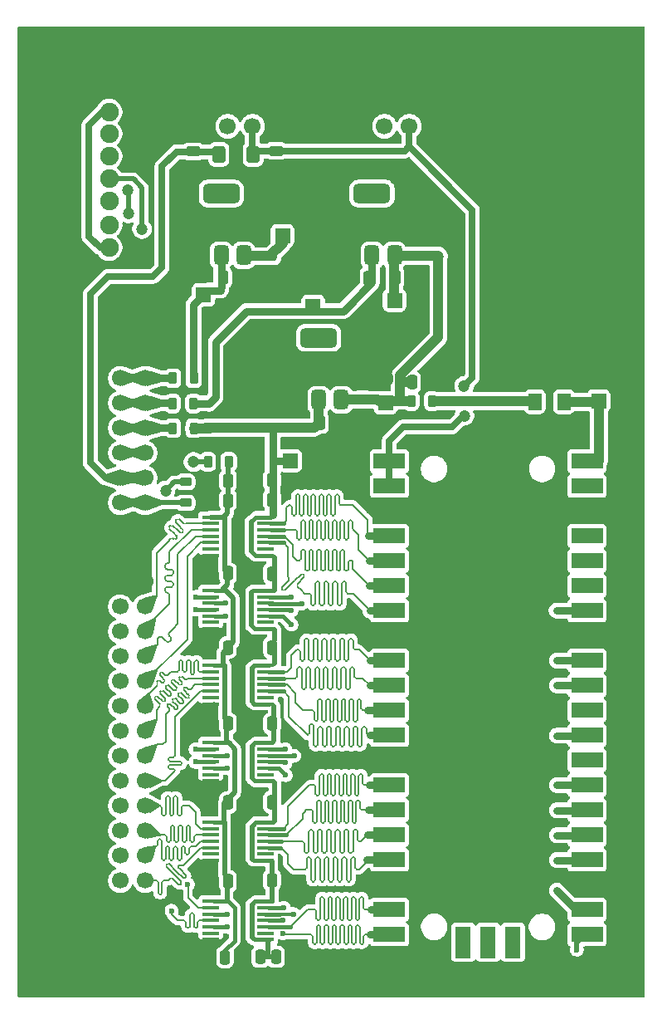
<source format=gbr>
%TF.GenerationSoftware,KiCad,Pcbnew,9.0.5*%
%TF.CreationDate,2025-10-18T12:32:35+02:00*%
%TF.ProjectId,LogicAnalyzer V6.0,4c6f6769-6341-46e6-916c-797a65722056,rev?*%
%TF.SameCoordinates,Original*%
%TF.FileFunction,Copper,L1,Top*%
%TF.FilePolarity,Positive*%
%FSLAX46Y46*%
G04 Gerber Fmt 4.6, Leading zero omitted, Abs format (unit mm)*
G04 Created by KiCad (PCBNEW 9.0.5) date 2025-10-18 12:32:35*
%MOMM*%
%LPD*%
G01*
G04 APERTURE LIST*
G04 Aperture macros list*
%AMRoundRect*
0 Rectangle with rounded corners*
0 $1 Rounding radius*
0 $2 $3 $4 $5 $6 $7 $8 $9 X,Y pos of 4 corners*
0 Add a 4 corners polygon primitive as box body*
4,1,4,$2,$3,$4,$5,$6,$7,$8,$9,$2,$3,0*
0 Add four circle primitives for the rounded corners*
1,1,$1+$1,$2,$3*
1,1,$1+$1,$4,$5*
1,1,$1+$1,$6,$7*
1,1,$1+$1,$8,$9*
0 Add four rect primitives between the rounded corners*
20,1,$1+$1,$2,$3,$4,$5,0*
20,1,$1+$1,$4,$5,$6,$7,0*
20,1,$1+$1,$6,$7,$8,$9,0*
20,1,$1+$1,$8,$9,$2,$3,0*%
G04 Aperture macros list end*
%TA.AperFunction,SMDPad,CuDef*%
%ADD10RoundRect,0.375000X0.375000X-0.625000X0.375000X0.625000X-0.375000X0.625000X-0.375000X-0.625000X0*%
%TD*%
%TA.AperFunction,SMDPad,CuDef*%
%ADD11RoundRect,0.500000X1.400000X-0.500000X1.400000X0.500000X-1.400000X0.500000X-1.400000X-0.500000X0*%
%TD*%
%TA.AperFunction,SMDPad,CuDef*%
%ADD12R,1.700000X0.400000*%
%TD*%
%TA.AperFunction,SMDPad,CuDef*%
%ADD13RoundRect,0.250001X0.462499X0.624999X-0.462499X0.624999X-0.462499X-0.624999X0.462499X-0.624999X0*%
%TD*%
%TA.AperFunction,SMDPad,CuDef*%
%ADD14RoundRect,0.250000X-0.250000X-0.475000X0.250000X-0.475000X0.250000X0.475000X-0.250000X0.475000X0*%
%TD*%
%TA.AperFunction,SMDPad,CuDef*%
%ADD15RoundRect,0.250000X0.250000X0.475000X-0.250000X0.475000X-0.250000X-0.475000X0.250000X-0.475000X0*%
%TD*%
%TA.AperFunction,SMDPad,CuDef*%
%ADD16RoundRect,0.218750X0.218750X0.381250X-0.218750X0.381250X-0.218750X-0.381250X0.218750X-0.381250X0*%
%TD*%
%TA.AperFunction,ComponentPad*%
%ADD17C,1.900000*%
%TD*%
%TA.AperFunction,ComponentPad*%
%ADD18C,3.500000*%
%TD*%
%TA.AperFunction,SMDPad,CuDef*%
%ADD19RoundRect,0.250000X-0.450000X0.262500X-0.450000X-0.262500X0.450000X-0.262500X0.450000X0.262500X0*%
%TD*%
%TA.AperFunction,SMDPad,CuDef*%
%ADD20R,3.200000X1.600000*%
%TD*%
%TA.AperFunction,SMDPad,CuDef*%
%ADD21R,1.600000X3.200000*%
%TD*%
%TA.AperFunction,ComponentPad*%
%ADD22C,0.800000*%
%TD*%
%TA.AperFunction,ComponentPad*%
%ADD23C,5.000000*%
%TD*%
%TA.AperFunction,ComponentPad*%
%ADD24RoundRect,0.250000X0.550000X-0.550000X0.550000X0.550000X-0.550000X0.550000X-0.550000X-0.550000X0*%
%TD*%
%TA.AperFunction,ComponentPad*%
%ADD25C,1.600000*%
%TD*%
%TA.AperFunction,ComponentPad*%
%ADD26R,1.700000X1.700000*%
%TD*%
%TA.AperFunction,ComponentPad*%
%ADD27C,1.700000*%
%TD*%
%TA.AperFunction,ComponentPad*%
%ADD28RoundRect,0.250000X-0.550000X0.550000X-0.550000X-0.550000X0.550000X-0.550000X0.550000X0.550000X0*%
%TD*%
%TA.AperFunction,SMDPad,CuDef*%
%ADD29RoundRect,0.250000X-0.400000X-0.600000X0.400000X-0.600000X0.400000X0.600000X-0.400000X0.600000X0*%
%TD*%
%TA.AperFunction,SMDPad,CuDef*%
%ADD30RoundRect,0.218750X0.381250X-0.218750X0.381250X0.218750X-0.381250X0.218750X-0.381250X-0.218750X0*%
%TD*%
%TA.AperFunction,SMDPad,CuDef*%
%ADD31RoundRect,0.250000X0.475000X-0.250000X0.475000X0.250000X-0.475000X0.250000X-0.475000X-0.250000X0*%
%TD*%
%TA.AperFunction,SMDPad,CuDef*%
%ADD32RoundRect,0.250000X-0.475000X0.250000X-0.475000X-0.250000X0.475000X-0.250000X0.475000X0.250000X0*%
%TD*%
%TA.AperFunction,SMDPad,CuDef*%
%ADD33RoundRect,0.250000X0.450000X-0.262500X0.450000X0.262500X-0.450000X0.262500X-0.450000X-0.262500X0*%
%TD*%
%TA.AperFunction,ComponentPad*%
%ADD34RoundRect,0.250000X0.550000X0.550000X-0.550000X0.550000X-0.550000X-0.550000X0.550000X-0.550000X0*%
%TD*%
%TA.AperFunction,ComponentPad*%
%ADD35RoundRect,0.250000X-0.550000X-0.550000X0.550000X-0.550000X0.550000X0.550000X-0.550000X0.550000X0*%
%TD*%
%TA.AperFunction,ViaPad*%
%ADD36C,0.600000*%
%TD*%
%TA.AperFunction,ViaPad*%
%ADD37C,1.200000*%
%TD*%
%TA.AperFunction,Conductor*%
%ADD38C,0.500000*%
%TD*%
%TA.AperFunction,Conductor*%
%ADD39C,0.200000*%
%TD*%
%TA.AperFunction,Conductor*%
%ADD40C,0.400000*%
%TD*%
%TA.AperFunction,Conductor*%
%ADD41C,0.300000*%
%TD*%
%TA.AperFunction,Conductor*%
%ADD42C,0.800000*%
%TD*%
%TA.AperFunction,Conductor*%
%ADD43C,0.700000*%
%TD*%
%TA.AperFunction,Conductor*%
%ADD44C,1.000000*%
%TD*%
%TA.AperFunction,Conductor*%
%ADD45C,0.130000*%
%TD*%
G04 APERTURE END LIST*
D10*
%TO.P,U13,1,GND*%
%TO.N,GND*%
X130917500Y-82870000D03*
%TO.P,U13,2,VO*%
%TO.N,/POWER_3v3_F*%
X133217500Y-82870000D03*
D11*
X133217500Y-76570000D03*
D10*
%TO.P,U13,3,VI*%
%TO.N,/POWER_5v*%
X135517500Y-82870000D03*
%TD*%
D12*
%TO.P,U5,1,VCCA*%
%TO.N,/VREF*%
X122200000Y-117847500D03*
%TO.P,U5,2,A1*%
%TO.N,/DIN20*%
X122200000Y-118497500D03*
%TO.P,U5,3,A2*%
%TO.N,/DIN19*%
X122200000Y-119147500D03*
%TO.P,U5,4,A3*%
%TO.N,/DIN18*%
X122200000Y-119797500D03*
%TO.P,U5,5,A4*%
%TO.N,/DIN17*%
X122200000Y-120447500D03*
%TO.P,U5,6,NC0*%
%TO.N,unconnected-(U5-NC0-Pad6)*%
X122200000Y-121097500D03*
%TO.P,U5,7,GND*%
%TO.N,GND*%
X122200000Y-121747500D03*
%TO.P,U5,8,OE*%
%TO.N,/POWER_3v3_F*%
X127800000Y-121747500D03*
%TO.P,U5,9,NC1*%
%TO.N,unconnected-(U5-NC1-Pad9)*%
X127800000Y-121097500D03*
%TO.P,U5,10,B4Y*%
%TO.N,/DOUT17*%
X127800000Y-120447500D03*
%TO.P,U5,11,B3Y*%
%TO.N,/DOUT18*%
X127800000Y-119797500D03*
%TO.P,U5,12,B2Y*%
%TO.N,/DOUT19*%
X127800000Y-119147500D03*
%TO.P,U5,13,B1Y*%
%TO.N,/DOUT20*%
X127800000Y-118497500D03*
%TO.P,U5,14,VCCB*%
%TO.N,/POWER_3v3_F*%
X127800000Y-117847500D03*
%TD*%
D13*
%TO.P,F1,1*%
%TO.N,Net-(U7-VBUS)*%
X158257500Y-83070000D03*
%TO.P,F1,2*%
%TO.N,Net-(F1-Pad2)*%
X155282500Y-83070000D03*
%TD*%
D14*
%TO.P,C2,1,1*%
%TO.N,GND*%
X122040000Y-108140000D03*
%TO.P,C2,2,2*%
%TO.N,/VREF*%
X123940000Y-108140000D03*
%TD*%
D15*
%TO.P,C17,1,1*%
%TO.N,GND*%
X144630000Y-81080000D03*
%TO.P,C17,2,2*%
%TO.N,/POWER_5v*%
X142730000Y-81080000D03*
%TD*%
D16*
%TO.P,FB3,1*%
%TO.N,Net-(U11-VO)*%
X120462500Y-80680000D03*
%TO.P,FB3,2*%
%TO.N,/POWER_1v8*%
X118337500Y-80680000D03*
%TD*%
D15*
%TO.P,C27,1,1*%
%TO.N,GND*%
X130760000Y-139670000D03*
%TO.P,C27,2,2*%
%TO.N,/POWER_3v3_F*%
X128860000Y-139670000D03*
%TD*%
%TO.P,C15,1,1*%
%TO.N,GND*%
X142940000Y-70420000D03*
%TO.P,C15,2,2*%
%TO.N,/POWER_5v*%
X141040000Y-70420000D03*
%TD*%
D17*
%TO.P,SW1,1,1*%
%TO.N,Net-(FB6-Pad2)*%
X111830000Y-67350000D03*
%TO.P,SW1,2,2*%
%TO.N,Net-(FB5-Pad2)*%
X111830000Y-65050000D03*
%TO.P,SW1,3,3*%
%TO.N,/POWER_1v8*%
X111830000Y-62650000D03*
%TO.P,SW1,4,4*%
%TO.N,/POWER_2v5*%
X111830000Y-60350000D03*
%TO.P,SW1,5,5*%
%TO.N,/POWER_3v3*%
X111830000Y-58050000D03*
%TO.P,SW1,6,6*%
%TO.N,/POWER_5v*%
X111830000Y-55750000D03*
%TO.P,SW1,7,7*%
%TO.N,Net-(FB6-Pad2)*%
X111830000Y-53550000D03*
D18*
%TO.P,SW1,8,8*%
%TO.N,GND*%
X106630000Y-71050000D03*
X106530000Y-49450000D03*
%TD*%
D10*
%TO.P,U11,1,GND*%
%TO.N,GND*%
X120970000Y-68150000D03*
%TO.P,U11,2,VO*%
%TO.N,Net-(U11-VO)*%
X123270000Y-68150000D03*
D11*
X123270000Y-61850000D03*
D10*
%TO.P,U11,3,VI*%
%TO.N,/POWER_5v*%
X125570000Y-68150000D03*
%TD*%
D19*
%TO.P,R2,1,1*%
%TO.N,/EXT_CHAIN*%
X128890000Y-57497500D03*
%TO.P,R2,2,2*%
%TO.N,GND*%
X128890000Y-59322500D03*
%TD*%
D20*
%TO.P,U7,1,GP0*%
%TO.N,/EXT_CHAIN*%
X140425000Y-89133000D03*
%TO.P,U7,2,GP1*%
X140425000Y-91673000D03*
%TO.P,U7,3,GND0*%
%TO.N,GND*%
X140425000Y-94213000D03*
%TO.P,U7,4,GP2*%
%TO.N,/DOUT1*%
X140425000Y-96753000D03*
%TO.P,U7,5,GP3*%
%TO.N,/DOUT2*%
X140425000Y-99293000D03*
%TO.P,U7,6,GP4*%
%TO.N,/DOUT3*%
X140425000Y-101833000D03*
%TO.P,U7,7,GP5*%
%TO.N,/DOUT4*%
X140425000Y-104373000D03*
%TO.P,U7,8,GND1*%
%TO.N,GND*%
X140425000Y-106913000D03*
%TO.P,U7,9,GP6*%
%TO.N,/DOUT5*%
X140425000Y-109453000D03*
%TO.P,U7,10,GP7*%
%TO.N,/DOUT6*%
X140425000Y-111993000D03*
%TO.P,U7,11,GP8*%
%TO.N,/DOUT7*%
X140425000Y-114533000D03*
%TO.P,U7,12,GP9*%
%TO.N,/DOUT8*%
X140425000Y-117073000D03*
%TO.P,U7,13,GND2*%
%TO.N,GND*%
X140425000Y-119613000D03*
%TO.P,U7,14,GP10*%
%TO.N,/DOUT9*%
X140425000Y-122153000D03*
%TO.P,U7,15,GP11*%
%TO.N,/DOUT10*%
X140425000Y-124693000D03*
%TO.P,U7,16,GP12*%
%TO.N,/DOUT11*%
X140425000Y-127233000D03*
%TO.P,U7,17,GP13*%
%TO.N,/DOUT12*%
X140425000Y-129773000D03*
%TO.P,U7,18,GND3*%
%TO.N,GND*%
X140425000Y-132313000D03*
%TO.P,U7,19,GP14*%
%TO.N,/DOUT13*%
X140425000Y-134853000D03*
%TO.P,U7,20,GP15*%
%TO.N,/DOUT14*%
X140425000Y-137393000D03*
%TO.P,U7,21,GP16*%
%TO.N,/DOUT15*%
X160600000Y-137393000D03*
%TO.P,U7,22,GP17*%
%TO.N,/DOUT16*%
X160600000Y-134853000D03*
%TO.P,U7,23,GND4*%
%TO.N,GND*%
X160600000Y-132313000D03*
%TO.P,U7,24,GP18*%
%TO.N,/DOUT17*%
X160600000Y-129773000D03*
%TO.P,U7,25,GP19*%
%TO.N,/DOUT18*%
X160600000Y-127233000D03*
%TO.P,U7,26,GP20*%
%TO.N,/DOUT19*%
X160600000Y-124693000D03*
%TO.P,U7,27,GP21*%
%TO.N,/DOUT20*%
X160600000Y-122153000D03*
%TO.P,U7,28,GND5*%
%TO.N,unconnected-(U7-GND5-Pad28)*%
X160600000Y-119613000D03*
%TO.P,U7,29,GP22*%
%TO.N,/DOUT21*%
X160600000Y-117073000D03*
%TO.P,U7,30,RUN*%
%TO.N,unconnected-(U7-RUN-Pad30)*%
X160600000Y-114533000D03*
%TO.P,U7,31,GP26*%
%TO.N,/DOUT22*%
X160600000Y-111993000D03*
%TO.P,U7,32,GP27*%
%TO.N,/DOUT23*%
X160600000Y-109453000D03*
%TO.P,U7,33,GND6*%
%TO.N,GND*%
X160600000Y-106913000D03*
%TO.P,U7,34,GP28*%
%TO.N,/DOUT24*%
X160600000Y-104373000D03*
%TO.P,U7,35,ADC_VREF*%
%TO.N,unconnected-(U7-ADC_VREF-Pad35)*%
X160600000Y-101833000D03*
%TO.P,U7,36,P_3V3_OUT*%
%TO.N,unconnected-(U7-P_3V3_OUT-Pad36)*%
X160600000Y-99293000D03*
%TO.P,U7,37,P_3V3_EN*%
%TO.N,unconnected-(U7-P_3V3_EN-Pad37)*%
X160600000Y-96753000D03*
%TO.P,U7,38,GND7*%
%TO.N,GND*%
X160600000Y-94213000D03*
%TO.P,U7,39,VSYS*%
%TO.N,unconnected-(U7-VSYS-Pad39)*%
X160600000Y-91673000D03*
%TO.P,U7,40,VBUS*%
%TO.N,Net-(U7-VBUS)*%
X160600000Y-89133000D03*
D21*
%TO.P,U7,41,SWCLK*%
%TO.N,unconnected-(U7-SWCLK-Pad41)*%
X147973000Y-138193000D03*
%TO.P,U7,42,GND8*%
%TO.N,unconnected-(U7-GND8-Pad42)*%
X150513000Y-138193000D03*
%TO.P,U7,43,SWDIO*%
%TO.N,unconnected-(U7-SWDIO-Pad43)*%
X153053000Y-138193000D03*
%TD*%
D22*
%TO.P,H3,1,1*%
%TO.N,GND*%
X160125000Y-50000000D03*
X160674175Y-48674175D03*
X160674175Y-51325825D03*
X162000000Y-48125000D03*
D23*
X162000000Y-50000000D03*
D22*
X162000000Y-51875000D03*
X163325825Y-48674175D03*
X163325825Y-51325825D03*
X163875000Y-50000000D03*
%TD*%
D15*
%TO.P,C7,1,1*%
%TO.N,/POWER_3v3_F*%
X127250000Y-139670000D03*
%TO.P,C7,2,2*%
%TO.N,GND*%
X125350000Y-139670000D03*
%TD*%
%TO.P,C8,1,1*%
%TO.N,/POWER_3v3_F*%
X128450000Y-131850000D03*
%TO.P,C8,2,2*%
%TO.N,GND*%
X126550000Y-131850000D03*
%TD*%
D24*
%TO.P,C30,1*%
%TO.N,Net-(U7-VBUS)*%
X161780000Y-82998856D03*
D25*
%TO.P,C30,2*%
%TO.N,GND*%
X161780000Y-80498856D03*
%TD*%
D26*
%TO.P,J1,1,1*%
%TO.N,GND*%
X121380000Y-55000000D03*
D27*
%TO.P,J1,2,2*%
%TO.N,unconnected-(J1-Pad2)*%
X123920000Y-55000000D03*
%TO.P,J1,3,3*%
%TO.N,/EXT_CHAIN*%
X126460000Y-55000000D03*
%TD*%
D14*
%TO.P,C6,1,1*%
%TO.N,GND*%
X122050000Y-123940000D03*
%TO.P,C6,2,2*%
%TO.N,/VREF*%
X123950000Y-123940000D03*
%TD*%
%TO.P,C3,1,1*%
%TO.N,GND*%
X122050000Y-115890000D03*
%TO.P,C3,2,2*%
%TO.N,/VREF*%
X123950000Y-115890000D03*
%TD*%
%TO.P,C1,1,1*%
%TO.N,GND*%
X122050000Y-100580000D03*
%TO.P,C1,2,2*%
%TO.N,/VREF*%
X123950000Y-100580000D03*
%TD*%
D15*
%TO.P,C18,1,1*%
%TO.N,GND*%
X135250000Y-85230000D03*
%TO.P,C18,2,2*%
%TO.N,/POWER_3v3_F*%
X133350000Y-85230000D03*
%TD*%
D14*
%TO.P,C16,1,1*%
%TO.N,GND*%
X136410000Y-70460000D03*
%TO.P,C16,2,2*%
%TO.N,Net-(U12-VO)*%
X138310000Y-70460000D03*
%TD*%
D26*
%TO.P,J5,1,Pin_1*%
%TO.N,GND*%
X115500000Y-134435000D03*
D27*
%TO.P,J5,2,Pin_2*%
X112960000Y-134435000D03*
%TO.P,J5,3,Pin_3*%
%TO.N,/DIN12*%
X115500000Y-131895000D03*
%TO.P,J5,4,Pin_4*%
%TO.N,/DIN13*%
X112960000Y-131895000D03*
%TO.P,J5,5,Pin_5*%
%TO.N,/DIN11*%
X115500000Y-129355000D03*
%TO.P,J5,6,Pin_6*%
%TO.N,/DIN14*%
X112960000Y-129355000D03*
%TO.P,J5,7,Pin_7*%
%TO.N,/DIN10*%
X115500000Y-126815000D03*
%TO.P,J5,8,Pin_8*%
%TO.N,/DIN15*%
X112960000Y-126815000D03*
%TO.P,J5,9,Pin_9*%
%TO.N,/DIN9*%
X115500000Y-124275000D03*
%TO.P,J5,10,Pin_10*%
%TO.N,/DIN16*%
X112960000Y-124275000D03*
%TO.P,J5,11,Pin_11*%
%TO.N,/DIN8*%
X115500000Y-121735000D03*
%TO.P,J5,12,Pin_12*%
%TO.N,/DIN17*%
X112960000Y-121735000D03*
%TO.P,J5,13,Pin_13*%
%TO.N,/DIN7*%
X115500000Y-119195000D03*
%TO.P,J5,14,Pin_14*%
%TO.N,/DIN18*%
X112960000Y-119195000D03*
%TO.P,J5,15,Pin_15*%
%TO.N,/DIN6*%
X115500000Y-116655000D03*
%TO.P,J5,16,Pin_16*%
%TO.N,/DIN19*%
X112960000Y-116655000D03*
%TO.P,J5,17,Pin_17*%
%TO.N,/DIN5*%
X115500000Y-114115000D03*
%TO.P,J5,18,Pin_18*%
%TO.N,/DIN20*%
X112960000Y-114115000D03*
%TO.P,J5,19,Pin_19*%
%TO.N,/DIN4*%
X115500000Y-111575000D03*
%TO.P,J5,20,Pin_20*%
%TO.N,/DIN21*%
X112960000Y-111575000D03*
%TO.P,J5,21,Pin_21*%
%TO.N,/DIN3*%
X115500000Y-109035000D03*
%TO.P,J5,22,Pin_22*%
%TO.N,/DIN22*%
X112960000Y-109035000D03*
%TO.P,J5,23,Pin_23*%
%TO.N,/DIN2*%
X115500000Y-106495000D03*
%TO.P,J5,24,Pin_24*%
%TO.N,/DIN23*%
X112960000Y-106495000D03*
%TO.P,J5,25,Pin_25*%
%TO.N,/DIN1*%
X115500000Y-103955000D03*
%TO.P,J5,26,Pin_26*%
%TO.N,/DIN24*%
X112960000Y-103955000D03*
%TO.P,J5,27,Pin_27*%
%TO.N,GND*%
X115500000Y-101415000D03*
%TO.P,J5,28,Pin_28*%
X112960000Y-101415000D03*
%TD*%
D12*
%TO.P,U1,1,VCCA*%
%TO.N,/VREF*%
X122200000Y-94837500D03*
%TO.P,U1,2,A1*%
%TO.N,/DIN1*%
X122200000Y-95487500D03*
%TO.P,U1,3,A2*%
%TO.N,/DIN2*%
X122200000Y-96137500D03*
%TO.P,U1,4,A3*%
%TO.N,/DIN3*%
X122200000Y-96787500D03*
%TO.P,U1,5,A4*%
%TO.N,/DIN4*%
X122200000Y-97437500D03*
%TO.P,U1,6,NC0*%
%TO.N,unconnected-(U1-NC0-Pad6)*%
X122200000Y-98087500D03*
%TO.P,U1,7,GND*%
%TO.N,GND*%
X122200000Y-98737500D03*
%TO.P,U1,8,OE*%
%TO.N,/POWER_3v3_F*%
X127800000Y-98737500D03*
%TO.P,U1,9,NC1*%
%TO.N,unconnected-(U1-NC1-Pad9)*%
X127800000Y-98087500D03*
%TO.P,U1,10,B4Y*%
%TO.N,/DOUT4*%
X127800000Y-97437500D03*
%TO.P,U1,11,B3Y*%
%TO.N,/DOUT3*%
X127800000Y-96787500D03*
%TO.P,U1,12,B2Y*%
%TO.N,/DOUT2*%
X127800000Y-96137500D03*
%TO.P,U1,13,B1Y*%
%TO.N,/DOUT1*%
X127800000Y-95487500D03*
%TO.P,U1,14,VCCB*%
%TO.N,/POWER_3v3_F*%
X127800000Y-94837500D03*
%TD*%
D28*
%TO.P,C24,1*%
%TO.N,/POWER_5v*%
X140960000Y-72731144D03*
D25*
%TO.P,C24,2*%
%TO.N,GND*%
X140960000Y-75231144D03*
%TD*%
D26*
%TO.P,J3,1,1*%
%TO.N,GND*%
X137380000Y-55000000D03*
D27*
%TO.P,J3,2,2*%
%TO.N,unconnected-(J3-Pad2)*%
X139920000Y-55000000D03*
%TO.P,J3,3,3*%
%TO.N,/EXT_CHAIN*%
X142460000Y-55000000D03*
%TD*%
D24*
%TO.P,C21,1*%
%TO.N,Net-(U12-VO)*%
X132640000Y-73358856D03*
D25*
%TO.P,C21,2*%
%TO.N,GND*%
X132640000Y-70858856D03*
%TD*%
D29*
%TO.P,D1,1,K*%
%TO.N,/EXT_TRIG*%
X123030000Y-57860000D03*
%TO.P,D1,2,A*%
%TO.N,/EXT_CHAIN*%
X126530000Y-57860000D03*
%TD*%
D12*
%TO.P,U3,1,VCCA*%
%TO.N,/VREF*%
X122200000Y-125939000D03*
%TO.P,U3,2,A1*%
%TO.N,/DIN9*%
X122200000Y-126589000D03*
%TO.P,U3,3,A2*%
%TO.N,/DIN10*%
X122200000Y-127239000D03*
%TO.P,U3,4,A3*%
%TO.N,/DIN11*%
X122200000Y-127889000D03*
%TO.P,U3,5,A4*%
%TO.N,/DIN12*%
X122200000Y-128539000D03*
%TO.P,U3,6,NC0*%
%TO.N,unconnected-(U3-NC0-Pad6)*%
X122200000Y-129189000D03*
%TO.P,U3,7,GND*%
%TO.N,GND*%
X122200000Y-129839000D03*
%TO.P,U3,8,OE*%
%TO.N,/POWER_3v3_F*%
X127800000Y-129839000D03*
%TO.P,U3,9,NC1*%
%TO.N,unconnected-(U3-NC1-Pad9)*%
X127800000Y-129189000D03*
%TO.P,U3,10,B4Y*%
%TO.N,/DOUT12*%
X127800000Y-128539000D03*
%TO.P,U3,11,B3Y*%
%TO.N,/DOUT11*%
X127800000Y-127889000D03*
%TO.P,U3,12,B2Y*%
%TO.N,/DOUT10*%
X127800000Y-127239000D03*
%TO.P,U3,13,B1Y*%
%TO.N,/DOUT9*%
X127800000Y-126589000D03*
%TO.P,U3,14,VCCB*%
%TO.N,/POWER_3v3_F*%
X127800000Y-125939000D03*
%TD*%
D22*
%TO.P,H2,1,1*%
%TO.N,GND*%
X130075000Y-50000000D03*
X130624175Y-48674175D03*
X130624175Y-51325825D03*
X131950000Y-48125000D03*
D23*
X131950000Y-50000000D03*
D22*
X131950000Y-51875000D03*
X133275825Y-48674175D03*
X133275825Y-51325825D03*
X133825000Y-50000000D03*
%TD*%
D15*
%TO.P,C11,1,1*%
%TO.N,/POWER_3v3_F*%
X128450000Y-123900000D03*
%TO.P,C11,2,2*%
%TO.N,GND*%
X126550000Y-123900000D03*
%TD*%
D30*
%TO.P,FB5,1*%
%TO.N,/EXT_VREF*%
X119630000Y-93382500D03*
%TO.P,FB5,2*%
%TO.N,Net-(FB5-Pad2)*%
X119630000Y-91257500D03*
%TD*%
D16*
%TO.P,FB1,1*%
%TO.N,/POWER_3v3_F*%
X120462500Y-85780000D03*
%TO.P,FB1,2*%
%TO.N,/POWER_3v3*%
X118337500Y-85780000D03*
%TD*%
D12*
%TO.P,U6,1,VCCA*%
%TO.N,/VREF*%
X122200000Y-109977500D03*
%TO.P,U6,2,A1*%
%TO.N,/DIN5*%
X122200000Y-110627500D03*
%TO.P,U6,3,A2*%
%TO.N,/DIN6*%
X122200000Y-111277500D03*
%TO.P,U6,4,A3*%
%TO.N,/DIN7*%
X122200000Y-111927500D03*
%TO.P,U6,5,A4*%
%TO.N,/DIN8*%
X122200000Y-112577500D03*
%TO.P,U6,6,NC0*%
%TO.N,unconnected-(U6-NC0-Pad6)*%
X122200000Y-113227500D03*
%TO.P,U6,7,GND*%
%TO.N,GND*%
X122200000Y-113877500D03*
%TO.P,U6,8,OE*%
%TO.N,/POWER_3v3_F*%
X127800000Y-113877500D03*
%TO.P,U6,9,NC1*%
%TO.N,unconnected-(U6-NC1-Pad9)*%
X127800000Y-113227500D03*
%TO.P,U6,10,B4Y*%
%TO.N,/DOUT8*%
X127800000Y-112577500D03*
%TO.P,U6,11,B3Y*%
%TO.N,/DOUT7*%
X127800000Y-111927500D03*
%TO.P,U6,12,B2Y*%
%TO.N,/DOUT6*%
X127800000Y-111277500D03*
%TO.P,U6,13,B1Y*%
%TO.N,/DOUT5*%
X127800000Y-110627500D03*
%TO.P,U6,14,VCCB*%
%TO.N,/POWER_3v3_F*%
X127800000Y-109977500D03*
%TD*%
D22*
%TO.P,H4,1,1*%
%TO.N,GND*%
X160125000Y-74870000D03*
X160674175Y-73544175D03*
X160674175Y-76195825D03*
X162000000Y-72995000D03*
D23*
X162000000Y-74870000D03*
D22*
X162000000Y-76745000D03*
X163325825Y-73544175D03*
X163325825Y-76195825D03*
X163875000Y-74870000D03*
%TD*%
D15*
%TO.P,C37,1,1*%
%TO.N,/VREF*%
X123950000Y-91120000D03*
%TO.P,C37,2,2*%
%TO.N,GND*%
X122050000Y-91120000D03*
%TD*%
D24*
%TO.P,C19,1*%
%TO.N,/POWER_5v*%
X140050000Y-83208856D03*
D25*
%TO.P,C19,2*%
%TO.N,GND*%
X140050000Y-80708856D03*
%TD*%
D15*
%TO.P,C38,1,1*%
%TO.N,/VREF*%
X123670000Y-139700000D03*
%TO.P,C38,2,2*%
%TO.N,GND*%
X121770000Y-139700000D03*
%TD*%
D31*
%TO.P,C26,1,1*%
%TO.N,GND*%
X122130000Y-87600000D03*
%TO.P,C26,2,2*%
%TO.N,/POWER_3v3_F*%
X122130000Y-85700000D03*
%TD*%
D16*
%TO.P,FB4,1*%
%TO.N,Net-(F1-Pad2)*%
X144792500Y-83000000D03*
%TO.P,FB4,2*%
%TO.N,/POWER_5v*%
X142667500Y-83000000D03*
%TD*%
D14*
%TO.P,C28,1,1*%
%TO.N,GND*%
X126550000Y-91050000D03*
%TO.P,C28,2,2*%
%TO.N,/POWER_3v3_F*%
X128450000Y-91050000D03*
%TD*%
D15*
%TO.P,C31,1,1*%
%TO.N,/VREF*%
X123950000Y-93140000D03*
%TO.P,C31,2,2*%
%TO.N,GND*%
X122050000Y-93140000D03*
%TD*%
D16*
%TO.P,FB6,1*%
%TO.N,/VREF*%
X124032500Y-89210000D03*
%TO.P,FB6,2*%
%TO.N,Net-(FB6-Pad2)*%
X121907500Y-89210000D03*
%TD*%
D15*
%TO.P,C14,1,1*%
%TO.N,GND*%
X125370000Y-70430000D03*
%TO.P,C14,2,2*%
%TO.N,Net-(U11-VO)*%
X123470000Y-70430000D03*
%TD*%
D14*
%TO.P,C29,1,1*%
%TO.N,GND*%
X159940000Y-85290000D03*
%TO.P,C29,2,2*%
%TO.N,Net-(U7-VBUS)*%
X161840000Y-85290000D03*
%TD*%
D15*
%TO.P,C12,1,1*%
%TO.N,/POWER_3v3_F*%
X128450000Y-115890000D03*
%TO.P,C12,2,2*%
%TO.N,GND*%
X126550000Y-115890000D03*
%TD*%
D32*
%TO.P,C13,1,1*%
%TO.N,/POWER_5v*%
X128240000Y-68240000D03*
%TO.P,C13,2,2*%
%TO.N,GND*%
X128240000Y-70140000D03*
%TD*%
D12*
%TO.P,U2,1,VCCA*%
%TO.N,/VREF*%
X122200000Y-134019000D03*
%TO.P,U2,2,A1*%
%TO.N,/DIN16*%
X122200000Y-134669000D03*
%TO.P,U2,3,A2*%
%TO.N,/DIN15*%
X122200000Y-135319000D03*
%TO.P,U2,4,A3*%
%TO.N,/DIN14*%
X122200000Y-135969000D03*
%TO.P,U2,5,A4*%
%TO.N,/DIN13*%
X122200000Y-136619000D03*
%TO.P,U2,6,NC0*%
%TO.N,unconnected-(U2-NC0-Pad6)*%
X122200000Y-137269000D03*
%TO.P,U2,7,GND*%
%TO.N,GND*%
X122200000Y-137919000D03*
%TO.P,U2,8,OE*%
%TO.N,/POWER_3v3_F*%
X127800000Y-137919000D03*
%TO.P,U2,9,NC1*%
%TO.N,unconnected-(U2-NC1-Pad9)*%
X127800000Y-137269000D03*
%TO.P,U2,10,B4Y*%
%TO.N,/DOUT13*%
X127800000Y-136619000D03*
%TO.P,U2,11,B3Y*%
%TO.N,/DOUT14*%
X127800000Y-135969000D03*
%TO.P,U2,12,B2Y*%
%TO.N,/DOUT15*%
X127800000Y-135319000D03*
%TO.P,U2,13,B1Y*%
%TO.N,/DOUT16*%
X127800000Y-134669000D03*
%TO.P,U2,14,VCCB*%
%TO.N,/POWER_3v3_F*%
X127800000Y-134019000D03*
%TD*%
D22*
%TO.P,H5,1,1*%
%TO.N,GND*%
X161715000Y-140880000D03*
X162264175Y-139554175D03*
X162264175Y-142205825D03*
X163590000Y-139005000D03*
D23*
X163590000Y-140880000D03*
D22*
X163590000Y-142755000D03*
X164915825Y-139554175D03*
X164915825Y-142205825D03*
X165465000Y-140880000D03*
%TD*%
D33*
%TO.P,R1,1,1*%
%TO.N,GND*%
X120410000Y-59382500D03*
%TO.P,R1,2,2*%
%TO.N,/EXT_TRIG*%
X120410000Y-57557500D03*
%TD*%
D10*
%TO.P,U12,1,GND*%
%TO.N,GND*%
X136350000Y-68150000D03*
%TO.P,U12,2,VO*%
%TO.N,Net-(U12-VO)*%
X138650000Y-68150000D03*
D11*
X138650000Y-61850000D03*
D10*
%TO.P,U12,3,VI*%
%TO.N,/POWER_5v*%
X140950000Y-68150000D03*
%TD*%
D16*
%TO.P,FB2,1*%
%TO.N,Net-(U12-VO)*%
X120432500Y-83250000D03*
%TO.P,FB2,2*%
%TO.N,/POWER_2v5*%
X118307500Y-83250000D03*
%TD*%
D22*
%TO.P,H6,1,1*%
%TO.N,GND*%
X104125000Y-140000000D03*
X104674175Y-138674175D03*
X104674175Y-141325825D03*
X106000000Y-138125000D03*
D23*
X106000000Y-140000000D03*
D22*
X106000000Y-141875000D03*
X107325825Y-138674175D03*
X107325825Y-141325825D03*
X107875000Y-140000000D03*
%TD*%
D32*
%TO.P,C5,1,1*%
%TO.N,/POWER_5v*%
X137700000Y-82850000D03*
%TO.P,C5,2,2*%
%TO.N,GND*%
X137700000Y-84750000D03*
%TD*%
D14*
%TO.P,C4,1,1*%
%TO.N,GND*%
X122050000Y-131960000D03*
%TO.P,C4,2,2*%
%TO.N,/VREF*%
X123950000Y-131960000D03*
%TD*%
D15*
%TO.P,C10,1,1*%
%TO.N,/POWER_3v3_F*%
X128450000Y-108120000D03*
%TO.P,C10,2,2*%
%TO.N,GND*%
X126550000Y-108120000D03*
%TD*%
D26*
%TO.P,J4,1,Pin_1*%
%TO.N,GND*%
X115500000Y-95920000D03*
D27*
%TO.P,J4,2,Pin_2*%
X112960000Y-95920000D03*
%TO.P,J4,3,Pin_3*%
%TO.N,/EXT_VREF*%
X115500000Y-93380000D03*
%TO.P,J4,4,Pin_4*%
X112960000Y-93380000D03*
%TO.P,J4,5,Pin_5*%
%TO.N,/EXT_TRIG*%
X115500000Y-90840000D03*
%TO.P,J4,6,Pin_6*%
X112960000Y-90840000D03*
%TO.P,J4,7,Pin_7*%
%TO.N,/POWER_5v*%
X115500000Y-88300000D03*
%TO.P,J4,8,Pin_8*%
X112960000Y-88300000D03*
%TO.P,J4,9,Pin_9*%
%TO.N,/POWER_3v3*%
X115500000Y-85760000D03*
%TO.P,J4,10,Pin_10*%
X112960000Y-85760000D03*
%TO.P,J4,11,Pin_11*%
%TO.N,/POWER_2v5*%
X115500000Y-83220000D03*
%TO.P,J4,12,Pin_12*%
X112960000Y-83220000D03*
%TO.P,J4,13,Pin_13*%
%TO.N,/POWER_1v8*%
X115500000Y-80680000D03*
%TO.P,J4,14,Pin_14*%
X112960000Y-80680000D03*
%TO.P,J4,15,Pin_15*%
%TO.N,GND*%
X115500000Y-78140000D03*
%TO.P,J4,16,Pin_16*%
X112960000Y-78140000D03*
%TO.P,J4,17,Pin_17*%
X115500000Y-75600000D03*
%TO.P,J4,18,Pin_18*%
X112960000Y-75600000D03*
%TD*%
D15*
%TO.P,C25,1,1*%
%TO.N,/POWER_3v3_F*%
X128450000Y-93070000D03*
%TO.P,C25,2,2*%
%TO.N,GND*%
X126550000Y-93070000D03*
%TD*%
%TO.P,C9,1,1*%
%TO.N,/POWER_3v3_F*%
X128450000Y-100590000D03*
%TO.P,C9,2,2*%
%TO.N,GND*%
X126550000Y-100590000D03*
%TD*%
D24*
%TO.P,C22,1*%
%TO.N,/POWER_5v*%
X129520000Y-66148856D03*
D25*
%TO.P,C22,2*%
%TO.N,GND*%
X129520000Y-63648856D03*
%TD*%
D12*
%TO.P,U4,1,VCCA*%
%TO.N,/VREF*%
X122200000Y-102317500D03*
%TO.P,U4,2,A1*%
%TO.N,/DIN24*%
X122200000Y-102967500D03*
%TO.P,U4,3,A2*%
%TO.N,/DIN23*%
X122200000Y-103617500D03*
%TO.P,U4,4,A3*%
%TO.N,/DIN22*%
X122200000Y-104267500D03*
%TO.P,U4,5,A4*%
%TO.N,/DIN21*%
X122200000Y-104917500D03*
%TO.P,U4,6,NC0*%
%TO.N,unconnected-(U4-NC0-Pad6)*%
X122200000Y-105567500D03*
%TO.P,U4,7,GND*%
%TO.N,GND*%
X122200000Y-106217500D03*
%TO.P,U4,8,OE*%
%TO.N,/POWER_3v3_F*%
X127800000Y-106217500D03*
%TO.P,U4,9,NC1*%
%TO.N,unconnected-(U4-NC1-Pad9)*%
X127800000Y-105567500D03*
%TO.P,U4,10,B4Y*%
%TO.N,/DOUT21*%
X127800000Y-104917500D03*
%TO.P,U4,11,B3Y*%
%TO.N,/DOUT22*%
X127800000Y-104267500D03*
%TO.P,U4,12,B2Y*%
%TO.N,/DOUT23*%
X127800000Y-103617500D03*
%TO.P,U4,13,B1Y*%
%TO.N,/DOUT24*%
X127800000Y-102967500D03*
%TO.P,U4,14,VCCB*%
%TO.N,/POWER_3v3_F*%
X127800000Y-102317500D03*
%TD*%
D22*
%TO.P,H1,1,1*%
%TO.N,GND*%
X114425000Y-50000000D03*
X114974175Y-48674175D03*
X114974175Y-51325825D03*
X116300000Y-48125000D03*
D23*
X116300000Y-50000000D03*
D22*
X116300000Y-51875000D03*
X117625825Y-48674175D03*
X117625825Y-51325825D03*
X118175000Y-50000000D03*
%TD*%
D34*
%TO.P,C23,1*%
%TO.N,Net-(U11-VO)*%
X121450000Y-72180000D03*
D25*
%TO.P,C23,2*%
%TO.N,GND*%
X118950000Y-72180000D03*
%TD*%
D35*
%TO.P,C20,1*%
%TO.N,/POWER_3v3_F*%
X130331144Y-89090000D03*
D25*
%TO.P,C20,2*%
%TO.N,GND*%
X132831144Y-89090000D03*
%TD*%
D36*
%TO.N,GND*%
X138280000Y-119610000D03*
X159030000Y-85290000D03*
X121050000Y-93150000D03*
X142530000Y-119610000D03*
X125490000Y-131900000D03*
X121000000Y-123940000D03*
X120960000Y-108130000D03*
X125500000Y-93090000D03*
X122200000Y-130450000D03*
X158510000Y-131240000D03*
X135400000Y-70500000D03*
X142540000Y-106860000D03*
X121010000Y-131940000D03*
X125490000Y-100610000D03*
X125470000Y-91090000D03*
X131800000Y-139700000D03*
X120410000Y-60300000D03*
X122200000Y-122300000D03*
X143890000Y-70410000D03*
X120970000Y-115900000D03*
X128900000Y-60300000D03*
X121000000Y-100600000D03*
X134800000Y-68150000D03*
X125490000Y-123910000D03*
X123361217Y-87609000D03*
X142525000Y-132300000D03*
X142530000Y-94220000D03*
X122200000Y-106730000D03*
X125375000Y-140925000D03*
X162700000Y-106920000D03*
X129390000Y-82850000D03*
X138370000Y-94200000D03*
X138325000Y-132325000D03*
X125480000Y-115910000D03*
X122220000Y-138410000D03*
X136310000Y-85240000D03*
X122180000Y-99290000D03*
X162720000Y-94210000D03*
X162690000Y-132350000D03*
X126450000Y-70420000D03*
X138310000Y-106940000D03*
X158490000Y-94160000D03*
X137700000Y-85700000D03*
X145660000Y-81070000D03*
X128260000Y-71200000D03*
X122210000Y-114380000D03*
X121040000Y-91100000D03*
X120700000Y-139700000D03*
X119350000Y-68140000D03*
X125480000Y-108120000D03*
D37*
%TO.N,/POWER_3v3*%
X113760000Y-61500000D03*
X113790000Y-63860000D03*
%TO.N,/EXT_CHAIN*%
X148080000Y-84510000D03*
X148060000Y-81470000D03*
%TO.N,/POWER_5v*%
X145370000Y-68250000D03*
D36*
%TO.N,/DIN14*%
X118200000Y-134960000D03*
%TO.N,/DIN20*%
X120630000Y-118490000D03*
%TO.N,/DIN18*%
X120640000Y-119797500D03*
%TO.N,/DIN21*%
X123740000Y-104910000D03*
%TO.N,/DIN19*%
X123890000Y-119150000D03*
%TO.N,/DIN16*%
X119860000Y-132280000D03*
%TO.N,/DIN17*%
X123880000Y-120450000D03*
%TO.N,/DIN22*%
X120710000Y-104260000D03*
%TO.N,/DIN15*%
X123930000Y-135320000D03*
%TO.N,/DIN24*%
X120710000Y-102970000D03*
%TO.N,/DIN23*%
X123730000Y-103630000D03*
%TO.N,/DIN13*%
X123930000Y-136620000D03*
%TO.N,/DOUT16*%
X157530000Y-132910000D03*
X129670000Y-134669000D03*
%TO.N,/DOUT15*%
X159560000Y-138940000D03*
X130660000Y-135300000D03*
%TO.N,/DOUT14*%
X129600000Y-135969000D03*
X129600000Y-137260000D03*
%TO.N,/DOUT22*%
X157520000Y-112000000D03*
X130450000Y-104360000D03*
%TO.N,/DOUT24*%
X130440000Y-102960000D03*
X157490000Y-104360000D03*
%TO.N,/DOUT21*%
X157530000Y-117120000D03*
X130440000Y-105800000D03*
%TO.N,/DOUT23*%
X131470000Y-103660000D03*
X157510000Y-109470000D03*
%TO.N,/DOUT18*%
X129830000Y-119881000D03*
X157510000Y-127270000D03*
%TO.N,/DOUT20*%
X129820000Y-118480000D03*
X157530000Y-122150000D03*
%TO.N,/DOUT17*%
X129850000Y-121140000D03*
X157540000Y-129800000D03*
%TO.N,/DOUT19*%
X130730000Y-119170000D03*
X157520000Y-124730000D03*
D37*
%TO.N,/POWER_2v5*%
X115180000Y-65480000D03*
%TO.N,Net-(FB5-Pad2)*%
X117590000Y-92130000D03*
%TO.N,Net-(FB6-Pad2)*%
X120440000Y-89220000D03*
%TD*%
D38*
%TO.N,/DOUT15*%
X160399150Y-137393000D02*
X159560000Y-138232150D01*
X159560000Y-138940000D02*
X159560000Y-138232150D01*
D39*
%TO.N,/DOUT14*%
X135253220Y-138356964D02*
X135173220Y-138356964D01*
X133013220Y-136589036D02*
X133013220Y-137393000D01*
X134853220Y-136429036D02*
X134773220Y-136429036D01*
X134453220Y-138356964D02*
X134373220Y-138356964D01*
X133013220Y-137393000D02*
X133013220Y-137553000D01*
X133653220Y-138356988D02*
X133573220Y-138356988D01*
X129733000Y-137393000D02*
X129600000Y-137260000D01*
X133013220Y-137553000D02*
X133013220Y-138196988D01*
X132453220Y-137393000D02*
X132373220Y-137393000D01*
X134613220Y-137393000D02*
X134613220Y-138196964D01*
X136613220Y-138196964D02*
X136613220Y-137393000D01*
X133413220Y-137393000D02*
X133413220Y-136589036D01*
X134613220Y-136589036D02*
X134613220Y-137393000D01*
X135413220Y-136589036D02*
X135413220Y-137393000D01*
X136213220Y-137393000D02*
X136213220Y-138196964D01*
X132613220Y-138196988D02*
X132613220Y-137553000D01*
X133813220Y-137393000D02*
X133813220Y-138196988D01*
X134213220Y-137393000D02*
X134213220Y-136589036D01*
X134213220Y-138196964D02*
X134213220Y-137393000D01*
X134053220Y-136429036D02*
X133973220Y-136429036D01*
X133413220Y-138196988D02*
X133413220Y-137393000D01*
X135813220Y-138196964D02*
X135813220Y-137393000D01*
X136213220Y-136589036D02*
X136213220Y-137393000D01*
X133253220Y-136429036D02*
X133173220Y-136429036D01*
X132373220Y-137393000D02*
X132194306Y-137393000D01*
X132194306Y-137393000D02*
X129733000Y-137393000D01*
X135013220Y-137393000D02*
X135013220Y-136589036D01*
X137653220Y-138356964D02*
X137573220Y-138356964D01*
X137013220Y-136589036D02*
X137013220Y-137393000D01*
X137253220Y-136429036D02*
X137173220Y-136429036D01*
X137413220Y-137553000D02*
X137413220Y-137393000D01*
X137413220Y-137393000D02*
X137413220Y-136589036D01*
X136053220Y-138356964D02*
X135973220Y-138356964D01*
X136453220Y-136429036D02*
X136373220Y-136429036D01*
X136853220Y-138356964D02*
X136773220Y-138356964D01*
X137013220Y-137393000D02*
X137013220Y-138196964D01*
X135813220Y-137393000D02*
X135813220Y-136589036D01*
X137413220Y-138196964D02*
X137413220Y-137553000D01*
X137813220Y-137553000D02*
X137813220Y-138196964D01*
X138467000Y-137393000D02*
X137973220Y-137393000D01*
X132853220Y-138356988D02*
X132773220Y-138356988D01*
X135013220Y-138196964D02*
X135013220Y-137393000D01*
X133813220Y-136589036D02*
X133813220Y-137393000D01*
X135653220Y-136429036D02*
X135573220Y-136429036D01*
X135413220Y-137393000D02*
X135413220Y-138196964D01*
X136613220Y-137393000D02*
X136613220Y-136589036D01*
X132613220Y-137553000D02*
G75*
G03*
X132453220Y-137392980I-160020J0D01*
G01*
X132773220Y-138356988D02*
G75*
G02*
X132613212Y-138196988I-20J159988D01*
G01*
X133013220Y-138196988D02*
G75*
G02*
X132853220Y-138357020I-160020J-12D01*
G01*
X136213220Y-138196964D02*
G75*
G02*
X136053220Y-138357020I-160020J-36D01*
G01*
X134373220Y-138356964D02*
G75*
G02*
X134213236Y-138196964I-20J159964D01*
G01*
X133813220Y-138196988D02*
G75*
G02*
X133653220Y-138357020I-160020J-12D01*
G01*
X134613220Y-138196964D02*
G75*
G02*
X134453220Y-138357020I-160020J-36D01*
G01*
X134773220Y-136429036D02*
G75*
G03*
X134613236Y-136589036I-20J-159964D01*
G01*
X135173220Y-138356964D02*
G75*
G02*
X135013236Y-138196964I-20J159964D01*
G01*
X135973220Y-138356964D02*
G75*
G02*
X135813236Y-138196964I-20J159964D01*
G01*
X137013220Y-138196964D02*
G75*
G02*
X136853220Y-138357020I-160020J-36D01*
G01*
X135013220Y-136589036D02*
G75*
G03*
X134853220Y-136428980I-160020J36D01*
G01*
X135573220Y-136429036D02*
G75*
G03*
X135413236Y-136589036I-20J-159964D01*
G01*
X135813220Y-136589036D02*
G75*
G03*
X135653220Y-136428980I-160020J36D01*
G01*
X136773220Y-138356964D02*
G75*
G02*
X136613236Y-138196964I-20J159964D01*
G01*
X136613220Y-136589036D02*
G75*
G03*
X136453220Y-136428980I-160020J36D01*
G01*
X136373220Y-136429036D02*
G75*
G03*
X136213236Y-136589036I-20J-159964D01*
G01*
X137173220Y-136429036D02*
G75*
G03*
X137013236Y-136589036I-20J-159964D01*
G01*
X137413220Y-136589036D02*
G75*
G03*
X137253220Y-136428980I-160020J36D01*
G01*
X135413220Y-138196964D02*
G75*
G02*
X135253220Y-138357020I-160020J-36D01*
G01*
X137573220Y-138356964D02*
G75*
G02*
X137413236Y-138196964I-20J159964D01*
G01*
X137973220Y-137393000D02*
G75*
G03*
X137813200Y-137553000I-20J-160000D01*
G01*
X137813220Y-138196964D02*
G75*
G02*
X137653220Y-138357020I-160020J-36D01*
G01*
X133173220Y-136429036D02*
G75*
G03*
X133013236Y-136589036I-20J-159964D01*
G01*
X133573220Y-138356988D02*
G75*
G02*
X133413212Y-138196988I-20J159988D01*
G01*
X133973220Y-136429036D02*
G75*
G03*
X133813236Y-136589036I-20J-159964D01*
G01*
X133413220Y-136589036D02*
G75*
G03*
X133253220Y-136428980I-160020J36D01*
G01*
X134213220Y-136589036D02*
G75*
G03*
X134053220Y-136428980I-160020J36D01*
G01*
%TO.N,/DOUT12*%
X130080000Y-130160000D02*
X130080000Y-129270000D01*
X130955174Y-130750000D02*
X130670000Y-130750000D01*
X129350000Y-128540000D02*
X129330000Y-128540000D01*
X136495000Y-130750000D02*
X136495000Y-131817275D01*
X132445000Y-130750000D02*
X132445000Y-130570000D01*
X136495000Y-130570000D02*
X136495000Y-130750000D01*
X136495000Y-129682725D02*
X136495000Y-130570000D01*
X136945000Y-130570000D02*
X136945000Y-129682725D01*
X137390000Y-130750000D02*
X137125000Y-130750000D01*
X136315000Y-131997275D02*
X136225000Y-131997275D01*
X134515000Y-131997275D02*
X134425000Y-131997275D01*
X135595000Y-130750000D02*
X135595000Y-131817275D01*
X132265000Y-129502709D02*
X132175000Y-129502709D01*
X133615000Y-131997291D02*
X133525000Y-131997291D01*
X132895000Y-130750000D02*
X132895000Y-131817291D01*
X136765000Y-129502725D02*
X136675000Y-129502725D01*
X134695000Y-129682725D02*
X134695000Y-130750000D01*
X135145000Y-130750000D02*
X135145000Y-129682725D01*
X132445000Y-131817291D02*
X132445000Y-130750000D01*
X132895000Y-129682725D02*
X132895000Y-130750000D01*
X134965000Y-129502725D02*
X134875000Y-129502725D01*
X130080000Y-129270000D02*
X129350000Y-128540000D01*
X131725000Y-130750000D02*
X130955174Y-130750000D01*
X131995000Y-129682709D02*
X131995000Y-130570000D01*
X134245000Y-131817275D02*
X134245000Y-130750000D01*
X132445000Y-130570000D02*
X132445000Y-129682709D01*
X133165000Y-129502725D02*
X133075000Y-129502725D01*
X133345000Y-130750000D02*
X133345000Y-129682725D01*
X133345000Y-131817291D02*
X133345000Y-130750000D01*
X133795000Y-130750000D02*
X133795000Y-131817291D01*
X132715000Y-131997291D02*
X132625000Y-131997291D01*
X133795000Y-129682709D02*
X133795000Y-130750000D01*
X134065000Y-129502709D02*
X133975000Y-129502709D01*
X134695000Y-130750000D02*
X134695000Y-131817275D01*
X135145000Y-131817275D02*
X135145000Y-130750000D01*
X135415000Y-131997275D02*
X135325000Y-131997275D01*
X138117000Y-129773000D02*
X138117000Y-130023000D01*
X131815000Y-130750000D02*
X131725000Y-130750000D01*
X135595000Y-129682725D02*
X135595000Y-130750000D01*
X135865000Y-129502725D02*
X135775000Y-129502725D01*
X130670000Y-130750000D02*
X130080000Y-130160000D01*
X136045000Y-130750000D02*
X136045000Y-129682725D01*
X136045000Y-131817275D02*
X136045000Y-130750000D01*
X138117000Y-130023000D02*
X137390000Y-130750000D01*
X134245000Y-130750000D02*
X134245000Y-129682709D01*
X131995000Y-130570000D02*
G75*
G02*
X131815000Y-130750000I-180000J0D01*
G01*
X132895000Y-131817291D02*
G75*
G02*
X132715000Y-131997300I-180000J-9D01*
G01*
X133075000Y-129502725D02*
G75*
G03*
X132895025Y-129682725I0J-179975D01*
G01*
X136495000Y-131817275D02*
G75*
G02*
X136315000Y-131997300I-180000J-25D01*
G01*
X133525000Y-131997291D02*
G75*
G02*
X133345009Y-131817291I0J179991D01*
G01*
X136225000Y-131997275D02*
G75*
G02*
X136045025Y-131817275I0J179975D01*
G01*
X132625000Y-131997291D02*
G75*
G02*
X132445009Y-131817291I0J179991D01*
G01*
X134245000Y-129682709D02*
G75*
G03*
X134065000Y-129502700I-180000J9D01*
G01*
X134875000Y-129502725D02*
G75*
G03*
X134695025Y-129682725I0J-179975D01*
G01*
X133345000Y-129682725D02*
G75*
G03*
X133165000Y-129502700I-180000J25D01*
G01*
X132175000Y-129502709D02*
G75*
G03*
X131995009Y-129682709I0J-179991D01*
G01*
X134695000Y-131817275D02*
G75*
G02*
X134515000Y-131997300I-180000J-25D01*
G01*
X135325000Y-131997275D02*
G75*
G02*
X135145025Y-131817275I0J179975D01*
G01*
X137125000Y-130750000D02*
G75*
G02*
X136945000Y-130570000I0J180000D01*
G01*
X132445000Y-129682709D02*
G75*
G03*
X132265000Y-129502700I-180000J9D01*
G01*
X136045000Y-129682725D02*
G75*
G03*
X135865000Y-129502700I-180000J25D01*
G01*
X135145000Y-129682725D02*
G75*
G03*
X134965000Y-129502700I-180000J25D01*
G01*
X136945000Y-129682725D02*
G75*
G03*
X136765000Y-129502700I-180000J25D01*
G01*
X133975000Y-129502709D02*
G75*
G03*
X133795009Y-129682709I0J-179991D01*
G01*
X134425000Y-131997275D02*
G75*
G02*
X134245025Y-131817275I0J179975D01*
G01*
X136675000Y-129502725D02*
G75*
G03*
X136495025Y-129682725I0J-179975D01*
G01*
X133795000Y-131817291D02*
G75*
G02*
X133615000Y-131997300I-180000J-9D01*
G01*
X135775000Y-129502725D02*
G75*
G03*
X135595025Y-129682725I0J-179975D01*
G01*
X135595000Y-131817275D02*
G75*
G02*
X135415000Y-131997300I-180000J-25D01*
G01*
%TO.N,/DOUT11*%
X136720000Y-127889000D02*
X136720000Y-128929871D01*
X135820000Y-126848129D02*
X135820000Y-127889000D01*
X133570000Y-128929855D02*
X133570000Y-127889000D01*
X136720000Y-127709000D02*
X136720000Y-127889000D01*
X138160000Y-127250000D02*
X137521000Y-127889000D01*
X133390000Y-126668145D02*
X133300000Y-126668145D01*
X134020000Y-127889000D02*
X134020000Y-128929855D01*
X137170000Y-127709000D02*
X137170000Y-126848129D01*
X134920000Y-127889000D02*
X134920000Y-128929871D01*
X135370000Y-127889000D02*
X135370000Y-126848129D01*
X132670000Y-128929855D02*
X132670000Y-127889000D01*
X132490000Y-126668129D02*
X132400000Y-126668129D01*
X135190000Y-126668129D02*
X135100000Y-126668129D01*
X136540000Y-129109871D02*
X136450000Y-129109871D01*
X136990000Y-126668129D02*
X136900000Y-126668129D01*
X132940000Y-129109855D02*
X132850000Y-129109855D01*
X135820000Y-127889000D02*
X135820000Y-128929871D01*
X137521000Y-127889000D02*
X137350000Y-127889000D01*
X135370000Y-128929871D02*
X135370000Y-127889000D01*
X133120000Y-126848145D02*
X133120000Y-127889000D01*
X136270000Y-127889000D02*
X136270000Y-126848129D01*
X133570000Y-127889000D02*
X133570000Y-126848145D01*
X135640000Y-129109871D02*
X135550000Y-129109871D01*
X136720000Y-126848129D02*
X136720000Y-127709000D01*
X131770000Y-128929855D02*
X131770000Y-128069000D01*
X131500000Y-127889000D02*
X131303683Y-127889000D01*
X134740000Y-129109871D02*
X134650000Y-129109871D01*
X136270000Y-128929871D02*
X136270000Y-127889000D01*
X136090000Y-126668129D02*
X136000000Y-126668129D01*
X131303683Y-127889000D02*
X129429000Y-127889000D01*
X131590000Y-127889000D02*
X131500000Y-127889000D01*
X132040000Y-129109855D02*
X131950000Y-129109855D01*
X132220000Y-128069000D02*
X132220000Y-128929855D01*
X132220000Y-127889000D02*
X132220000Y-128069000D01*
X132220000Y-126848129D02*
X132220000Y-127889000D01*
X132670000Y-127889000D02*
X132670000Y-126848129D01*
X133120000Y-127889000D02*
X133120000Y-128929855D01*
X134290000Y-126668145D02*
X134200000Y-126668145D01*
X133840000Y-129109855D02*
X133750000Y-129109855D01*
X134020000Y-126848145D02*
X134020000Y-127889000D01*
X134470000Y-127889000D02*
X134470000Y-126848145D01*
X134470000Y-128929871D02*
X134470000Y-127889000D01*
X134920000Y-126848129D02*
X134920000Y-127889000D01*
X133120000Y-128929855D02*
G75*
G02*
X132940000Y-129109900I-180000J-45D01*
G01*
X133750000Y-129109855D02*
G75*
G02*
X133570045Y-128929855I0J179955D01*
G01*
X133300000Y-126668145D02*
G75*
G03*
X133120045Y-126848145I0J-179955D01*
G01*
X131770000Y-128069000D02*
G75*
G03*
X131590000Y-127889000I-180000J0D01*
G01*
X134470000Y-126848145D02*
G75*
G03*
X134290000Y-126668100I-180000J45D01*
G01*
X134650000Y-129109871D02*
G75*
G02*
X134470029Y-128929871I0J179971D01*
G01*
X134920000Y-128929871D02*
G75*
G02*
X134740000Y-129109900I-180000J-29D01*
G01*
X135370000Y-126848129D02*
G75*
G03*
X135190000Y-126668100I-180000J29D01*
G01*
X134200000Y-126668145D02*
G75*
G03*
X134020045Y-126848145I0J-179955D01*
G01*
X132220000Y-128929855D02*
G75*
G02*
X132040000Y-129109900I-180000J-45D01*
G01*
X131950000Y-129109855D02*
G75*
G02*
X131770045Y-128929855I0J179955D01*
G01*
X135100000Y-126668129D02*
G75*
G03*
X134920029Y-126848129I0J-179971D01*
G01*
X132400000Y-126668129D02*
G75*
G03*
X132220029Y-126848129I0J-179971D01*
G01*
X133570000Y-126848145D02*
G75*
G03*
X133390000Y-126668100I-180000J45D01*
G01*
X132670000Y-126848129D02*
G75*
G03*
X132490000Y-126668100I-180000J29D01*
G01*
X132850000Y-129109855D02*
G75*
G02*
X132670045Y-128929855I0J179955D01*
G01*
X135550000Y-129109871D02*
G75*
G02*
X135370029Y-128929871I0J179971D01*
G01*
X135820000Y-128929871D02*
G75*
G02*
X135640000Y-129109900I-180000J-29D01*
G01*
X136720000Y-128929871D02*
G75*
G02*
X136540000Y-129109900I-180000J-29D01*
G01*
X136000000Y-126668129D02*
G75*
G03*
X135820029Y-126848129I0J-179971D01*
G01*
X137170000Y-126848129D02*
G75*
G03*
X136990000Y-126668100I-180000J29D01*
G01*
X136900000Y-126668129D02*
G75*
G03*
X136720029Y-126848129I0J-179971D01*
G01*
X137350000Y-127889000D02*
G75*
G02*
X137170000Y-127709000I0J180000D01*
G01*
X136450000Y-129109871D02*
G75*
G02*
X136270029Y-128929871I0J179971D01*
G01*
X134020000Y-128929855D02*
G75*
G02*
X133840000Y-129109900I-180000J-45D01*
G01*
X136270000Y-126848129D02*
G75*
G03*
X136090000Y-126668100I-180000J29D01*
G01*
%TO.N,/DOUT9*%
X136503126Y-122153000D02*
X136503126Y-123068046D01*
X133303126Y-122313000D02*
X133303126Y-123068046D01*
X133943126Y-123228050D02*
X133863126Y-123228050D01*
X134903126Y-121187951D02*
X134903126Y-122153000D01*
X135703126Y-122153000D02*
X135703126Y-123068049D01*
X135703126Y-121187953D02*
X135703126Y-122153000D01*
X135943126Y-121027953D02*
X135863126Y-121027953D01*
X136103126Y-123068046D02*
X136103126Y-122153000D01*
X137303126Y-121993000D02*
X137303126Y-122153000D01*
X137303126Y-121187956D02*
X137303126Y-121993000D01*
X136743126Y-121027956D02*
X136663126Y-121027956D01*
X137703126Y-121993000D02*
X137703126Y-121187956D01*
X133303126Y-122153000D02*
X133303126Y-122313000D01*
X137143126Y-123228046D02*
X137063126Y-123228046D01*
X137543126Y-121027956D02*
X137463126Y-121027956D01*
X134503126Y-123068050D02*
X134503126Y-122153000D01*
X137303126Y-122153000D02*
X137303126Y-123068046D01*
X136503126Y-121187956D02*
X136503126Y-122153000D01*
X136343126Y-123228046D02*
X136263126Y-123228046D01*
X133703126Y-123068050D02*
X133703126Y-122153000D01*
X134743126Y-123228050D02*
X134663126Y-123228050D01*
X133543126Y-121027949D02*
X133463126Y-121027949D01*
X134103126Y-122153000D02*
X134103126Y-123068050D01*
X135543126Y-123228049D02*
X135463126Y-123228049D01*
X134103126Y-121187949D02*
X134103126Y-122153000D01*
X134343126Y-121027949D02*
X134263126Y-121027949D01*
X135303126Y-123068049D02*
X135303126Y-122153000D01*
X134903126Y-122153000D02*
X134903126Y-123068050D01*
X134663126Y-123228050D02*
G75*
G02*
X134503050Y-123068050I-26J160050D01*
G01*
X136663126Y-121027956D02*
G75*
G03*
X136503056Y-121187956I-26J-160044D01*
G01*
X134263126Y-121027949D02*
G75*
G03*
X134103149Y-121187949I-26J-159951D01*
G01*
X136503126Y-123068046D02*
G75*
G02*
X136343126Y-123228026I-160026J46D01*
G01*
X135063126Y-121027951D02*
G75*
G03*
X134903051Y-121187951I-26J-160049D01*
G01*
X135703126Y-123068049D02*
G75*
G02*
X135543126Y-123228026I-160026J49D01*
G01*
X137463126Y-121027956D02*
G75*
G03*
X137303056Y-121187956I-26J-160044D01*
G01*
X134903126Y-123068050D02*
G75*
G02*
X134743126Y-123228026I-160026J50D01*
G01*
X132903126Y-122313000D02*
G75*
G03*
X132743126Y-122152974I-160026J0D01*
G01*
X133303126Y-123068046D02*
G75*
G02*
X133143126Y-123228026I-160026J46D01*
G01*
X137863126Y-122153000D02*
G75*
G02*
X137703100Y-121993000I-26J160000D01*
G01*
X133863126Y-123228050D02*
G75*
G02*
X133703050Y-123068050I-26J160050D01*
G01*
X133463126Y-121027949D02*
G75*
G03*
X133303149Y-121187949I-26J-159951D01*
G01*
X135863126Y-121027953D02*
G75*
G03*
X135703053Y-121187953I-26J-160047D01*
G01*
X134103126Y-123068050D02*
G75*
G02*
X133943126Y-123228026I-160026J50D01*
G01*
X134503126Y-121187949D02*
G75*
G03*
X134343126Y-121027874I-160026J49D01*
G01*
X135303126Y-121187951D02*
G75*
G03*
X135143126Y-121027974I-160026J-49D01*
G01*
X136903126Y-121187956D02*
G75*
G03*
X136743126Y-121027974I-160026J-44D01*
G01*
X135463126Y-123228049D02*
G75*
G02*
X135303051Y-123068049I-26J160049D01*
G01*
X136263126Y-123228046D02*
G75*
G02*
X136103054Y-123068046I-26J160046D01*
G01*
X137303126Y-123068046D02*
G75*
G02*
X137143126Y-123228026I-160026J46D01*
G01*
X137703126Y-121187956D02*
G75*
G03*
X137543126Y-121027974I-160026J-44D01*
G01*
X137063126Y-123228046D02*
G75*
G02*
X136903054Y-123068046I-26J160046D01*
G01*
X133063126Y-123228046D02*
G75*
G02*
X132903054Y-123068046I-26J160046D01*
G01*
X133703126Y-121187949D02*
G75*
G03*
X133543126Y-121027874I-160026J49D01*
G01*
X136103126Y-121187953D02*
G75*
G03*
X135943126Y-121027974I-160026J-47D01*
G01*
X132663126Y-122153000D02*
X132398640Y-122153000D01*
X133143126Y-123228046D02*
X133063126Y-123228046D01*
X132743126Y-122153000D02*
X132663126Y-122153000D01*
X132903126Y-123068046D02*
X132903126Y-122313000D01*
X132398640Y-122153000D02*
X132277000Y-122153000D01*
X130060000Y-124370000D02*
X130060000Y-126150000D01*
X132277000Y-122153000D02*
X130060000Y-124370000D01*
X136903126Y-123068046D02*
X136903126Y-122153000D01*
X135303126Y-122153000D02*
X135303126Y-121187951D01*
X136903126Y-122153000D02*
X136903126Y-121187956D01*
X134503126Y-122153000D02*
X134503126Y-121187949D01*
X136103126Y-122153000D02*
X136103126Y-121187953D01*
X138403288Y-122153000D02*
X137863126Y-122153000D01*
X133703126Y-122153000D02*
X133703126Y-121187949D01*
X130060000Y-126150000D02*
X129621000Y-126589000D01*
X133303126Y-121187949D02*
X133303126Y-122153000D01*
X135143126Y-121027951D02*
X135063126Y-121027951D01*
D40*
%TO.N,/VREF*%
X124640000Y-138020000D02*
X124640000Y-134655125D01*
D38*
X123492500Y-94837500D02*
X122200000Y-94837500D01*
X124490000Y-103060000D02*
X124490000Y-107580000D01*
X123840000Y-115890000D02*
X123840000Y-117685000D01*
X123870000Y-93010000D02*
X123870000Y-94070000D01*
X123640000Y-114414250D02*
X123640000Y-115365750D01*
X123366250Y-102273750D02*
X123910000Y-101730000D01*
X123650000Y-100280000D02*
X123950000Y-100580000D01*
X123430000Y-109976500D02*
X123640000Y-109976500D01*
D40*
X124640000Y-134655125D02*
X123850000Y-133865125D01*
D38*
X123910000Y-101730000D02*
X123910000Y-100580000D01*
D40*
X123670000Y-139700000D02*
X123670000Y-138990000D01*
D38*
X123840000Y-108150000D02*
X123980000Y-108290000D01*
X124640000Y-118470000D02*
X124640000Y-122910000D01*
X123960000Y-89282500D02*
X124032500Y-89210000D01*
X123640000Y-109976500D02*
X123640000Y-114528500D01*
X123940000Y-108140000D02*
X123430000Y-108650000D01*
X123600000Y-125916000D02*
X123590000Y-125906000D01*
D40*
X122500000Y-117847500D02*
X123677500Y-117847500D01*
X122590000Y-102317500D02*
X123747500Y-102317500D01*
D38*
X123747500Y-102317500D02*
X124490000Y-103060000D01*
X123430000Y-108650000D02*
X123430000Y-109976500D01*
X124017500Y-117847500D02*
X124640000Y-118470000D01*
D40*
X123696125Y-134019000D02*
X123850000Y-133865125D01*
D38*
X123850000Y-131774875D02*
X123850000Y-133865125D01*
D40*
X123639000Y-109977500D02*
X123640000Y-109976500D01*
D38*
X124490000Y-107580000D02*
X123950000Y-108120000D01*
D40*
X122548000Y-134019000D02*
X123696125Y-134019000D01*
D38*
X123840000Y-117685000D02*
X123677500Y-117847500D01*
X123890000Y-94440000D02*
X123492500Y-94837500D01*
D40*
X122530000Y-109977500D02*
X123639000Y-109977500D01*
D38*
X123650000Y-94680000D02*
X123650000Y-100280000D01*
X123600000Y-131248500D02*
X123600000Y-125916000D01*
X123890000Y-94440000D02*
X123650000Y-94680000D01*
X123890000Y-93070000D02*
X123890000Y-94440000D01*
X123677500Y-117847500D02*
X124017500Y-117847500D01*
X123850000Y-131498500D02*
X123600000Y-131248500D01*
D40*
X123670000Y-138990000D02*
X124640000Y-138020000D01*
D38*
X123960000Y-91120000D02*
X123960000Y-89282500D01*
X123950000Y-93140000D02*
X123950000Y-91130000D01*
D40*
X123557000Y-125939000D02*
X123590000Y-125906000D01*
D38*
X123590000Y-123960000D02*
X123590000Y-125906000D01*
X123950000Y-91130000D02*
X123960000Y-91120000D01*
D40*
X122528000Y-125939000D02*
X123557000Y-125939000D01*
D38*
X124640000Y-122910000D02*
X123590000Y-123960000D01*
D41*
%TO.N,GND*%
X122602500Y-98730000D02*
X122610000Y-98737500D01*
X126750000Y-115910000D02*
X126770000Y-115890000D01*
X126820000Y-131900000D02*
X126870000Y-131850000D01*
X122291000Y-129839000D02*
X122528000Y-129839000D01*
X122330000Y-93000000D02*
X122350000Y-93020000D01*
X121900000Y-115930000D02*
X121940000Y-115890000D01*
X121990000Y-100560000D02*
X122010000Y-100580000D01*
X138939500Y-119610000D02*
X138942500Y-119613000D01*
X122482500Y-121730000D02*
X122500000Y-121747500D01*
X126820000Y-123920000D02*
X126840000Y-123900000D01*
X126790000Y-108150000D02*
X126820000Y-108120000D01*
X122512500Y-113860000D02*
X122530000Y-113877500D01*
X121940000Y-115890000D02*
X121940000Y-116010000D01*
X122547000Y-137920000D02*
X122548000Y-137919000D01*
X126750000Y-100610000D02*
X126810000Y-100550000D01*
D38*
%TO.N,/POWER_3v3*%
X113800000Y-63940000D02*
X113800000Y-61620000D01*
X112940000Y-85760000D02*
X115480000Y-85760000D01*
X118317500Y-85760000D02*
X118337500Y-85780000D01*
D42*
X115480000Y-85760000D02*
X118317500Y-85760000D01*
D38*
%TO.N,/EXT_CHAIN*%
X126882500Y-57507500D02*
X126530000Y-57860000D01*
D43*
X148060000Y-81470000D02*
X148900000Y-80630000D01*
X148900000Y-80630000D02*
X148900000Y-63510000D01*
X140425000Y-91673000D02*
X140425000Y-87045000D01*
X148900000Y-63510000D02*
X142440000Y-57050000D01*
X126450000Y-57070000D02*
X126450000Y-55633500D01*
X142440000Y-57050000D02*
X142440000Y-54843500D01*
D38*
X126430000Y-55613500D02*
X126430000Y-54823500D01*
X126450000Y-55633500D02*
X126430000Y-55613500D01*
D43*
X141820000Y-85650000D02*
X146820000Y-85650000D01*
X142440000Y-57050000D02*
X141982500Y-57507500D01*
X141982500Y-57507500D02*
X126882500Y-57507500D01*
X140425000Y-87045000D02*
X141820000Y-85650000D01*
X146820000Y-85650000D02*
X147945000Y-84525000D01*
%TO.N,/EXT_TRIG*%
X111440000Y-90840000D02*
X112940000Y-90840000D01*
X116310000Y-70300000D02*
X117220000Y-69390000D01*
X109900000Y-89310000D02*
X109900000Y-72100000D01*
X117220000Y-69390000D02*
X117220000Y-59070000D01*
X112940000Y-90840000D02*
X115480000Y-90840000D01*
X111700000Y-70300000D02*
X116310000Y-70300000D01*
X117220000Y-59070000D02*
X118692500Y-57597500D01*
X118692500Y-57597500D02*
X122767500Y-57597500D01*
X109900000Y-72100000D02*
X111700000Y-70300000D01*
X111410000Y-90820000D02*
X109900000Y-89310000D01*
D38*
X122767500Y-57597500D02*
X123030000Y-57860000D01*
%TO.N,/POWER_5v*%
X139320000Y-83018856D02*
X139348856Y-82990000D01*
X140920000Y-68532500D02*
X140877500Y-68490000D01*
D44*
X139348856Y-82990000D02*
X142557500Y-82990000D01*
D38*
X128120000Y-68360000D02*
X128240000Y-68240000D01*
X140877500Y-68490000D02*
X140887500Y-68500000D01*
D44*
X129520000Y-66960000D02*
X128240000Y-68240000D01*
X145417500Y-68500000D02*
X145417500Y-76502500D01*
D38*
X112940000Y-88300000D02*
X115480000Y-88300000D01*
X139300000Y-82760000D02*
X139430000Y-82760000D01*
D44*
X142600000Y-81080000D02*
X141530000Y-81080000D01*
X145417500Y-76502500D02*
X141510000Y-80410000D01*
D38*
X139190000Y-82870000D02*
X139300000Y-82760000D01*
D44*
X140920000Y-72691144D02*
X140960000Y-72731144D01*
X141510000Y-81060000D02*
X141510000Y-82947712D01*
D38*
X141530000Y-81080000D02*
X141510000Y-81060000D01*
D44*
X125705000Y-68230000D02*
X128255000Y-68230000D01*
D38*
X129520000Y-66148856D02*
X129520000Y-66960000D01*
D44*
X141510000Y-80410000D02*
X141510000Y-81060000D01*
X140938750Y-68200000D02*
X145421250Y-68200000D01*
X140920000Y-68532500D02*
X140920000Y-72691144D01*
X135517500Y-82870000D02*
X139190000Y-82870000D01*
D38*
X139430000Y-82760000D02*
X139790000Y-83120000D01*
X145370000Y-68500000D02*
X145417500Y-68500000D01*
D39*
%TO.N,/DIN14*%
X119434534Y-135969000D02*
X119077603Y-135969000D01*
X119077603Y-135969000D02*
X118829000Y-135969000D01*
X120074534Y-135969000D02*
X120074534Y-136129000D01*
X119674534Y-136567019D02*
X119674534Y-136129000D01*
D41*
X122512500Y-135920000D02*
X122550000Y-135957500D01*
D39*
X120714534Y-136726993D02*
X120634534Y-136726993D01*
X122548000Y-135969000D02*
X121034534Y-135969000D01*
X120474534Y-135969000D02*
X120474534Y-135371007D01*
X120074534Y-136129000D02*
X120074534Y-136567019D01*
X120474534Y-136129000D02*
X120474534Y-135969000D01*
X120874534Y-136129000D02*
X120874534Y-136566993D01*
X120074534Y-135371007D02*
X120074534Y-135969000D01*
X119914534Y-136727019D02*
X119834534Y-136727019D01*
X120314534Y-135211007D02*
X120234534Y-135211007D01*
X118829000Y-135969000D02*
X118200000Y-135340000D01*
X120474534Y-136566993D02*
X120474534Y-136129000D01*
X118200000Y-135340000D02*
X118200000Y-134960000D01*
X119514534Y-135969000D02*
X119434534Y-135969000D01*
X120074534Y-136567019D02*
G75*
G02*
X119914534Y-136727034I-160034J19D01*
G01*
X120474534Y-135371007D02*
G75*
G03*
X120314534Y-135210966I-160034J7D01*
G01*
X120234534Y-135211007D02*
G75*
G03*
X120074507Y-135371007I-34J-159993D01*
G01*
X121034534Y-135969000D02*
G75*
G03*
X120874500Y-136129000I-34J-160000D01*
G01*
X120874534Y-136566993D02*
G75*
G02*
X120714534Y-136727034I-160034J-7D01*
G01*
X119674534Y-136129000D02*
G75*
G03*
X119514534Y-135968966I-160034J0D01*
G01*
X119834534Y-136727019D02*
G75*
G02*
X119674481Y-136567019I-34J160019D01*
G01*
X120634534Y-136726993D02*
G75*
G02*
X120474507Y-136566993I-34J159993D01*
G01*
%TO.N,/DIN7*%
X118951153Y-112774093D02*
X118894584Y-112830661D01*
X117590000Y-117700000D02*
X117270000Y-118020000D01*
X119516839Y-112208406D02*
X119460269Y-112264975D01*
X118628138Y-113921862D02*
X118821330Y-114115054D01*
X118910981Y-113639019D02*
X118611741Y-113339779D01*
X119104151Y-113832190D02*
X118910982Y-113639021D01*
X119669848Y-113266515D02*
X119476668Y-113073335D01*
X119193823Y-113356174D02*
X119193824Y-113356176D01*
D45*
X122530000Y-111927500D02*
X122447500Y-112010000D01*
D39*
X119460269Y-112491250D02*
X119646371Y-112677352D01*
X118628137Y-113921860D02*
X118628138Y-113921862D01*
X117590000Y-115387660D02*
X117590000Y-117700000D01*
X116715000Y-118020000D02*
X115540000Y-119195000D01*
X119476668Y-113073335D02*
X119476667Y-113073333D01*
X122530000Y-111927500D02*
X120622500Y-111927500D01*
X118232157Y-114091567D02*
X118046059Y-113905469D01*
X119193824Y-113356176D02*
X119386994Y-113549346D01*
X117270000Y-118020000D02*
X116715000Y-118020000D01*
X117819785Y-113905469D02*
X117763215Y-113962038D01*
X117892745Y-114657254D02*
X117590000Y-114960000D01*
X119386994Y-113775620D02*
X119330425Y-113832190D01*
X119929216Y-112394509D02*
X119743113Y-112208406D01*
X119759510Y-112790490D02*
X119952691Y-112983671D01*
X118385467Y-113339779D02*
X118328898Y-113396347D01*
X117949313Y-114600684D02*
X117892745Y-114657254D01*
X118345296Y-114204707D02*
X118232157Y-114091567D01*
X117763215Y-114188312D02*
X117949313Y-114374410D01*
X117590000Y-114960000D02*
X117590000Y-115387660D01*
X119476667Y-113073333D02*
X119177427Y-112774093D01*
X118894584Y-113056935D02*
X119193823Y-113356174D01*
X118821330Y-114341328D02*
X118764761Y-114397898D01*
X119952691Y-113209945D02*
X119896122Y-113266515D01*
X120622500Y-111927500D02*
X120155491Y-112394509D01*
X118328898Y-113622621D02*
X118628137Y-113921860D01*
X119646371Y-112677352D02*
X119759510Y-112790490D01*
X118910982Y-113639021D02*
X118910981Y-113639019D01*
X118538487Y-114397898D02*
X118345296Y-114204707D01*
X118894584Y-112830661D02*
G75*
G03*
X118894582Y-113056937I113116J-113139D01*
G01*
X118328898Y-113396347D02*
G75*
G03*
X118328882Y-113622637I113102J-113153D01*
G01*
X119386994Y-113549346D02*
G75*
G02*
X119387011Y-113775637I-113094J-113154D01*
G01*
X118764761Y-114397898D02*
G75*
G02*
X118538487Y-114397898I-113137J113137D01*
G01*
X117763215Y-113962038D02*
G75*
G03*
X117763190Y-114188337I113185J-113162D01*
G01*
X119460269Y-112264975D02*
G75*
G03*
X119460281Y-112491237I113131J-113125D01*
G01*
X119330425Y-113832190D02*
G75*
G02*
X119104151Y-113832190I-113137J113137D01*
G01*
X119952691Y-112983671D02*
G75*
G02*
X119952683Y-113209937I-113091J-113129D01*
G01*
X119743113Y-112208406D02*
G75*
G03*
X119516839Y-112208406I-113137J-113137D01*
G01*
X118046059Y-113905469D02*
G75*
G03*
X117819785Y-113905469I-113137J-113137D01*
G01*
X120155491Y-112394509D02*
G75*
G02*
X119929216Y-112394509I-113137J113138D01*
G01*
X119177427Y-112774093D02*
G75*
G03*
X118951153Y-112774093I-113137J-113137D01*
G01*
X117949313Y-114374410D02*
G75*
G02*
X117949266Y-114600637I-113113J-113090D01*
G01*
X118611741Y-113339779D02*
G75*
G03*
X118385467Y-113339779I-113137J-113137D01*
G01*
X118821330Y-114115054D02*
G75*
G02*
X118821339Y-114341337I-113130J-113146D01*
G01*
X119896122Y-113266515D02*
G75*
G02*
X119669848Y-113266515I-113137J113137D01*
G01*
%TO.N,/DIN8*%
X118560000Y-119080000D02*
X118560000Y-118562836D01*
X115540000Y-121735000D02*
X117505000Y-121735000D01*
X118560000Y-119160000D02*
X118560000Y-119080000D01*
X118560000Y-120120000D02*
X119105345Y-120120000D01*
X118014655Y-120120000D02*
X118400000Y-120120000D01*
X118560000Y-115200000D02*
X121182500Y-112577500D01*
X119105345Y-119720000D02*
X118560000Y-119720000D01*
X118400000Y-120120000D02*
X118560000Y-120120000D01*
X118560000Y-118562836D02*
X118560000Y-115200000D01*
X118560000Y-119720000D02*
X118400000Y-119720000D01*
X118400000Y-120520000D02*
X118014655Y-120520000D01*
X119265345Y-119960000D02*
X119265345Y-119880000D01*
X117854649Y-119560000D02*
X117854649Y-119480000D01*
X118400000Y-119720000D02*
X118014649Y-119720000D01*
X118014649Y-119320000D02*
X118400000Y-119320000D01*
D45*
X115689951Y-121585049D02*
X115540000Y-121735000D01*
D39*
X121182500Y-112577500D02*
X122530000Y-112577500D01*
X117505000Y-121735000D02*
X118560000Y-120680000D01*
X117854655Y-120360000D02*
X117854655Y-120280000D01*
X117854655Y-120280000D02*
G75*
G02*
X118014655Y-120119955I160045J0D01*
G01*
X118400000Y-119320000D02*
G75*
G03*
X118560000Y-119160000I0J160000D01*
G01*
X119105345Y-120120000D02*
G75*
G03*
X119265300Y-119960000I-45J160000D01*
G01*
X119265345Y-119880000D02*
G75*
G03*
X119105345Y-119719955I-160045J0D01*
G01*
X118014655Y-120520000D02*
G75*
G02*
X117854700Y-120360000I45J160000D01*
G01*
X118014649Y-119720000D02*
G75*
G02*
X117854600Y-119560000I-49J160000D01*
G01*
X117854649Y-119480000D02*
G75*
G02*
X118014649Y-119320049I159951J0D01*
G01*
X118560000Y-120680000D02*
G75*
G03*
X118400000Y-120520000I-160000J0D01*
G01*
%TO.N,/DIN2*%
X117990000Y-103690000D02*
X115540000Y-106140000D01*
X117990000Y-101362007D02*
X118190044Y-101362007D01*
X118190044Y-101962007D02*
X117990000Y-101962007D01*
X117538340Y-99773667D02*
X117538340Y-99936177D01*
X117990000Y-101962007D02*
X117764161Y-101962007D01*
X117990000Y-103506456D02*
X117990000Y-103690000D01*
X117990000Y-98360000D02*
X117990000Y-99322007D01*
X117990000Y-102787846D02*
X117990000Y-102922007D01*
X117990000Y-102922007D02*
X117990000Y-103506456D01*
X117764170Y-100162007D02*
X117990000Y-100162007D01*
X118190044Y-100762007D02*
X117990000Y-100762007D01*
X117538322Y-102187846D02*
X117538322Y-102336168D01*
X122610000Y-96137500D02*
X120212500Y-96137500D01*
X120212500Y-96137500D02*
X117990000Y-98360000D01*
X117534441Y-100989786D02*
X117534441Y-101134228D01*
X118390087Y-100362050D02*
X118390087Y-100561964D01*
X117762220Y-101362007D02*
X117990000Y-101362007D01*
X117990000Y-100762007D02*
X117762220Y-100762007D01*
D41*
X115540000Y-106140000D02*
X115540000Y-106495000D01*
D39*
X118390087Y-101562050D02*
X118390087Y-101761964D01*
X117990000Y-100162007D02*
X118190044Y-100162007D01*
X117764161Y-101962007D02*
G75*
G03*
X117538407Y-102187846I39J-225793D01*
G01*
X117762220Y-100762007D02*
G75*
G03*
X117534407Y-100989786I-20J-227793D01*
G01*
X117538322Y-102336168D02*
G75*
G03*
X117764161Y-102562078I225878J-32D01*
G01*
X118190044Y-101362007D02*
G75*
G02*
X118389993Y-101562050I-44J-199993D01*
G01*
X117764170Y-99547837D02*
G75*
G03*
X117538337Y-99773667I30J-225863D01*
G01*
X117990000Y-99322007D02*
G75*
G02*
X117764170Y-99547800I-225800J7D01*
G01*
X117538340Y-99936177D02*
G75*
G03*
X117764170Y-100162060I225860J-23D01*
G01*
X118390087Y-101761964D02*
G75*
G02*
X118190044Y-101962087I-200087J-36D01*
G01*
X117764161Y-102562007D02*
G75*
G02*
X117989993Y-102787846I39J-225793D01*
G01*
X118190044Y-100162007D02*
G75*
G02*
X118389993Y-100362050I-44J-199993D01*
G01*
X118390087Y-100561964D02*
G75*
G02*
X118190044Y-100762087I-200087J-36D01*
G01*
X117534441Y-101134228D02*
G75*
G03*
X117762220Y-101361959I227759J28D01*
G01*
D38*
%TO.N,/EXT_VREF*%
X112940000Y-93380000D02*
X115480000Y-93380000D01*
X115480000Y-93380000D02*
X119627500Y-93380000D01*
X119627500Y-93380000D02*
X119630000Y-93382500D01*
D40*
%TO.N,/DIN20*%
X120637500Y-118497500D02*
X120630000Y-118490000D01*
X122500000Y-118497500D02*
X120637500Y-118497500D01*
D39*
%TO.N,/DIN3*%
X117966004Y-106608992D02*
X118050859Y-106524140D01*
X117231646Y-107062576D02*
X117372037Y-107202967D01*
X118850000Y-105725000D02*
X118850000Y-98610000D01*
X117541741Y-107372669D02*
X117678745Y-107509673D01*
X117372036Y-107202964D02*
X117541741Y-107372669D01*
X118103009Y-107085408D02*
X117966004Y-106948403D01*
X117372037Y-107202967D02*
X117372036Y-107202964D01*
X115540000Y-109035000D02*
X116778066Y-107796934D01*
X118850000Y-98610000D02*
X120672500Y-96787500D01*
X118018156Y-107509673D02*
X118103009Y-107424819D01*
X118362845Y-106212155D02*
X118850000Y-105725000D01*
X116778066Y-107235374D02*
X116950866Y-107062575D01*
X120672500Y-96787500D02*
X122610000Y-96787500D01*
X118050859Y-106524140D02*
X118362845Y-106212155D01*
X117966004Y-106948403D02*
G75*
G02*
X117966006Y-106608995I169696J169703D01*
G01*
X116778066Y-107796934D02*
G75*
G03*
X116778110Y-107516110I-140366J140434D01*
G01*
X116950866Y-107062575D02*
G75*
G02*
X117231690Y-107062531I140434J-140425D01*
G01*
X116778066Y-107516154D02*
G75*
G02*
X116778102Y-107235410I140434J140354D01*
G01*
X117678745Y-107509673D02*
G75*
G03*
X118018156Y-107509674I169706J169707D01*
G01*
X118103009Y-107424819D02*
G75*
G03*
X118103023Y-107085395I-169709J169719D01*
G01*
%TO.N,/DIN11*%
X117196972Y-128250000D02*
X117196972Y-128570000D01*
X115540000Y-129355000D02*
X116485000Y-128410000D01*
X119356972Y-128410000D02*
X119436972Y-128410000D01*
X116485000Y-128410000D02*
X116636972Y-128410000D01*
X117996972Y-128570000D02*
X117996972Y-129642711D01*
X121191000Y-127889000D02*
X122528000Y-127889000D01*
X119996972Y-129092699D02*
X119996972Y-128570000D01*
X117196972Y-128570000D02*
X117196972Y-129642711D01*
X119196972Y-129642711D02*
X119196972Y-128570000D01*
X117756972Y-128410000D02*
X117836972Y-128410000D01*
X118156972Y-129802711D02*
X118236972Y-129802711D01*
X118796972Y-128570000D02*
X118796972Y-129642711D01*
X116796972Y-128250000D02*
X116796972Y-127827286D01*
X117196972Y-127827286D02*
X117196972Y-128250000D01*
X117356972Y-129802711D02*
X117436972Y-129802711D01*
X116956972Y-127667286D02*
X117036972Y-127667286D01*
D45*
X122527000Y-127890000D02*
X122528000Y-127889000D01*
D39*
X118556972Y-128410000D02*
X118636972Y-128410000D01*
X118956972Y-129802711D02*
X119036972Y-129802711D01*
X120156972Y-128410000D02*
X120236972Y-128410000D01*
X119596972Y-128570000D02*
X119596972Y-129092699D01*
X117596972Y-129642711D02*
X117596972Y-128570000D01*
X120236972Y-128410000D02*
X120447582Y-128410000D01*
X120447582Y-128410000D02*
X120670000Y-128410000D01*
X119756972Y-129252699D02*
X119836972Y-129252699D01*
X118396972Y-129642711D02*
X118396972Y-128570000D01*
X120670000Y-128410000D02*
X121191000Y-127889000D01*
X118236972Y-129802711D02*
G75*
G03*
X118397011Y-129642711I28J160011D01*
G01*
X117196972Y-129642711D02*
G75*
G03*
X117356972Y-129802728I160028J11D01*
G01*
X119836972Y-129252699D02*
G75*
G03*
X119996999Y-129092699I28J159999D01*
G01*
X119596972Y-129092699D02*
G75*
G03*
X119756972Y-129252728I160028J-1D01*
G01*
X117996972Y-129642711D02*
G75*
G03*
X118156972Y-129802728I160028J11D01*
G01*
X117596972Y-128570000D02*
G75*
G02*
X117756972Y-128409972I160028J0D01*
G01*
X118636972Y-128410000D02*
G75*
G02*
X118797000Y-128570000I28J-160000D01*
G01*
X116796972Y-127827286D02*
G75*
G02*
X116956972Y-127667272I160028J-14D01*
G01*
X119436972Y-128410000D02*
G75*
G02*
X119597000Y-128570000I28J-160000D01*
G01*
X117036972Y-127667286D02*
G75*
G02*
X117197014Y-127827286I28J-160014D01*
G01*
X117436972Y-129802711D02*
G75*
G03*
X117597011Y-129642711I28J160011D01*
G01*
X119196972Y-128570000D02*
G75*
G02*
X119356972Y-128409972I160028J0D01*
G01*
X119996972Y-128570000D02*
G75*
G02*
X120156972Y-128409972I160028J0D01*
G01*
X116636972Y-128410000D02*
G75*
G03*
X116797000Y-128250000I28J160000D01*
G01*
X118396972Y-128570000D02*
G75*
G02*
X118556972Y-128409972I160028J0D01*
G01*
X118796972Y-129642711D02*
G75*
G03*
X118956972Y-129802728I160028J11D01*
G01*
X119036972Y-129802711D02*
G75*
G03*
X119197011Y-129642711I28J160011D01*
G01*
X117836972Y-128410000D02*
G75*
G02*
X117997000Y-128570000I28J-160000D01*
G01*
D40*
%TO.N,/DIN18*%
X120640000Y-119797500D02*
X122500000Y-119797500D01*
D39*
%TO.N,/DIN10*%
X119146670Y-126251598D02*
X119066670Y-126251598D01*
X120106670Y-127239000D02*
X120106670Y-126411598D01*
X118506670Y-127239000D02*
X118506670Y-126411598D01*
X119306670Y-127239000D02*
X119306670Y-126411598D01*
X119706670Y-127239000D02*
X119706670Y-127816393D01*
X118346670Y-126251598D02*
X118266670Y-126251598D01*
X119946670Y-126251598D02*
X119866670Y-126251598D01*
X118906670Y-126411598D02*
X118906670Y-127239000D01*
X117546670Y-127239000D02*
X117466670Y-127239000D01*
X117466670Y-127239000D02*
X116985425Y-127239000D01*
X117946670Y-127976377D02*
X117866670Y-127976377D01*
X118506670Y-127816377D02*
X118506670Y-127239000D01*
X117706670Y-127816377D02*
X117706670Y-127399000D01*
X118106670Y-126411598D02*
X118106670Y-127239000D01*
X120106670Y-127399000D02*
X120106670Y-127239000D01*
X115964000Y-127239000D02*
X115540000Y-126815000D01*
X118106670Y-127239000D02*
X118106670Y-127399000D01*
X120106670Y-127816393D02*
X120106670Y-127399000D01*
X119706670Y-126411598D02*
X119706670Y-127239000D01*
X122528000Y-127239000D02*
X120666670Y-127239000D01*
X118906670Y-127239000D02*
X118906670Y-127816377D01*
X120506670Y-127399000D02*
X120506670Y-127816393D01*
X118106670Y-127399000D02*
X118106670Y-127816377D01*
X119306670Y-127816393D02*
X119306670Y-127239000D01*
X119546670Y-127976393D02*
X119466670Y-127976393D01*
X120346670Y-127976393D02*
X120266670Y-127976393D01*
X116985425Y-127239000D02*
X115964000Y-127239000D01*
X118746670Y-127976377D02*
X118666670Y-127976377D01*
X118106670Y-127816377D02*
G75*
G02*
X117946670Y-127976370I-159970J-23D01*
G01*
X118666670Y-127976377D02*
G75*
G02*
X118506723Y-127816377I30J159977D01*
G01*
X119466670Y-127976393D02*
G75*
G02*
X119306707Y-127816393I30J159993D01*
G01*
X118266670Y-126251598D02*
G75*
G03*
X118106698Y-126411598I30J-160002D01*
G01*
X117866670Y-127976377D02*
G75*
G02*
X117706723Y-127816377I30J159977D01*
G01*
X119706670Y-127816393D02*
G75*
G02*
X119546670Y-127976370I-159970J-7D01*
G01*
X119066670Y-126251598D02*
G75*
G03*
X118906698Y-126411598I30J-160002D01*
G01*
X117706670Y-127399000D02*
G75*
G03*
X117546670Y-127239030I-159970J0D01*
G01*
X119306670Y-126411598D02*
G75*
G03*
X119146670Y-126251630I-159970J-2D01*
G01*
X119866670Y-126251598D02*
G75*
G03*
X119706698Y-126411598I30J-160002D01*
G01*
X120106670Y-126411598D02*
G75*
G03*
X119946670Y-126251630I-159970J-2D01*
G01*
X120666670Y-127239000D02*
G75*
G03*
X120506700Y-127399000I30J-160000D01*
G01*
X118506670Y-126411598D02*
G75*
G03*
X118346670Y-126251630I-159970J-2D01*
G01*
X120506670Y-127816393D02*
G75*
G02*
X120346670Y-127976370I-159970J-7D01*
G01*
X120266670Y-127976393D02*
G75*
G02*
X120106707Y-127816393I30J159993D01*
G01*
X118906670Y-127816377D02*
G75*
G02*
X118746670Y-127976370I-159970J-23D01*
G01*
D40*
%TO.N,/DIN21*%
X122597500Y-104910000D02*
X122590000Y-104917500D01*
X123740000Y-104910000D02*
X122597500Y-104910000D01*
D39*
%TO.N,/DIN6*%
X117067112Y-112848768D02*
X117556033Y-113337689D01*
X116651000Y-114469000D02*
X116651000Y-114506461D01*
X118121719Y-112998277D02*
X118065152Y-113054847D01*
X119196524Y-111923475D02*
X119196524Y-111923476D01*
X118687405Y-112432591D02*
X118630838Y-112489161D01*
X117273191Y-113620534D02*
X116784260Y-113131603D01*
X116990347Y-114129649D02*
X116933780Y-114186219D01*
X118404563Y-112489162D02*
X117915660Y-112000259D01*
X118065152Y-113054847D02*
X118065152Y-113054848D01*
X116501417Y-113414445D02*
X116990347Y-113903375D01*
X117838877Y-113054848D02*
X117349955Y-112565926D01*
X118255080Y-111434581D02*
X118198511Y-111491149D01*
X118970249Y-111923476D02*
X118481354Y-111434581D01*
X119068248Y-111116377D02*
X119011679Y-111172945D01*
X115540000Y-116640000D02*
X115540000Y-116655000D01*
X116557986Y-113131603D02*
X116501417Y-113188171D01*
X119011679Y-111399219D02*
X119253091Y-111640631D01*
X118630838Y-112489161D02*
X118630838Y-112489162D01*
X117632817Y-112283101D02*
X118121719Y-112772003D01*
X116651000Y-115529000D02*
X115540000Y-116640000D01*
X116933780Y-114186219D02*
X116651000Y-114469000D01*
X119535935Y-111357790D02*
X119294522Y-111116377D01*
X119253091Y-111866905D02*
X119196524Y-111923475D01*
X117499466Y-113620533D02*
X117499466Y-113620534D01*
X122530000Y-111277500D02*
X119842500Y-111277500D01*
X119842500Y-111277500D02*
X119762210Y-111357790D01*
X117689386Y-112000259D02*
X117632817Y-112056827D01*
X116651000Y-114506461D02*
X116651000Y-115529000D01*
X117123681Y-112565926D02*
X117067112Y-112622494D01*
X118198511Y-111717423D02*
X118687405Y-112206317D01*
X117556033Y-113563963D02*
X117499466Y-113620533D01*
X118481354Y-111434581D02*
G75*
G03*
X118255080Y-111434581I-113137J-113137D01*
G01*
X116784260Y-113131603D02*
G75*
G03*
X116557986Y-113131603I-113137J-113137D01*
G01*
X118121719Y-112772003D02*
G75*
G02*
X118121679Y-112998237I-113119J-113097D01*
G01*
X119011679Y-111172945D02*
G75*
G03*
X119011661Y-111399237I113121J-113155D01*
G01*
X117556033Y-113337689D02*
G75*
G02*
X117556007Y-113563937I-113133J-113111D01*
G01*
X116501417Y-113188171D02*
G75*
G03*
X116501425Y-113414437I113183J-113129D01*
G01*
X117349955Y-112565926D02*
G75*
G03*
X117123681Y-112565926I-113137J-113137D01*
G01*
X116990347Y-113903375D02*
G75*
G02*
X116990335Y-114129637I-113147J-113125D01*
G01*
X119196524Y-111923476D02*
G75*
G02*
X118970249Y-111923476I-113137J113138D01*
G01*
X117067112Y-112622494D02*
G75*
G03*
X117067143Y-112848737I113088J-113106D01*
G01*
X118198511Y-111491149D02*
G75*
G03*
X118198497Y-111717437I113089J-113151D01*
G01*
X119294522Y-111116377D02*
G75*
G03*
X119068248Y-111116377I-113137J-113137D01*
G01*
X119253091Y-111640631D02*
G75*
G02*
X119253123Y-111866937I-113091J-113169D01*
G01*
X119762210Y-111357790D02*
G75*
G02*
X119535935Y-111357790I-113137J113138D01*
G01*
X117915660Y-112000259D02*
G75*
G03*
X117689386Y-112000259I-113137J-113137D01*
G01*
X117499466Y-113620534D02*
G75*
G02*
X117273191Y-113620534I-113137J113138D01*
G01*
X118687405Y-112206317D02*
G75*
G02*
X118687451Y-112432637I-113105J-113183D01*
G01*
X118630838Y-112489162D02*
G75*
G02*
X118404563Y-112489162I-113137J113138D01*
G01*
X117632817Y-112056827D02*
G75*
G03*
X117632781Y-112283137I113183J-113173D01*
G01*
X118065152Y-113054848D02*
G75*
G02*
X117838877Y-113054848I-113137J113138D01*
G01*
%TO.N,/DIN12*%
X115540000Y-131895000D02*
X116673000Y-131895000D01*
X116833000Y-132055000D02*
X116833000Y-133135000D01*
X120017995Y-129732005D02*
X121211000Y-128539000D01*
X118750637Y-130999363D02*
X119375697Y-131624423D01*
X119033480Y-130716520D02*
X118920343Y-130603383D01*
X118298087Y-131678187D02*
X118880709Y-132260809D01*
X121211000Y-128539000D02*
X122528000Y-128539000D01*
X117233000Y-133135000D02*
X117233000Y-132055000D01*
X118750639Y-130999365D02*
X118750637Y-130999363D01*
X119486031Y-130263970D02*
X120017995Y-129732005D01*
X117665973Y-130254113D02*
X117722544Y-130197543D01*
D45*
X122528000Y-128539000D02*
X122517000Y-128550000D01*
D39*
X117473000Y-131895000D02*
X117592764Y-131895000D01*
X117845000Y-131895000D02*
X117850000Y-131900000D01*
X119186257Y-130303609D02*
X119203189Y-130320541D01*
X118467793Y-131282207D02*
X117665973Y-130480387D01*
X117850000Y-131900000D02*
X118071813Y-131678187D01*
X118580928Y-131395343D02*
X118467791Y-131282206D01*
X117393000Y-131895000D02*
X117473000Y-131895000D01*
X118467791Y-131282206D02*
X118467793Y-131282207D01*
X119429463Y-130320541D02*
X119486031Y-130263970D01*
X119033478Y-130716519D02*
X119033480Y-130716520D01*
X119106983Y-132260809D02*
X119163551Y-132204240D01*
X119163551Y-131977966D02*
X118580928Y-131395343D01*
X119658539Y-131341580D02*
X119033478Y-130716519D01*
X116993000Y-133295000D02*
X117073000Y-133295000D01*
X117592764Y-131895000D02*
X117845000Y-131895000D01*
X117948818Y-130197544D02*
X118750639Y-130999365D01*
X118903412Y-130360178D02*
X118959983Y-130303608D01*
X119601971Y-131624423D02*
X119658539Y-131567854D01*
X118920343Y-130603383D02*
X118903412Y-130586452D01*
X119375697Y-131624423D02*
G75*
G03*
X119601971Y-131624423I113137J113137D01*
G01*
X119163551Y-132204240D02*
G75*
G03*
X119163554Y-131977963I-113151J113140D01*
G01*
X119203189Y-130320541D02*
G75*
G03*
X119429463Y-130320541I113137J113137D01*
G01*
X118071813Y-131678187D02*
G75*
G02*
X118298087Y-131678187I113137J-113137D01*
G01*
X117073000Y-133295000D02*
G75*
G03*
X117233000Y-133135000I0J160000D01*
G01*
X119658539Y-131567854D02*
G75*
G03*
X119658556Y-131341563I-113139J113154D01*
G01*
X118903412Y-130586452D02*
G75*
G02*
X118903397Y-130360163I113088J113152D01*
G01*
X116833000Y-133135000D02*
G75*
G03*
X116993000Y-133295000I160000J0D01*
G01*
X117722544Y-130197543D02*
G75*
G02*
X117948837Y-130197524I113156J-113157D01*
G01*
X118959983Y-130303608D02*
G75*
G02*
X119186237Y-130303628I113117J-113092D01*
G01*
X116673000Y-131895000D02*
G75*
G02*
X116833000Y-132055000I0J-160000D01*
G01*
X117233000Y-132055000D02*
G75*
G02*
X117393000Y-131895000I160000J0D01*
G01*
X118880709Y-132260809D02*
G75*
G03*
X119106983Y-132260809I113137J113137D01*
G01*
X117665973Y-130480387D02*
G75*
G02*
X117666023Y-130254163I113127J113087D01*
G01*
D40*
%TO.N,/DIN19*%
X122502500Y-119150000D02*
X122500000Y-119147500D01*
X123890000Y-119150000D02*
X122502500Y-119150000D01*
D41*
%TO.N,/DIN16*%
X119860000Y-132280000D02*
X119930000Y-132350000D01*
D39*
X119870000Y-133620000D02*
X120919000Y-134669000D01*
X119870000Y-132410000D02*
X119870000Y-133620000D01*
X119930000Y-132350000D02*
X119870000Y-132410000D01*
X120919000Y-134669000D02*
X122548000Y-134669000D01*
D40*
%TO.N,/DIN17*%
X122502500Y-120450000D02*
X122500000Y-120447500D01*
X123880000Y-120450000D02*
X122502500Y-120450000D01*
%TO.N,/DIN22*%
X120717500Y-104267500D02*
X122590000Y-104267500D01*
X120710000Y-104260000D02*
X120717500Y-104267500D01*
%TO.N,/DIN15*%
X122549000Y-135320000D02*
X122548000Y-135319000D01*
X123930000Y-135320000D02*
X122549000Y-135320000D01*
D39*
%TO.N,/DIN9*%
X115709156Y-124275000D02*
X115872606Y-124275000D01*
X120015000Y-124275000D02*
X120670000Y-124930000D01*
X121159000Y-126589000D02*
X122528000Y-126589000D01*
X118406044Y-124275000D02*
X118406044Y-123426946D01*
X117206044Y-124435000D02*
X117206044Y-125123054D01*
X117606044Y-125123054D02*
X117606044Y-124435000D01*
X119206044Y-125123054D02*
X119206044Y-124435000D01*
X118166044Y-125283054D02*
X118246044Y-125283054D01*
X118006044Y-123426946D02*
X118006044Y-124275000D01*
X117606044Y-124435000D02*
X117606044Y-124275000D01*
X117766044Y-123266946D02*
X117846044Y-123266946D01*
X118966044Y-125283054D02*
X119046044Y-125283054D01*
X118566044Y-123266946D02*
X118646044Y-123266946D01*
X118806044Y-124435000D02*
X118806044Y-125123054D01*
X118806044Y-123426946D02*
X118806044Y-124275000D01*
X120670000Y-126100000D02*
X121159000Y-126589000D01*
X118406044Y-125123054D02*
X118406044Y-124275000D01*
X118006044Y-124275000D02*
X118006044Y-125123054D01*
X117366044Y-125283054D02*
X117446044Y-125283054D01*
X115540000Y-124275000D02*
X115709156Y-124275000D01*
X119366044Y-124275000D02*
X119446044Y-124275000D01*
X119446044Y-124275000D02*
X119824343Y-124275000D01*
X115872606Y-124275000D02*
X117046044Y-124275000D01*
X117606044Y-124275000D02*
X117606044Y-123426946D01*
X120670000Y-124930000D02*
X120670000Y-126100000D01*
X118806044Y-124275000D02*
X118806044Y-124435000D01*
X119824343Y-124275000D02*
X120015000Y-124275000D01*
X118406044Y-123426946D02*
G75*
G02*
X118566044Y-123266944I159956J46D01*
G01*
X119046044Y-125283054D02*
G75*
G03*
X119205954Y-125123054I-44J159954D01*
G01*
X118646044Y-123266946D02*
G75*
G02*
X118805954Y-123426946I-44J-159954D01*
G01*
X118246044Y-125283054D02*
G75*
G03*
X118405954Y-125123054I-44J159954D01*
G01*
X117206044Y-125123054D02*
G75*
G03*
X117366044Y-125283056I159956J-46D01*
G01*
X117446044Y-125283054D02*
G75*
G03*
X117605954Y-125123054I-44J159954D01*
G01*
X119206044Y-124435000D02*
G75*
G02*
X119366044Y-124275044I159956J0D01*
G01*
X117606044Y-123426946D02*
G75*
G02*
X117766044Y-123266944I159956J46D01*
G01*
X117846044Y-123266946D02*
G75*
G02*
X118005954Y-123426946I-44J-159954D01*
G01*
X118806044Y-125123054D02*
G75*
G03*
X118966044Y-125283056I159956J-46D01*
G01*
X118006044Y-125123054D02*
G75*
G03*
X118166044Y-125283056I159956J-46D01*
G01*
X117046044Y-124275000D02*
G75*
G02*
X117206000Y-124435000I-44J-160000D01*
G01*
%TO.N,/DIN1*%
X118041504Y-97078497D02*
X117836271Y-97283729D01*
X119377941Y-95487500D02*
X118955544Y-95065103D01*
X122610000Y-95487500D02*
X119632500Y-95487500D01*
X118637344Y-95383301D02*
X119059740Y-95805697D01*
X118393215Y-97048370D02*
X118359704Y-97014859D01*
X118868823Y-96251179D02*
X118868822Y-96251178D01*
X118700985Y-95065103D02*
X118637344Y-95128743D01*
X118711415Y-96984727D02*
X118647773Y-97048370D01*
X118105146Y-97014858D02*
X118041504Y-97078497D01*
X117836271Y-97283729D02*
X116651000Y-98469000D01*
X116651000Y-102949000D02*
X115645000Y-103955000D01*
X118550621Y-96569375D02*
X118677903Y-96696657D01*
X119059740Y-95805697D02*
X119187022Y-95932978D01*
X116651000Y-98469000D02*
X116651000Y-102949000D01*
X119187022Y-95932978D02*
X119347811Y-96093767D01*
X118064587Y-95701502D02*
X118000946Y-95765142D01*
X118868822Y-96251178D02*
X118319146Y-95701502D01*
X118000946Y-96019700D02*
X118550621Y-96569375D01*
X118677903Y-96696657D02*
X118711415Y-96730169D01*
D45*
X115540000Y-103955000D02*
X115645000Y-103955000D01*
D39*
X119347811Y-96348325D02*
X119284169Y-96411968D01*
X119029611Y-96411967D02*
X118868823Y-96251179D01*
X118647773Y-97048370D02*
G75*
G02*
X118393215Y-97048370I-127279J127278D01*
G01*
X119347811Y-96093767D02*
G75*
G02*
X119347765Y-96348279I-127311J-127233D01*
G01*
X119284169Y-96411968D02*
G75*
G02*
X119029621Y-96411958I-127269J127268D01*
G01*
X118319146Y-95701502D02*
G75*
G03*
X118064588Y-95701502I-127279J-127279D01*
G01*
X118711415Y-96730169D02*
G75*
G02*
X118711367Y-96984679I-127315J-127231D01*
G01*
X118955544Y-95065103D02*
G75*
G03*
X118700984Y-95065102I-127280J-127279D01*
G01*
X118637344Y-95128743D02*
G75*
G03*
X118637366Y-95383279I127256J-127257D01*
G01*
X119632500Y-95487500D02*
G75*
G02*
X119377942Y-95487500I-127279J127279D01*
G01*
X118000946Y-95765142D02*
G75*
G03*
X118000967Y-96019679I127254J-127258D01*
G01*
X118359704Y-97014859D02*
G75*
G03*
X118105121Y-97014833I-127304J-127241D01*
G01*
D40*
%TO.N,/DIN24*%
X120710000Y-102970000D02*
X120712500Y-102967500D01*
X120712500Y-102967500D02*
X122590000Y-102967500D01*
%TO.N,/DIN23*%
X123730000Y-103630000D02*
X122602500Y-103630000D01*
D41*
X122572500Y-103600000D02*
X122590000Y-103617500D01*
D40*
X122602500Y-103630000D02*
X122590000Y-103617500D01*
D39*
%TO.N,/DIN4*%
X119800000Y-98850000D02*
X121212500Y-97437500D01*
X115545000Y-111575000D02*
X119800000Y-107320000D01*
X121212500Y-97437500D02*
X122610000Y-97437500D01*
D45*
X115540000Y-111575000D02*
X115545000Y-111575000D01*
D39*
X119800000Y-107320000D02*
X119800000Y-98850000D01*
%TO.N,/DIN5*%
X118779005Y-110627500D02*
X118699005Y-110627500D01*
X117408321Y-111341679D02*
X117481817Y-111415175D01*
X120539005Y-110627500D02*
X120539005Y-110731430D01*
X118122500Y-110627500D02*
X117804301Y-110945698D01*
X117125478Y-111624522D02*
X117013950Y-111512994D01*
X117071137Y-110665083D02*
X117014568Y-110721651D01*
X117481816Y-111562165D02*
X117345964Y-111698018D01*
X118699005Y-110627500D02*
X118122500Y-110627500D01*
X120435075Y-110835360D02*
X120242935Y-110835360D01*
X119739005Y-109570602D02*
X119739005Y-110467500D01*
X122530000Y-110627500D02*
X121099005Y-110627500D01*
X117125479Y-111624524D02*
X117125478Y-111624522D01*
X117198974Y-111698019D02*
X117125479Y-111624524D01*
X120139005Y-110627500D02*
X120139005Y-110467500D01*
X120539005Y-109570602D02*
X120539005Y-110467500D01*
X118939005Y-109570602D02*
X118939005Y-110467500D01*
X117295182Y-111228539D02*
X117408321Y-111341679D01*
X117578026Y-110945698D02*
X117297411Y-110665083D01*
X120539005Y-110467500D02*
X120539005Y-110627500D01*
X115920054Y-112829946D02*
X115540000Y-113210000D01*
X120939005Y-110467500D02*
X120939005Y-109570602D01*
X116790896Y-111512994D02*
X116731107Y-111572782D01*
X116672928Y-112077071D02*
X115920054Y-112829946D01*
X117014568Y-110947925D02*
X117295182Y-111228539D01*
X115540000Y-113210000D02*
X115540000Y-114115000D01*
X120139005Y-110731430D02*
X120139005Y-110627500D01*
X119979005Y-109410602D02*
X119899005Y-109410602D01*
X120779005Y-109410602D02*
X120699005Y-109410602D01*
X116731107Y-112018890D02*
X116672928Y-112077071D01*
X119339005Y-110467500D02*
X119339005Y-109570602D01*
X119579005Y-110627500D02*
X119499005Y-110627500D01*
X119179005Y-109410602D02*
X119099005Y-109410602D01*
X120139005Y-110467500D02*
X120139005Y-109570602D01*
X120539005Y-110731430D02*
G75*
G02*
X120435075Y-110835305I-103905J30D01*
G01*
X119899005Y-109410602D02*
G75*
G03*
X119739002Y-109570602I-5J-159998D01*
G01*
X116731107Y-111572782D02*
G75*
G03*
X116731116Y-111795827I111493J-111518D01*
G01*
X117804301Y-110945698D02*
G75*
G02*
X117578026Y-110945698I-113137J113138D01*
G01*
X119339005Y-109570602D02*
G75*
G03*
X119179005Y-109410595I-160005J2D01*
G01*
X117297411Y-110665083D02*
G75*
G03*
X117071137Y-110665083I-113137J-113137D01*
G01*
X119099005Y-109410602D02*
G75*
G03*
X118939002Y-109570602I-5J-159998D01*
G01*
X117013950Y-111512994D02*
G75*
G03*
X116790896Y-111512994I-111527J-111527D01*
G01*
X120939005Y-109570602D02*
G75*
G03*
X120779005Y-109410595I-160005J2D01*
G01*
X116731107Y-111795836D02*
G75*
G02*
X116731144Y-112018927I-111507J-111564D01*
G01*
X120699005Y-109410602D02*
G75*
G03*
X120539002Y-109570602I-5J-159998D01*
G01*
X117014568Y-110721651D02*
G75*
G03*
X117014556Y-110947937I113132J-113149D01*
G01*
X119499005Y-110627500D02*
G75*
G02*
X119339000Y-110467500I-5J160000D01*
G01*
X117345964Y-111698018D02*
G75*
G02*
X117199005Y-111697988I-73464J73518D01*
G01*
X119739005Y-110467500D02*
G75*
G02*
X119579005Y-110627505I-160005J0D01*
G01*
X117481817Y-111415175D02*
G75*
G02*
X117481847Y-111562195I-73517J-73525D01*
G01*
X118939005Y-110467500D02*
G75*
G02*
X118779005Y-110627505I-160005J0D01*
G01*
X121099005Y-110627500D02*
G75*
G02*
X120939000Y-110467500I-5J160000D01*
G01*
X120139005Y-109570602D02*
G75*
G03*
X119979005Y-109410595I-160005J2D01*
G01*
X120242935Y-110835360D02*
G75*
G02*
X120138940Y-110731430I-35J103960D01*
G01*
D40*
%TO.N,/DIN13*%
X123930000Y-136620000D02*
X122549000Y-136620000D01*
X122549000Y-136620000D02*
X122548000Y-136619000D01*
D39*
%TO.N,/DOUT1*%
X131280582Y-93600000D02*
X131280582Y-94513157D01*
X130880582Y-93760000D02*
X130880582Y-93600000D01*
X131840582Y-92526847D02*
X131920582Y-92526847D01*
X131440582Y-94673157D02*
X131520582Y-94673157D01*
X134240582Y-92526847D02*
X134320582Y-92526847D01*
X134480582Y-93600000D02*
X134480582Y-94513151D01*
X133280582Y-93600000D02*
X133280582Y-92686847D01*
X130880582Y-94513157D02*
X130880582Y-93760000D01*
D42*
X140425000Y-96753000D02*
X140422000Y-96750000D01*
D39*
X133040582Y-94673150D02*
X133120582Y-94673150D01*
X138230000Y-95120000D02*
X138230000Y-96670000D01*
X131680582Y-93600000D02*
X131680582Y-92686847D01*
X130880582Y-93600000D02*
X130880582Y-92686843D01*
X131040582Y-92526843D02*
X131120582Y-92526843D01*
X132480582Y-94513153D02*
X132480582Y-93600000D01*
D42*
X140422000Y-96750000D02*
X138310000Y-96750000D01*
D39*
X132080582Y-93600000D02*
X132080582Y-94513153D01*
X130640582Y-94673157D02*
X130720582Y-94673157D01*
X134880582Y-93600000D02*
X134880582Y-93440000D01*
X131280582Y-92686843D02*
X131280582Y-93600000D01*
X133440582Y-92526847D02*
X133520582Y-92526847D01*
X135520582Y-93600000D02*
X135837318Y-93600000D01*
X134880582Y-93440000D02*
X134880582Y-92686850D01*
X132640582Y-92526849D02*
X132720582Y-92526849D01*
X134640582Y-94673151D02*
X134720582Y-94673151D01*
X130200000Y-93600000D02*
X130320582Y-93600000D01*
X132240582Y-94673153D02*
X132320582Y-94673153D01*
X132480582Y-93600000D02*
X132480582Y-92686849D01*
X132880582Y-92686849D02*
X132880582Y-93600000D01*
X134880582Y-94513151D02*
X134880582Y-93600000D01*
X138230000Y-96670000D02*
X138310000Y-96750000D01*
X135837318Y-93600000D02*
X136710000Y-93600000D01*
X133680582Y-93600000D02*
X133680582Y-94513150D01*
X133280582Y-94513150D02*
X133280582Y-93600000D01*
X134080582Y-94513150D02*
X134080582Y-93600000D01*
X133680582Y-92686847D02*
X133680582Y-93600000D01*
X132080582Y-92686847D02*
X132080582Y-93600000D01*
X133840582Y-94673150D02*
X133920582Y-94673150D01*
X135040582Y-92526850D02*
X135120582Y-92526850D01*
X130480582Y-93760000D02*
X130480582Y-94513157D01*
X136710000Y-93600000D02*
X138230000Y-95120000D01*
D40*
X129630000Y-95500000D02*
X128320500Y-95500000D01*
D39*
X134080582Y-93600000D02*
X134080582Y-92686847D01*
X129930000Y-93870000D02*
X130200000Y-93600000D01*
X134480582Y-92686847D02*
X134480582Y-93600000D01*
X131680582Y-94513157D02*
X131680582Y-93600000D01*
X135440582Y-93600000D02*
X135520582Y-93600000D01*
X135280582Y-92686850D02*
X135280582Y-93440000D01*
X129930000Y-95200000D02*
X129930000Y-93870000D01*
X132880582Y-93600000D02*
X132880582Y-94513150D01*
X129630000Y-95500000D02*
X129930000Y-95200000D01*
X130320582Y-93600000D02*
G75*
G02*
X130480600Y-93760000I18J-160000D01*
G01*
X134320582Y-92526847D02*
G75*
G02*
X134480553Y-92686847I18J-159953D01*
G01*
X132480582Y-92686849D02*
G75*
G02*
X132640582Y-92526782I160018J49D01*
G01*
X132320582Y-94673153D02*
G75*
G03*
X132480553Y-94513153I18J159953D01*
G01*
X133280582Y-92686847D02*
G75*
G02*
X133440582Y-92526782I160018J47D01*
G01*
X135120582Y-92526850D02*
G75*
G02*
X135280650Y-92686850I18J-160050D01*
G01*
X130880582Y-92686843D02*
G75*
G02*
X131040582Y-92526782I160018J43D01*
G01*
X131120582Y-92526843D02*
G75*
G02*
X131280557Y-92686843I18J-159957D01*
G01*
X131280582Y-94513157D02*
G75*
G03*
X131440582Y-94673218I160018J-43D01*
G01*
X132720582Y-92526849D02*
G75*
G02*
X132880551Y-92686849I18J-159951D01*
G01*
X134080582Y-92686847D02*
G75*
G02*
X134240582Y-92526782I160018J47D01*
G01*
X133120582Y-94673150D02*
G75*
G03*
X133280650Y-94513150I18J160050D01*
G01*
X130480582Y-94513157D02*
G75*
G03*
X130640582Y-94673218I160018J-43D01*
G01*
X135280582Y-93440000D02*
G75*
G03*
X135440582Y-93600018I160018J0D01*
G01*
X133520582Y-92526847D02*
G75*
G02*
X133680553Y-92686847I18J-159953D01*
G01*
X132080582Y-94513153D02*
G75*
G03*
X132240582Y-94673218I160018J-47D01*
G01*
X132880582Y-94513150D02*
G75*
G03*
X133040582Y-94673118I160018J50D01*
G01*
X131920582Y-92526847D02*
G75*
G02*
X132080553Y-92686847I18J-159953D01*
G01*
X130720582Y-94673157D02*
G75*
G03*
X130880557Y-94513157I18J159957D01*
G01*
X133920582Y-94673150D02*
G75*
G03*
X134080650Y-94513150I18J160050D01*
G01*
X131520582Y-94673157D02*
G75*
G03*
X131680557Y-94513157I18J159957D01*
G01*
X131680582Y-92686847D02*
G75*
G02*
X131840582Y-92526782I160018J47D01*
G01*
X133680582Y-94513150D02*
G75*
G03*
X133840582Y-94673118I160018J50D01*
G01*
X134480582Y-94513151D02*
G75*
G03*
X134640582Y-94673218I160018J-49D01*
G01*
X134720582Y-94673151D02*
G75*
G03*
X134880551Y-94513151I18J159951D01*
G01*
X134880582Y-92686850D02*
G75*
G02*
X135040582Y-92526882I160018J-50D01*
G01*
%TO.N,/DOUT3*%
X133040000Y-99240000D02*
X133040000Y-100167986D01*
X131840000Y-100167986D02*
X131840000Y-99240000D01*
X135680000Y-98152014D02*
X135600000Y-98152014D01*
X132080000Y-100327986D02*
X132000000Y-100327986D01*
X136590000Y-99240000D02*
X136400000Y-99240000D01*
X135040000Y-100167986D02*
X135040000Y-99240000D01*
D42*
X138390000Y-101840000D02*
X138397000Y-101833000D01*
D39*
X138390000Y-101840000D02*
X136646564Y-100096564D01*
X132880000Y-100327986D02*
X132800000Y-100327986D01*
X131680000Y-98152029D02*
X131600000Y-98152029D01*
X130590000Y-97670000D02*
X129710000Y-96790000D01*
X132240000Y-99240000D02*
X132240000Y-100167986D01*
X131840000Y-99080000D02*
X131840000Y-98312029D01*
X135280000Y-100327986D02*
X135200000Y-100327986D01*
X136080000Y-100327986D02*
X136000000Y-100327986D01*
X133680000Y-100327986D02*
X133600000Y-100327986D01*
X133840000Y-99240000D02*
X133840000Y-100167986D01*
X133440000Y-100167986D02*
X133440000Y-99240000D01*
X133280000Y-98152014D02*
X133200000Y-98152014D01*
X136240000Y-99400000D02*
X136240000Y-100167986D01*
D40*
X128151750Y-96790000D02*
X129620000Y-96790000D01*
D39*
X135440000Y-99240000D02*
X135440000Y-100167986D01*
X130590000Y-98850000D02*
X130865000Y-99125000D01*
X134480000Y-100327986D02*
X134400000Y-100327986D01*
X133040000Y-98312014D02*
X133040000Y-99240000D01*
X134240000Y-100167986D02*
X134240000Y-99240000D01*
X130980000Y-99240000D02*
X130865000Y-99125000D01*
X131280000Y-99240000D02*
X131200000Y-99240000D01*
X135040000Y-99240000D02*
X135040000Y-98312014D01*
X131840000Y-99240000D02*
X131840000Y-99080000D01*
X135840000Y-99240000D02*
X135840000Y-98312014D01*
X134240000Y-99240000D02*
X134240000Y-98312014D01*
X134080000Y-98152014D02*
X134000000Y-98152014D01*
X134880000Y-98152014D02*
X134800000Y-98152014D01*
D42*
X140425000Y-101833000D02*
X138397000Y-101833000D01*
D39*
X135840000Y-100167986D02*
X135840000Y-99400000D01*
X132240000Y-98312014D02*
X132240000Y-99240000D01*
X132480000Y-98152014D02*
X132400000Y-98152014D01*
X136646564Y-99296564D02*
X136590000Y-99240000D01*
X132640000Y-100167986D02*
X132640000Y-99240000D01*
X136646564Y-100096564D02*
X136646564Y-99296564D01*
X133440000Y-99240000D02*
X133440000Y-98312014D01*
X134640000Y-99240000D02*
X134640000Y-100167986D01*
X130590000Y-97670000D02*
X130590000Y-98850000D01*
X135840000Y-99400000D02*
X135840000Y-99240000D01*
X135440000Y-98312014D02*
X135440000Y-99240000D01*
X132640000Y-99240000D02*
X132640000Y-98312014D01*
X131200000Y-99240000D02*
X130980000Y-99240000D01*
X129710000Y-96790000D02*
X129620000Y-96790000D01*
X131440000Y-98312029D02*
X131440000Y-99080000D01*
X133840000Y-98312014D02*
X133840000Y-99240000D01*
X134640000Y-98312014D02*
X134640000Y-99240000D01*
X132400000Y-98152014D02*
G75*
G03*
X132240014Y-98312014I0J-159986D01*
G01*
X132640000Y-98312014D02*
G75*
G03*
X132480000Y-98152000I-160000J14D01*
G01*
X136400000Y-99240000D02*
G75*
G03*
X136240000Y-99400000I0J-160000D01*
G01*
X133040000Y-100167986D02*
G75*
G02*
X132880000Y-100328000I-160000J-14D01*
G01*
X134400000Y-100327986D02*
G75*
G02*
X134240014Y-100167986I0J159986D01*
G01*
X134000000Y-98152014D02*
G75*
G03*
X133840014Y-98312014I0J-159986D01*
G01*
X135840000Y-98312014D02*
G75*
G03*
X135680000Y-98152000I-160000J14D01*
G01*
X135200000Y-100327986D02*
G75*
G02*
X135040014Y-100167986I0J159986D01*
G01*
X134800000Y-98152014D02*
G75*
G03*
X134640014Y-98312014I0J-159986D01*
G01*
X133200000Y-98152014D02*
G75*
G03*
X133040014Y-98312014I0J-159986D01*
G01*
X131440000Y-99080000D02*
G75*
G02*
X131280000Y-99240000I-160000J0D01*
G01*
X132800000Y-100327986D02*
G75*
G02*
X132640014Y-100167986I0J159986D01*
G01*
X136000000Y-100327986D02*
G75*
G02*
X135840014Y-100167986I0J159986D01*
G01*
X132240000Y-100167986D02*
G75*
G02*
X132080000Y-100328000I-160000J-14D01*
G01*
X136240000Y-100167986D02*
G75*
G02*
X136080000Y-100328000I-160000J-14D01*
G01*
X131840000Y-98312029D02*
G75*
G03*
X131680000Y-98152000I-160000J29D01*
G01*
X135040000Y-98312014D02*
G75*
G03*
X134880000Y-98152000I-160000J14D01*
G01*
X133840000Y-100167986D02*
G75*
G02*
X133680000Y-100328000I-160000J-14D01*
G01*
X133600000Y-100327986D02*
G75*
G02*
X133440014Y-100167986I0J159986D01*
G01*
X131600000Y-98152029D02*
G75*
G03*
X131440029Y-98312029I0J-159971D01*
G01*
X134640000Y-100167986D02*
G75*
G02*
X134480000Y-100328000I-160000J-14D01*
G01*
X134240000Y-98312014D02*
G75*
G03*
X134080000Y-98152000I-160000J14D01*
G01*
X135440000Y-100167986D02*
G75*
G02*
X135280000Y-100328000I-160000J-14D01*
G01*
X135600000Y-98152014D02*
G75*
G03*
X135440014Y-98312014I0J-159986D01*
G01*
X132000000Y-100327986D02*
G75*
G02*
X131840014Y-100167986I0J159986D01*
G01*
X133440000Y-98312014D02*
G75*
G03*
X133280000Y-98152000I-160000J14D01*
G01*
%TO.N,/DOUT4*%
X136786408Y-102696408D02*
X138460000Y-104370000D01*
X131750000Y-102620000D02*
X132236015Y-102620000D01*
X133946015Y-101392612D02*
X134036015Y-101392612D01*
X130600278Y-101470278D02*
X130727556Y-101342997D01*
X130050000Y-97880000D02*
X130050000Y-100920000D01*
X131399512Y-102269512D02*
X131750000Y-102620000D01*
D40*
X129610000Y-97440000D02*
X128210000Y-97440000D01*
D39*
X129808319Y-102262237D02*
X130472999Y-101597556D01*
X132866015Y-102800000D02*
X132866015Y-102620000D01*
X135296015Y-103847388D02*
X135386015Y-103847388D01*
X129490121Y-102198598D02*
X129553760Y-102262237D01*
X130472999Y-101597556D02*
X130600278Y-101470277D01*
X136016015Y-101572578D02*
X136016015Y-102440000D01*
X131045754Y-101915754D02*
X131109394Y-101979394D01*
X134216015Y-102620000D02*
X134216015Y-103667405D01*
X130600278Y-101470277D02*
X130600278Y-101470278D01*
X133316015Y-101572612D02*
X133316015Y-102620000D01*
X136196015Y-102620000D02*
X136286015Y-102620000D01*
X135566015Y-103667388D02*
X135566015Y-102620000D01*
X131109394Y-101979394D02*
X131399512Y-102269512D01*
X135116015Y-101572595D02*
X135116015Y-102620000D01*
X133766015Y-103667405D02*
X133766015Y-102620000D01*
X133316015Y-102620000D02*
X133316015Y-103667405D01*
X134666015Y-103667405D02*
X134666015Y-102620000D01*
X130050000Y-100920000D02*
X130154802Y-101024802D01*
X132416015Y-102800000D02*
X132416015Y-103667388D01*
X133496015Y-103847405D02*
X133586015Y-103847405D01*
X131646796Y-100678318D02*
X131710435Y-100741957D01*
X132866015Y-102620000D02*
X132866015Y-101572612D01*
X134846015Y-101392595D02*
X134936015Y-101392595D01*
X129610000Y-97440000D02*
X130050000Y-97880000D01*
X135566015Y-102620000D02*
X135566015Y-102440000D01*
X133766015Y-102620000D02*
X133766015Y-101572612D01*
X130727556Y-101342997D02*
X131392236Y-100678317D01*
X138460000Y-104370000D02*
X138480000Y-104370000D01*
X134666015Y-102620000D02*
X134666015Y-101572595D01*
X134396015Y-103847405D02*
X134486015Y-103847405D01*
X136286015Y-102620000D02*
X136710000Y-102620000D01*
X133046015Y-101392612D02*
X133136015Y-101392612D01*
X132866015Y-103667388D02*
X132866015Y-102800000D01*
X130154802Y-101279360D02*
X129490121Y-101944040D01*
X131710436Y-100996517D02*
X131045754Y-101661196D01*
X128210000Y-97440000D02*
X128210000Y-97437500D01*
X132596015Y-103847388D02*
X132686015Y-103847388D01*
X134216015Y-101572612D02*
X134216015Y-102620000D01*
X136710000Y-102620000D02*
X136786408Y-102696408D01*
X135116015Y-102620000D02*
X135116015Y-103667388D01*
X135746015Y-101392578D02*
X135836015Y-101392578D01*
X135566015Y-102440000D02*
X135566015Y-101572578D01*
D42*
X140425000Y-104373000D02*
X138483000Y-104373000D01*
X138483000Y-104373000D02*
X138480000Y-104370000D01*
D39*
X135116015Y-103667388D02*
G75*
G03*
X135296015Y-103847385I179985J-12D01*
G01*
X136016015Y-102440000D02*
G75*
G03*
X136196015Y-102619985I179985J0D01*
G01*
X133136015Y-101392612D02*
G75*
G02*
X133315988Y-101572612I-15J-179988D01*
G01*
X132686015Y-103847388D02*
G75*
G03*
X132865988Y-103667388I-15J179988D01*
G01*
X129490121Y-101944040D02*
G75*
G03*
X129490140Y-102198579I127279J-127260D01*
G01*
X131392236Y-100678317D02*
G75*
G02*
X131646780Y-100678333I127264J-127283D01*
G01*
X133586015Y-103847405D02*
G75*
G03*
X133766005Y-103667405I-15J180005D01*
G01*
X135566015Y-101572578D02*
G75*
G02*
X135746015Y-101392615I179985J-22D01*
G01*
X134036015Y-101392612D02*
G75*
G02*
X134215988Y-101572612I-15J-179988D01*
G01*
X133766015Y-101572612D02*
G75*
G02*
X133946015Y-101392615I179985J12D01*
G01*
X131045754Y-101661196D02*
G75*
G03*
X131045729Y-101915779I127246J-127304D01*
G01*
X134216015Y-103667405D02*
G75*
G03*
X134396015Y-103847385I179985J5D01*
G01*
X135386015Y-103847388D02*
G75*
G03*
X135565988Y-103667388I-15J179988D01*
G01*
X135836015Y-101392578D02*
G75*
G02*
X136016022Y-101572578I-15J-180022D01*
G01*
X133316015Y-103667405D02*
G75*
G03*
X133496015Y-103847385I179985J5D01*
G01*
X129553760Y-102262237D02*
G75*
G03*
X129808319Y-102262238I127280J127283D01*
G01*
X130154802Y-101024802D02*
G75*
G02*
X130154821Y-101279379I-127302J-127298D01*
G01*
X131710435Y-100741957D02*
G75*
G02*
X131710399Y-100996479I-127235J-127243D01*
G01*
X134486015Y-103847405D02*
G75*
G03*
X134666005Y-103667405I-15J180005D01*
G01*
X134936015Y-101392595D02*
G75*
G02*
X135116005Y-101572595I-15J-180005D01*
G01*
X132866015Y-101572612D02*
G75*
G02*
X133046015Y-101392615I179985J12D01*
G01*
X134666015Y-101572595D02*
G75*
G02*
X134846015Y-101392615I179985J-5D01*
G01*
X132236015Y-102620000D02*
G75*
G02*
X132416000Y-102800000I-15J-180000D01*
G01*
X132416015Y-103667388D02*
G75*
G03*
X132596015Y-103847385I179985J-12D01*
G01*
%TO.N,/DOUT2*%
X131840000Y-96966290D02*
X131840000Y-96140000D01*
X131280000Y-97126290D02*
X131200000Y-97126290D01*
X136080000Y-97126316D02*
X136000000Y-97126316D01*
X137280000Y-98200000D02*
X137280000Y-96620000D01*
X131440000Y-96140000D02*
X131440000Y-96300000D01*
X135840000Y-96140000D02*
X135840000Y-95313684D01*
X132880000Y-97126290D02*
X132800000Y-97126290D01*
X134640000Y-96140000D02*
X134640000Y-96966316D01*
X133680000Y-97126316D02*
X133600000Y-97126316D01*
X132480000Y-95153684D02*
X132400000Y-95153684D01*
X131040000Y-96966290D02*
X131040000Y-96300000D01*
X131680000Y-95153684D02*
X131600000Y-95153684D01*
X133840000Y-95313684D02*
X133840000Y-96140000D01*
X133840000Y-96140000D02*
X133840000Y-96966316D01*
X132240000Y-95313684D02*
X132240000Y-96140000D01*
X136240000Y-95313684D02*
X136240000Y-95980000D01*
X132080000Y-97126290D02*
X132000000Y-97126290D01*
X133440000Y-96140000D02*
X133440000Y-95313684D01*
X134480000Y-97126316D02*
X134400000Y-97126316D01*
X135440000Y-95313684D02*
X135440000Y-96140000D01*
X134880000Y-95153684D02*
X134800000Y-95153684D01*
X131840000Y-96140000D02*
X131840000Y-95313684D01*
X132240000Y-96140000D02*
X132240000Y-96966290D01*
X132640000Y-96140000D02*
X132640000Y-95313684D01*
X135040000Y-96140000D02*
X135040000Y-95313684D01*
X134640000Y-95313684D02*
X134640000Y-96140000D01*
X137280000Y-96620000D02*
X136800000Y-96140000D01*
X134240000Y-96966316D02*
X134240000Y-96140000D01*
X133040000Y-96140000D02*
X133040000Y-96966290D01*
X136640000Y-95980000D02*
X136640000Y-95313684D01*
X134240000Y-96140000D02*
X134240000Y-95313684D01*
X133280000Y-95153684D02*
X133200000Y-95153684D01*
X132640000Y-96966290D02*
X132640000Y-96140000D01*
X131440000Y-95313684D02*
X131440000Y-96140000D01*
X135840000Y-96966316D02*
X135840000Y-96140000D01*
X134080000Y-95153684D02*
X134000000Y-95153684D01*
X135280000Y-97126316D02*
X135200000Y-97126316D01*
D42*
X140425000Y-99293000D02*
X138373000Y-99293000D01*
D39*
X131440000Y-96300000D02*
X131440000Y-96966290D01*
X135680000Y-95153684D02*
X135600000Y-95153684D01*
X136240000Y-95980000D02*
X136240000Y-96140000D01*
X136480000Y-95153684D02*
X136400000Y-95153684D01*
X133040000Y-95313684D02*
X133040000Y-96140000D01*
D40*
X129630000Y-96140000D02*
X128359000Y-96140000D01*
D39*
X138373000Y-99293000D02*
X137280000Y-98200000D01*
X135040000Y-96966316D02*
X135040000Y-96140000D01*
X130880000Y-96140000D02*
X130800000Y-96140000D01*
X135440000Y-96140000D02*
X135440000Y-96966316D01*
X130518792Y-96140000D02*
X129630000Y-96140000D01*
X130800000Y-96140000D02*
X130518792Y-96140000D01*
X136240000Y-96140000D02*
X136240000Y-96966316D01*
X133440000Y-96966316D02*
X133440000Y-96140000D01*
X132800000Y-97126290D02*
G75*
G02*
X132640010Y-96966290I0J159990D01*
G01*
X131840000Y-95313684D02*
G75*
G03*
X131680000Y-95153700I-160000J-16D01*
G01*
X131440000Y-96966290D02*
G75*
G02*
X131280000Y-97126300I-160000J-10D01*
G01*
X133600000Y-97126316D02*
G75*
G02*
X133439984Y-96966316I0J160016D01*
G01*
X135040000Y-95313684D02*
G75*
G03*
X134880000Y-95153700I-160000J-16D01*
G01*
X134240000Y-95313684D02*
G75*
G03*
X134080000Y-95153700I-160000J-16D01*
G01*
X135440000Y-96966316D02*
G75*
G02*
X135280000Y-97126300I-160000J16D01*
G01*
X135200000Y-97126316D02*
G75*
G02*
X135039984Y-96966316I0J160016D01*
G01*
X131200000Y-97126290D02*
G75*
G02*
X131040010Y-96966290I0J159990D01*
G01*
X135600000Y-95153684D02*
G75*
G03*
X135439984Y-95313684I0J-160016D01*
G01*
X131600000Y-95153684D02*
G75*
G03*
X131439984Y-95313684I0J-160016D01*
G01*
X136000000Y-97126316D02*
G75*
G02*
X135839984Y-96966316I0J160016D01*
G01*
X136240000Y-96966316D02*
G75*
G02*
X136080000Y-97126300I-160000J16D01*
G01*
X136800000Y-96140000D02*
G75*
G02*
X136640000Y-95980000I0J160000D01*
G01*
X132240000Y-96966290D02*
G75*
G02*
X132080000Y-97126300I-160000J-10D01*
G01*
X134400000Y-97126316D02*
G75*
G02*
X134239984Y-96966316I0J160016D01*
G01*
X133440000Y-95313684D02*
G75*
G03*
X133280000Y-95153700I-160000J-16D01*
G01*
X133200000Y-95153684D02*
G75*
G03*
X133039984Y-95313684I0J-160016D01*
G01*
X131040000Y-96300000D02*
G75*
G03*
X130880000Y-96140000I-160000J0D01*
G01*
X135840000Y-95313684D02*
G75*
G03*
X135680000Y-95153700I-160000J-16D01*
G01*
X132640000Y-95313684D02*
G75*
G03*
X132480000Y-95153700I-160000J-16D01*
G01*
X132000000Y-97126290D02*
G75*
G02*
X131840010Y-96966290I0J159990D01*
G01*
X134640000Y-96966316D02*
G75*
G02*
X134480000Y-97126300I-160000J16D01*
G01*
X133840000Y-96966316D02*
G75*
G02*
X133680000Y-97126300I-160000J16D01*
G01*
X133040000Y-96966290D02*
G75*
G02*
X132880000Y-97126300I-160000J-10D01*
G01*
X136640000Y-95313684D02*
G75*
G03*
X136480000Y-95153700I-160000J-16D01*
G01*
X134000000Y-95153684D02*
G75*
G03*
X133839984Y-95313684I0J-160016D01*
G01*
X136400000Y-95153684D02*
G75*
G03*
X136239984Y-95313684I0J-160016D01*
G01*
X132400000Y-95153684D02*
G75*
G03*
X132239984Y-95313684I0J-160016D01*
G01*
X134800000Y-95153684D02*
G75*
G03*
X134639984Y-95313684I0J-160016D01*
G01*
%TO.N,/DOUT13*%
X132092024Y-134853000D02*
X132067000Y-134853000D01*
X134019126Y-135945940D02*
X133939126Y-135945940D01*
X132739126Y-134853000D02*
X132092024Y-134853000D01*
X134819126Y-135945940D02*
X134739126Y-135945940D01*
X136419126Y-135945940D02*
X136339126Y-135945940D01*
X137219126Y-135945940D02*
X137139126Y-135945940D01*
X133219126Y-135945947D02*
X133139126Y-135945947D01*
X135619126Y-135945940D02*
X135539126Y-135945940D01*
X133379126Y-135013000D02*
X133379126Y-135785947D01*
X133379126Y-134853000D02*
X133379126Y-135013000D01*
X134579126Y-135785940D02*
X134579126Y-134853000D01*
X134179126Y-134853000D02*
X134179126Y-135785940D01*
X136979126Y-134853000D02*
X136979126Y-133720051D01*
X132979126Y-135785947D02*
X132979126Y-135013000D01*
X134179126Y-133720051D02*
X134179126Y-134853000D01*
X136979126Y-135785940D02*
X136979126Y-134853000D01*
X136179126Y-135785940D02*
X136179126Y-134853000D01*
X134419126Y-133560051D02*
X134339126Y-133560051D01*
X136179126Y-134853000D02*
X136179126Y-133720051D01*
X136819126Y-133560051D02*
X136739126Y-133560051D01*
X137379126Y-134693000D02*
X137379126Y-134853000D01*
X135379126Y-134853000D02*
X135379126Y-133720051D01*
X136579126Y-133720051D02*
X136579126Y-134853000D01*
X135779126Y-134853000D02*
X135779126Y-135785940D01*
X136019126Y-133560051D02*
X135939126Y-133560051D01*
D42*
X138549217Y-134853000D02*
X140425000Y-134853000D01*
D39*
X134579126Y-134853000D02*
X134579126Y-133720051D01*
X133379126Y-133720051D02*
X133379126Y-134853000D01*
X137379126Y-133720051D02*
X137379126Y-134693000D01*
X135779126Y-133720051D02*
X135779126Y-134853000D01*
X138549217Y-134853000D02*
X137939126Y-134853000D01*
X133619126Y-133560051D02*
X133539126Y-133560051D01*
X135219126Y-133560051D02*
X135139126Y-133560051D01*
X137619126Y-133560051D02*
X137539126Y-133560051D01*
X133779126Y-134853000D02*
X133779126Y-133720051D01*
X132067000Y-134853000D02*
X130301000Y-136619000D01*
X137779126Y-134693000D02*
X137779126Y-133720051D01*
X134979126Y-133720051D02*
X134979126Y-134853000D01*
X133779126Y-135785940D02*
X133779126Y-134853000D01*
X137379126Y-134853000D02*
X137379126Y-135785940D01*
D40*
X130301000Y-136619000D02*
X128148000Y-136619000D01*
D39*
X135379126Y-135785940D02*
X135379126Y-134853000D01*
X132819126Y-134853000D02*
X132739126Y-134853000D01*
X134979126Y-134853000D02*
X134979126Y-135785940D01*
X136579126Y-134853000D02*
X136579126Y-135785940D01*
X133939126Y-135945940D02*
G75*
G02*
X133779060Y-135785940I-26J160040D01*
G01*
X135139126Y-133560051D02*
G75*
G03*
X134979051Y-133720051I-26J-160049D01*
G01*
X137139126Y-135945940D02*
G75*
G02*
X136979060Y-135785940I-26J160040D01*
G01*
X134739126Y-135945940D02*
G75*
G02*
X134579060Y-135785940I-26J160040D01*
G01*
X134179126Y-135785940D02*
G75*
G02*
X134019126Y-135945926I-160026J40D01*
G01*
X133779126Y-133720051D02*
G75*
G03*
X133619126Y-133560074I-160026J-49D01*
G01*
X135939126Y-133560051D02*
G75*
G03*
X135779051Y-133720051I-26J-160049D01*
G01*
X136579126Y-135785940D02*
G75*
G02*
X136419126Y-135945926I-160026J40D01*
G01*
X134979126Y-135785940D02*
G75*
G02*
X134819126Y-135945926I-160026J40D01*
G01*
X137379126Y-135785940D02*
G75*
G02*
X137219126Y-135945926I-160026J40D01*
G01*
X136179126Y-133720051D02*
G75*
G03*
X136019126Y-133560074I-160026J-49D01*
G01*
X132979126Y-135013000D02*
G75*
G03*
X132819126Y-134852974I-160026J0D01*
G01*
X136339126Y-135945940D02*
G75*
G02*
X136179060Y-135785940I-26J160040D01*
G01*
X137779126Y-133720051D02*
G75*
G03*
X137619126Y-133560074I-160026J-49D01*
G01*
X135779126Y-135785940D02*
G75*
G02*
X135619126Y-135945926I-160026J40D01*
G01*
X136979126Y-133720051D02*
G75*
G03*
X136819126Y-133560074I-160026J-49D01*
G01*
X137539126Y-133560051D02*
G75*
G03*
X137379051Y-133720051I-26J-160049D01*
G01*
X135539126Y-135945940D02*
G75*
G02*
X135379060Y-135785940I-26J160040D01*
G01*
X134339126Y-133560051D02*
G75*
G03*
X134179051Y-133720051I-26J-160049D01*
G01*
X134579126Y-133720051D02*
G75*
G03*
X134419126Y-133560074I-160026J-49D01*
G01*
X135379126Y-133720051D02*
G75*
G03*
X135219126Y-133560074I-160026J-49D01*
G01*
X133139126Y-135945947D02*
G75*
G02*
X132979053Y-135785947I-26J160047D01*
G01*
X136739126Y-133560051D02*
G75*
G03*
X136579051Y-133720051I-26J-160049D01*
G01*
X133379126Y-135785947D02*
G75*
G02*
X133219126Y-135945926I-160026J47D01*
G01*
X137939126Y-134853000D02*
G75*
G02*
X137779100Y-134693000I-26J160000D01*
G01*
X133539126Y-133560051D02*
G75*
G03*
X133379051Y-133720051I-26J-160049D01*
G01*
D41*
%TO.N,/DOUT16*%
X159660000Y-134860000D02*
X160593000Y-134860000D01*
D42*
X159483000Y-134853000D02*
X160600000Y-134853000D01*
D40*
X129670000Y-134669000D02*
X128148000Y-134669000D01*
D41*
X160593000Y-134860000D02*
X160600000Y-134853000D01*
X128189000Y-134710000D02*
X128148000Y-134669000D01*
D42*
X157530000Y-132910000D02*
X157540000Y-132910000D01*
X157540000Y-132910000D02*
X159483000Y-134853000D01*
D41*
%TO.N,/DOUT15*%
X160607000Y-137400000D02*
X160600000Y-137393000D01*
D40*
X129249000Y-135319000D02*
X129250000Y-135320000D01*
X127800000Y-135319000D02*
X129249000Y-135319000D01*
D39*
X130640000Y-135320000D02*
X130660000Y-135300000D01*
D41*
X129250000Y-135320000D02*
X130640000Y-135320000D01*
D40*
%TO.N,/DOUT14*%
X129600000Y-135969000D02*
X128148000Y-135969000D01*
D42*
X138467000Y-137393000D02*
X140425000Y-137393000D01*
%TO.N,/DOUT11*%
X140408000Y-127250000D02*
X140425000Y-127233000D01*
X138160000Y-127250000D02*
X140408000Y-127250000D01*
D40*
X129429000Y-127889000D02*
X128128000Y-127889000D01*
%TO.N,/DOUT9*%
X128128000Y-126589000D02*
X129621000Y-126589000D01*
D42*
X138403288Y-122153000D02*
X140425000Y-122153000D01*
X140418000Y-122160000D02*
X140425000Y-122153000D01*
D41*
X140382000Y-122110000D02*
X140425000Y-122153000D01*
D42*
%TO.N,/DOUT12*%
X140425000Y-129773000D02*
X138117000Y-129773000D01*
D39*
X128459000Y-128539000D02*
X128128000Y-128539000D01*
D40*
X129330000Y-128540000D02*
X128145000Y-128540000D01*
D39*
%TO.N,/DOUT10*%
X131960000Y-124690000D02*
X131730000Y-124920000D01*
X133848331Y-123858375D02*
X133848331Y-124690000D01*
X134488331Y-126031646D02*
X134408331Y-126031646D01*
X134648331Y-124690000D02*
X134648331Y-125871646D01*
D42*
X140422000Y-124690000D02*
X140425000Y-124693000D01*
D39*
X135048331Y-124690000D02*
X135048331Y-123858375D01*
X133048331Y-124850000D02*
X133048331Y-125871646D01*
X132488331Y-124690000D02*
X132408331Y-124690000D01*
X136488331Y-123698375D02*
X136408331Y-123698375D01*
X135288331Y-126031628D02*
X135208331Y-126031628D01*
X137048331Y-124530000D02*
X137048331Y-124690000D01*
X137448331Y-124530000D02*
X137448331Y-123858375D01*
D40*
X129901000Y-127239000D02*
X128128000Y-127239000D01*
D39*
X135848331Y-125871646D02*
X135848331Y-124690000D01*
X135048331Y-125871628D02*
X135048331Y-124690000D01*
X135448331Y-124690000D02*
X135448331Y-125871628D01*
X136088331Y-126031646D02*
X136008331Y-126031646D01*
X133688331Y-126031646D02*
X133608331Y-126031646D01*
X136248331Y-124690000D02*
X136248331Y-125871646D01*
X133848331Y-124690000D02*
X133848331Y-125871646D01*
X134248331Y-124690000D02*
X134248331Y-123858375D01*
X133048331Y-123858375D02*
X133048331Y-124690000D01*
X137048331Y-124690000D02*
X137048331Y-125871628D01*
X137048331Y-123858375D02*
X137048331Y-124530000D01*
X133448331Y-125871646D02*
X133448331Y-124690000D01*
X136648331Y-125871628D02*
X136648331Y-124690000D01*
X136248331Y-123858375D02*
X136248331Y-124690000D01*
X133048331Y-124690000D02*
X133048331Y-124850000D01*
X133288331Y-123698375D02*
X133208331Y-123698375D01*
X131570000Y-125080000D02*
X131570000Y-125570000D01*
X131570000Y-125570000D02*
X129901000Y-127239000D01*
X134088331Y-123698375D02*
X134008331Y-123698375D01*
X138257624Y-124690000D02*
X137608331Y-124690000D01*
X134648331Y-123858375D02*
X134648331Y-124690000D01*
X135448331Y-123858375D02*
X135448331Y-124690000D01*
X132648331Y-125871646D02*
X132648331Y-124850000D01*
X135848331Y-124690000D02*
X135848331Y-123858375D01*
X136648331Y-124690000D02*
X136648331Y-123858375D01*
X135688331Y-123698375D02*
X135608331Y-123698375D01*
X136888331Y-126031628D02*
X136808331Y-126031628D01*
D42*
X138257624Y-124690000D02*
X140422000Y-124690000D01*
D39*
X132888331Y-126031646D02*
X132808331Y-126031646D01*
X132408331Y-124690000D02*
X131960000Y-124690000D01*
X133448331Y-124690000D02*
X133448331Y-123858375D01*
X137288331Y-123698375D02*
X137208331Y-123698375D01*
X134888331Y-123698375D02*
X134808331Y-123698375D01*
X131730000Y-124920000D02*
X131570000Y-125080000D01*
X134248331Y-125871646D02*
X134248331Y-124690000D01*
X133208331Y-123698375D02*
G75*
G03*
X133048275Y-123858375I-31J-160025D01*
G01*
X133848331Y-125871646D02*
G75*
G02*
X133688331Y-126031631I-160031J46D01*
G01*
X134008331Y-123698375D02*
G75*
G03*
X133848275Y-123858375I-31J-160025D01*
G01*
X134408331Y-126031646D02*
G75*
G02*
X134248254Y-125871646I-31J160046D01*
G01*
X132808331Y-126031646D02*
G75*
G02*
X132648254Y-125871646I-31J160046D01*
G01*
X137448331Y-123858375D02*
G75*
G03*
X137288331Y-123698369I-160031J-25D01*
G01*
X136008331Y-126031646D02*
G75*
G02*
X135848254Y-125871646I-31J160046D01*
G01*
X134648331Y-125871646D02*
G75*
G02*
X134488331Y-126031631I-160031J46D01*
G01*
X137208331Y-123698375D02*
G75*
G03*
X137048275Y-123858375I-31J-160025D01*
G01*
X136248331Y-125871646D02*
G75*
G02*
X136088331Y-126031631I-160031J46D01*
G01*
X136408331Y-123698375D02*
G75*
G03*
X136248275Y-123858375I-31J-160025D01*
G01*
X135608331Y-123698375D02*
G75*
G03*
X135448275Y-123858375I-31J-160025D01*
G01*
X132648331Y-124850000D02*
G75*
G03*
X132488331Y-124689969I-160031J0D01*
G01*
X135208331Y-126031628D02*
G75*
G02*
X135048272Y-125871628I-31J160028D01*
G01*
X136648331Y-123858375D02*
G75*
G03*
X136488331Y-123698369I-160031J-25D01*
G01*
X133608331Y-126031646D02*
G75*
G02*
X133448254Y-125871646I-31J160046D01*
G01*
X135048331Y-123858375D02*
G75*
G03*
X134888331Y-123698369I-160031J-25D01*
G01*
X133048331Y-125871646D02*
G75*
G02*
X132888331Y-126031631I-160031J46D01*
G01*
X137048331Y-125871628D02*
G75*
G02*
X136888331Y-126031631I-160031J28D01*
G01*
X136808331Y-126031628D02*
G75*
G02*
X136648272Y-125871628I-31J160028D01*
G01*
X133448331Y-123858375D02*
G75*
G03*
X133288331Y-123698369I-160031J-25D01*
G01*
X135848331Y-123858375D02*
G75*
G03*
X135688331Y-123698369I-160031J-25D01*
G01*
X137608331Y-124690000D02*
G75*
G02*
X137448300Y-124530000I-31J160000D01*
G01*
X134808331Y-123698375D02*
G75*
G03*
X134648275Y-123858375I-31J-160025D01*
G01*
X135448331Y-125871628D02*
G75*
G02*
X135288331Y-126031631I-160031J28D01*
G01*
X134248331Y-123858375D02*
G75*
G03*
X134088331Y-123698369I-160031J-25D01*
G01*
D40*
%TO.N,/DOUT22*%
X128190000Y-104267500D02*
X130357500Y-104267500D01*
D42*
X160593000Y-112000000D02*
X160600000Y-111993000D01*
D40*
X130357500Y-104267500D02*
X130450000Y-104360000D01*
D41*
X160583000Y-112010000D02*
X160600000Y-111993000D01*
D42*
X157520000Y-112000000D02*
X160593000Y-112000000D01*
D40*
%TO.N,/DOUT24*%
X128190000Y-102967500D02*
X130432500Y-102967500D01*
D42*
X160587000Y-104360000D02*
X160600000Y-104373000D01*
X160537000Y-104310000D02*
X160600000Y-104373000D01*
X157490000Y-104360000D02*
X160587000Y-104360000D01*
D40*
X130432500Y-102967500D02*
X130440000Y-102960000D01*
D41*
%TO.N,/DOUT21*%
X160543000Y-117130000D02*
X160600000Y-117073000D01*
D42*
X160553000Y-117120000D02*
X160600000Y-117073000D01*
D40*
X129557500Y-104917500D02*
X130440000Y-105800000D01*
D42*
X157530000Y-117120000D02*
X160553000Y-117120000D01*
D40*
X128190000Y-104917500D02*
X129557500Y-104917500D01*
D42*
%TO.N,/DOUT23*%
X160573000Y-109480000D02*
X160600000Y-109453000D01*
D40*
X128190000Y-103617500D02*
X128232500Y-103660000D01*
X128232500Y-103660000D02*
X131470000Y-103660000D01*
D42*
X157510000Y-109470000D02*
X160583000Y-109470000D01*
D40*
X160583000Y-109470000D02*
X160600000Y-109453000D01*
%TO.N,/DOUT18*%
X129746500Y-119797500D02*
X129830000Y-119881000D01*
D42*
X157510000Y-127270000D02*
X160563000Y-127270000D01*
D40*
X128100000Y-119797500D02*
X129746500Y-119797500D01*
D41*
X160573000Y-127260000D02*
X160600000Y-127233000D01*
D42*
X160563000Y-127270000D02*
X160600000Y-127233000D01*
D40*
%TO.N,/DOUT20*%
X128100000Y-118497500D02*
X129802500Y-118497500D01*
D42*
X160597000Y-122150000D02*
X160600000Y-122153000D01*
D40*
X129802500Y-118497500D02*
X129820000Y-118480000D01*
D41*
X160573000Y-122180000D02*
X160600000Y-122153000D01*
D42*
X157530000Y-122150000D02*
X160597000Y-122150000D01*
D40*
%TO.N,/DOUT17*%
X128100000Y-120447500D02*
X129157500Y-120447500D01*
D42*
X157540000Y-129800000D02*
X160573000Y-129800000D01*
D40*
X129157500Y-120447500D02*
X129850000Y-121140000D01*
D41*
X160597000Y-129770000D02*
X160600000Y-129773000D01*
D42*
X160573000Y-129800000D02*
X160600000Y-129773000D01*
D40*
%TO.N,/DOUT19*%
X129300000Y-119140000D02*
X129341000Y-119181000D01*
D42*
X160563000Y-124730000D02*
X160600000Y-124693000D01*
X157520000Y-124730000D02*
X160563000Y-124730000D01*
D41*
X160523000Y-124770000D02*
X160600000Y-124693000D01*
D42*
X160503000Y-124790000D02*
X160600000Y-124693000D01*
D40*
X129292500Y-119147500D02*
X129300000Y-119140000D01*
X129341000Y-119181000D02*
X130719000Y-119181000D01*
X130719000Y-119181000D02*
X130730000Y-119170000D01*
X128100000Y-119147500D02*
X129292500Y-119147500D01*
D39*
%TO.N,/DOUT5*%
X136270719Y-108170000D02*
X136270719Y-107387435D01*
X137340000Y-108350000D02*
X138443000Y-109453000D01*
X136720719Y-107387435D02*
X136720719Y-108170000D01*
D40*
X129600000Y-110630000D02*
X129597500Y-110627500D01*
D39*
X134020719Y-107387435D02*
X134020719Y-108350000D01*
X135370719Y-109312565D02*
X135370719Y-108350000D01*
X132220719Y-108350000D02*
X132220719Y-109312565D01*
X132670719Y-108350000D02*
X132670719Y-107387435D01*
X136450719Y-107207435D02*
X136540719Y-107207435D01*
X131770719Y-108350000D02*
X131770719Y-107387435D01*
D42*
X138443000Y-109453000D02*
X140425000Y-109453000D01*
D39*
X129950000Y-110630000D02*
X130370000Y-110210000D01*
X131770719Y-109312565D02*
X131770719Y-108530000D01*
X135100719Y-109492565D02*
X135190719Y-109492565D01*
X133300719Y-109492565D02*
X133390719Y-109492565D01*
X133570719Y-108350000D02*
X133570719Y-107387435D01*
X131320719Y-108530000D02*
X131320719Y-109312565D01*
X131950719Y-107207435D02*
X132040719Y-107207435D01*
X136000719Y-109492580D02*
X136090719Y-109492580D01*
X134470719Y-108350000D02*
X134470719Y-107387435D01*
X130960000Y-108350000D02*
X131140719Y-108350000D01*
X136270719Y-109312580D02*
X136270719Y-108350000D01*
X132850719Y-107207435D02*
X132940719Y-107207435D01*
X135370719Y-108350000D02*
X135370719Y-107387420D01*
X132670719Y-109312565D02*
X132670719Y-108350000D01*
X134920719Y-108350000D02*
X134920719Y-109312565D01*
X130370000Y-110210000D02*
X130370000Y-108940000D01*
X135550719Y-107207420D02*
X135640719Y-107207420D01*
X134650719Y-107207435D02*
X134740719Y-107207435D01*
X134920719Y-107387435D02*
X134920719Y-108350000D01*
D40*
X129597500Y-110627500D02*
X128130000Y-110627500D01*
D39*
X133120719Y-107387435D02*
X133120719Y-108350000D01*
X133750719Y-107207435D02*
X133840719Y-107207435D01*
X130370000Y-108940000D02*
X130960000Y-108350000D01*
X137220000Y-108350000D02*
X137340000Y-108350000D01*
X135820719Y-108350000D02*
X135820719Y-109312580D01*
X136990719Y-108350000D02*
X137220000Y-108350000D01*
X132220719Y-107387435D02*
X132220719Y-108350000D01*
X134020719Y-108350000D02*
X134020719Y-109312565D01*
X133120719Y-108350000D02*
X133120719Y-109312565D01*
X134470719Y-109312565D02*
X134470719Y-108350000D01*
X131500719Y-109492565D02*
X131590719Y-109492565D01*
X131770719Y-108530000D02*
X131770719Y-108350000D01*
X129600000Y-110630000D02*
X129950000Y-110630000D01*
X135820719Y-107387420D02*
X135820719Y-108350000D01*
X136270719Y-108350000D02*
X136270719Y-108170000D01*
X136900719Y-108350000D02*
X136990719Y-108350000D01*
X133570719Y-109312565D02*
X133570719Y-108350000D01*
X134200719Y-109492565D02*
X134290719Y-109492565D01*
X132400719Y-109492565D02*
X132490719Y-109492565D01*
X133840719Y-107207435D02*
G75*
G02*
X134020665Y-107387435I-19J-179965D01*
G01*
X135190719Y-109492565D02*
G75*
G03*
X135370665Y-109312565I-19J179965D01*
G01*
X135820719Y-109312580D02*
G75*
G03*
X136000719Y-109492581I179981J-20D01*
G01*
X132220719Y-109312565D02*
G75*
G03*
X132400719Y-109492581I179981J-35D01*
G01*
X136270719Y-107387435D02*
G75*
G02*
X136450719Y-107207419I179981J35D01*
G01*
X134740719Y-107207435D02*
G75*
G02*
X134920665Y-107387435I-19J-179965D01*
G01*
X131590719Y-109492565D02*
G75*
G03*
X131770665Y-109312565I-19J179965D01*
G01*
X136720719Y-108170000D02*
G75*
G03*
X136900719Y-108349981I179981J0D01*
G01*
X134470719Y-107387435D02*
G75*
G02*
X134650719Y-107207419I179981J35D01*
G01*
X135640719Y-107207420D02*
G75*
G02*
X135820680Y-107387420I-19J-179980D01*
G01*
X131320719Y-109312565D02*
G75*
G03*
X131500719Y-109492581I179981J-35D01*
G01*
X134290719Y-109492565D02*
G75*
G03*
X134470665Y-109312565I-19J179965D01*
G01*
X132940719Y-107207435D02*
G75*
G02*
X133120665Y-107387435I-19J-179965D01*
G01*
X132490719Y-109492565D02*
G75*
G03*
X132670665Y-109312565I-19J179965D01*
G01*
X132040719Y-107207435D02*
G75*
G02*
X132220665Y-107387435I-19J-179965D01*
G01*
X135370719Y-107387420D02*
G75*
G02*
X135550719Y-107207419I179981J20D01*
G01*
X136090719Y-109492580D02*
G75*
G03*
X136270680Y-109312580I-19J179980D01*
G01*
X133570719Y-107387435D02*
G75*
G02*
X133750719Y-107207419I179981J35D01*
G01*
X136540719Y-107207435D02*
G75*
G02*
X136720665Y-107387435I-19J-179965D01*
G01*
X134020719Y-109312565D02*
G75*
G03*
X134200719Y-109492581I179981J-35D01*
G01*
X133120719Y-109312565D02*
G75*
G03*
X133300719Y-109492581I179981J-35D01*
G01*
X134920719Y-109312565D02*
G75*
G03*
X135100719Y-109492581I179981J-35D01*
G01*
X131140719Y-108350000D02*
G75*
G02*
X131320700Y-108530000I-19J-180000D01*
G01*
X133390719Y-109492565D02*
G75*
G03*
X133570665Y-109312565I-19J179965D01*
G01*
X131770719Y-107387435D02*
G75*
G02*
X131950719Y-107207419I179981J35D01*
G01*
X132670719Y-107387435D02*
G75*
G02*
X132850719Y-107207419I179981J35D01*
G01*
%TO.N,/DOUT6*%
X133724429Y-112229216D02*
X133724429Y-111277500D01*
X133724429Y-111277500D02*
X133724429Y-110325784D01*
X132554429Y-112409201D02*
X132644429Y-112409201D01*
X134804429Y-110145784D02*
X134894429Y-110145784D01*
X131204429Y-110145799D02*
X131294429Y-110145799D01*
X129610000Y-111280000D02*
X129612500Y-111277500D01*
X133274429Y-110325784D02*
X133274429Y-111277500D01*
X135074429Y-111277500D02*
X135074429Y-112229216D01*
X132104429Y-110145799D02*
X132194429Y-110145799D01*
X136154429Y-112409216D02*
X136244429Y-112409216D01*
X133454429Y-112409216D02*
X133544429Y-112409216D01*
X131474429Y-111277500D02*
X131474429Y-112229201D01*
X135524429Y-111277500D02*
X135524429Y-110325784D01*
X132374429Y-110325799D02*
X132374429Y-111277500D01*
X136604429Y-110145799D02*
X136694429Y-110145799D01*
X135704429Y-110145784D02*
X135794429Y-110145784D01*
D40*
X129610000Y-111280000D02*
X129607500Y-111277500D01*
D39*
X132824429Y-111277500D02*
X132824429Y-110325784D01*
X132824429Y-112229201D02*
X132824429Y-111277500D01*
X137144429Y-111277500D02*
X137460000Y-111277500D01*
X137727500Y-111277500D02*
X138443000Y-111993000D01*
X129612500Y-111277500D02*
X130844429Y-111277500D01*
X134174429Y-111277500D02*
X134174429Y-112229201D01*
X136424429Y-111097500D02*
X136424429Y-110325799D01*
D40*
X129607500Y-111277500D02*
X128130000Y-111277500D01*
D39*
X133004429Y-110145784D02*
X133094429Y-110145784D01*
X131924429Y-112229201D02*
X131924429Y-111277500D01*
X131654429Y-112409201D02*
X131744429Y-112409201D01*
X131924429Y-111277500D02*
X131924429Y-110325799D01*
X137054429Y-111277500D02*
X137144429Y-111277500D01*
X133904429Y-110145784D02*
X133994429Y-110145784D01*
X135524429Y-112229216D02*
X135524429Y-111277500D01*
X131474429Y-110325799D02*
X131474429Y-111097500D01*
X136874429Y-110325799D02*
X136874429Y-111097500D01*
D42*
X138443000Y-111993000D02*
X140425000Y-111993000D01*
D39*
X135974429Y-111277500D02*
X135974429Y-112229216D01*
X137460000Y-111277500D02*
X137727500Y-111277500D01*
X134354429Y-112409201D02*
X134444429Y-112409201D01*
X134624429Y-112229201D02*
X134624429Y-111277500D01*
X133274429Y-111277500D02*
X133274429Y-112229216D01*
X132374429Y-111277500D02*
X132374429Y-112229201D01*
X134174429Y-110325784D02*
X134174429Y-111277500D01*
X135254429Y-112409216D02*
X135344429Y-112409216D01*
X136424429Y-112229216D02*
X136424429Y-111277500D01*
X131474429Y-111097500D02*
X131474429Y-111277500D01*
X131024429Y-111097500D02*
X131024429Y-110325799D01*
X135974429Y-110325784D02*
X135974429Y-111277500D01*
X136424429Y-111277500D02*
X136424429Y-111097500D01*
X135074429Y-110325784D02*
X135074429Y-111277500D01*
X134624429Y-111277500D02*
X134624429Y-110325784D01*
X136874429Y-111097500D02*
G75*
G03*
X137054429Y-111277471I179971J0D01*
G01*
X135974429Y-112229216D02*
G75*
G03*
X136154429Y-112409171I179971J16D01*
G01*
X133274429Y-112229216D02*
G75*
G03*
X133454429Y-112409171I179971J16D01*
G01*
X135074429Y-112229216D02*
G75*
G03*
X135254429Y-112409171I179971J16D01*
G01*
X136694429Y-110145799D02*
G75*
G02*
X136874401Y-110325799I-29J-180001D01*
G01*
X133724429Y-110325784D02*
G75*
G02*
X133904429Y-110145829I179971J-16D01*
G01*
X130844429Y-111277500D02*
G75*
G03*
X131024400Y-111097500I-29J180000D01*
G01*
X131744429Y-112409201D02*
G75*
G03*
X131924401Y-112229201I-29J180001D01*
G01*
X131294429Y-110145799D02*
G75*
G02*
X131474401Y-110325799I-29J-180001D01*
G01*
X135344429Y-112409216D02*
G75*
G03*
X135524416Y-112229216I-29J180016D01*
G01*
X131924429Y-110325799D02*
G75*
G02*
X132104429Y-110145829I179971J-1D01*
G01*
X133994429Y-110145784D02*
G75*
G02*
X134174416Y-110325784I-29J-180016D01*
G01*
X132644429Y-112409201D02*
G75*
G03*
X132824401Y-112229201I-29J180001D01*
G01*
X136424429Y-110325799D02*
G75*
G02*
X136604429Y-110145829I179971J-1D01*
G01*
X134444429Y-112409201D02*
G75*
G03*
X134624401Y-112229201I-29J180001D01*
G01*
X133094429Y-110145784D02*
G75*
G02*
X133274416Y-110325784I-29J-180016D01*
G01*
X136244429Y-112409216D02*
G75*
G03*
X136424416Y-112229216I-29J180016D01*
G01*
X135524429Y-110325784D02*
G75*
G02*
X135704429Y-110145829I179971J-16D01*
G01*
X135794429Y-110145784D02*
G75*
G02*
X135974416Y-110325784I-29J-180016D01*
G01*
X132824429Y-110325784D02*
G75*
G02*
X133004429Y-110145829I179971J-16D01*
G01*
X134624429Y-110325784D02*
G75*
G02*
X134804429Y-110145829I179971J-16D01*
G01*
X132194429Y-110145799D02*
G75*
G02*
X132374401Y-110325799I-29J-180001D01*
G01*
X134174429Y-112229201D02*
G75*
G03*
X134354429Y-112409171I179971J1D01*
G01*
X133544429Y-112409216D02*
G75*
G03*
X133724416Y-112229216I-29J180016D01*
G01*
X132374429Y-112229201D02*
G75*
G03*
X132554429Y-112409171I179971J1D01*
G01*
X134894429Y-110145784D02*
G75*
G02*
X135074416Y-110325784I-29J-180016D01*
G01*
X131024429Y-110325799D02*
G75*
G02*
X131204429Y-110145829I179971J-1D01*
G01*
X131474429Y-112229201D02*
G75*
G03*
X131654429Y-112409171I179971J1D01*
G01*
%TO.N,/DOUT7*%
X132753330Y-115435342D02*
X132753330Y-114693000D01*
X136753330Y-114533000D02*
X136753330Y-113530660D01*
D40*
X129630000Y-111920000D02*
X129622500Y-111927500D01*
D39*
X135953330Y-115535340D02*
X135953330Y-114533000D01*
X134753330Y-113530653D02*
X134753330Y-114533000D01*
X133393330Y-113370649D02*
X133313330Y-113370649D01*
X135153330Y-114533000D02*
X135153330Y-113530653D01*
X137153330Y-113530660D02*
X137153330Y-114373000D01*
X129980000Y-111920000D02*
X129630000Y-111920000D01*
X133553330Y-115535349D02*
X133553330Y-114533000D01*
X133953330Y-113530653D02*
X133953330Y-114533000D01*
D40*
X129622500Y-111927500D02*
X128130000Y-111927500D01*
D39*
X131880000Y-114533000D02*
X131633000Y-114533000D01*
X138230000Y-114533000D02*
X137713330Y-114533000D01*
X137153330Y-114373000D02*
X137153330Y-114533000D01*
X132993330Y-115595342D02*
X132913330Y-115595342D01*
X133153330Y-114693000D02*
X133153330Y-115435342D01*
X133553330Y-114533000D02*
X133553330Y-113530649D01*
X133153330Y-114533000D02*
X133153330Y-114693000D01*
D42*
X138230000Y-114533000D02*
X140425000Y-114533000D01*
D39*
X134353330Y-115535347D02*
X134353330Y-114533000D01*
X130870000Y-113770000D02*
X130870000Y-112810000D01*
X133953330Y-114533000D02*
X133953330Y-115535349D01*
X136593330Y-113370660D02*
X136513330Y-113370660D01*
X135553330Y-114533000D02*
X135553330Y-115535340D01*
X136193330Y-115695340D02*
X136113330Y-115695340D01*
X131633000Y-114533000D02*
X130870000Y-113770000D01*
X134193330Y-113370653D02*
X134113330Y-113370653D01*
X132593330Y-114533000D02*
X132513330Y-114533000D01*
X136753330Y-115535340D02*
X136753330Y-114533000D01*
X134593330Y-115695347D02*
X134513330Y-115695347D01*
X137153330Y-114533000D02*
X137153330Y-115535340D01*
X135153330Y-115535340D02*
X135153330Y-114533000D01*
X134993330Y-113370653D02*
X134913330Y-113370653D01*
X135953330Y-114533000D02*
X135953330Y-113530660D01*
X137553330Y-114373000D02*
X137553330Y-113530660D01*
X130870000Y-112810000D02*
X129980000Y-111920000D01*
X136353330Y-113530660D02*
X136353330Y-114533000D01*
X135553330Y-113530660D02*
X135553330Y-114533000D01*
X136993330Y-115695340D02*
X136913330Y-115695340D01*
X134353330Y-114533000D02*
X134353330Y-113530653D01*
X135393330Y-115695340D02*
X135313330Y-115695340D01*
X133153330Y-113530649D02*
X133153330Y-114533000D01*
X135793330Y-113370660D02*
X135713330Y-113370660D01*
X134753330Y-114533000D02*
X134753330Y-115535347D01*
X132513330Y-114533000D02*
X131880000Y-114533000D01*
X136353330Y-114533000D02*
X136353330Y-115535340D01*
X137393330Y-113370660D02*
X137313330Y-113370660D01*
X133793330Y-115695349D02*
X133713330Y-115695349D01*
X134513330Y-115695347D02*
G75*
G02*
X134353253Y-115535347I-30J160047D01*
G01*
X137313330Y-113370660D02*
G75*
G03*
X137153260Y-113530660I-30J-160040D01*
G01*
X134113330Y-113370653D02*
G75*
G03*
X133953253Y-113530653I-30J-160047D01*
G01*
X136113330Y-115695340D02*
G75*
G02*
X135953260Y-115535340I-30J160040D01*
G01*
X135153330Y-113530653D02*
G75*
G03*
X134993330Y-113370670I-160030J-47D01*
G01*
X133953330Y-115535349D02*
G75*
G02*
X133793330Y-115695330I-160030J49D01*
G01*
X137713330Y-114533000D02*
G75*
G02*
X137553300Y-114373000I-30J160000D01*
G01*
X133313330Y-113370649D02*
G75*
G03*
X133153349Y-113530649I-30J-159951D01*
G01*
X134913330Y-113370653D02*
G75*
G03*
X134753253Y-113530653I-30J-160047D01*
G01*
X137553330Y-113530660D02*
G75*
G03*
X137393330Y-113370670I-160030J-40D01*
G01*
X135953330Y-113530660D02*
G75*
G03*
X135793330Y-113370670I-160030J-40D01*
G01*
X134753330Y-115535347D02*
G75*
G02*
X134593330Y-115695330I-160030J47D01*
G01*
X133153330Y-115435342D02*
G75*
G02*
X132993330Y-115595330I-160030J42D01*
G01*
X137153330Y-115535340D02*
G75*
G02*
X136993330Y-115695330I-160030J40D01*
G01*
X136913330Y-115695340D02*
G75*
G02*
X136753260Y-115535340I-30J160040D01*
G01*
X136753330Y-113530660D02*
G75*
G03*
X136593330Y-113370670I-160030J-40D01*
G01*
X135313330Y-115695340D02*
G75*
G02*
X135153260Y-115535340I-30J160040D01*
G01*
X135553330Y-115535340D02*
G75*
G02*
X135393330Y-115695330I-160030J40D01*
G01*
X133713330Y-115695349D02*
G75*
G02*
X133553251Y-115535349I-30J160049D01*
G01*
X136353330Y-115535340D02*
G75*
G02*
X136193330Y-115695330I-160030J40D01*
G01*
X134353330Y-113530653D02*
G75*
G03*
X134193330Y-113370670I-160030J-47D01*
G01*
X136513330Y-113370660D02*
G75*
G03*
X136353260Y-113530660I-30J-160040D01*
G01*
X132913330Y-115595342D02*
G75*
G02*
X132753258Y-115435342I-30J160042D01*
G01*
X133553330Y-113530649D02*
G75*
G03*
X133393330Y-113370570I-160030J49D01*
G01*
X135713330Y-113370660D02*
G75*
G03*
X135553260Y-113530660I-30J-160040D01*
G01*
X132753330Y-114693000D02*
G75*
G03*
X132593330Y-114532970I-160030J0D01*
G01*
%TO.N,/DOUT8*%
X132693000Y-116893000D02*
X132693000Y-117073000D01*
X132873000Y-118213962D02*
X132963000Y-118213962D01*
X132693000Y-117073000D02*
X132693000Y-118033962D01*
X133143000Y-118033962D02*
X133143000Y-117073000D01*
X133593000Y-116362042D02*
X133593000Y-117073000D01*
X129607500Y-112577500D02*
X130150000Y-113120000D01*
X137193000Y-116362048D02*
X137193000Y-117073000D01*
X137193000Y-117073000D02*
X137193000Y-118033950D01*
X137643000Y-118033950D02*
X137643000Y-117073000D01*
X130150000Y-115160000D02*
X132063000Y-117073000D01*
X134673000Y-118213962D02*
X134763000Y-118213962D01*
X137643000Y-117073000D02*
X137643000Y-116893000D01*
X135393000Y-117073000D02*
X135393000Y-118033962D01*
X135843000Y-118033962D02*
X135843000Y-117073000D01*
X132693000Y-116112038D02*
X132693000Y-116893000D01*
X135573000Y-118213962D02*
X135663000Y-118213962D01*
X136743000Y-117073000D02*
X136743000Y-116362048D01*
X133593000Y-117073000D02*
X133593000Y-118033962D01*
D42*
X138480000Y-117073000D02*
X140425000Y-117073000D01*
D39*
X135843000Y-117073000D02*
X135843000Y-116362042D01*
X136023000Y-116182042D02*
X136113000Y-116182042D01*
X133143000Y-117073000D02*
X133143000Y-116362042D01*
X136293000Y-116362042D02*
X136293000Y-117073000D01*
X130150000Y-113120000D02*
X130150000Y-115160000D01*
X132243000Y-116893000D02*
X132243000Y-116112038D01*
X134043000Y-118033962D02*
X134043000Y-117073000D01*
D40*
X129607500Y-112577500D02*
X128130000Y-112577500D01*
D39*
X134493000Y-116362042D02*
X134493000Y-117073000D01*
X132423000Y-115932038D02*
X132513000Y-115932038D01*
X134043000Y-117073000D02*
X134043000Y-116362042D01*
X136923000Y-116182048D02*
X137013000Y-116182048D01*
X136743000Y-118033954D02*
X136743000Y-117073000D01*
X136293000Y-117073000D02*
X136293000Y-118033954D01*
X138273000Y-117073000D02*
X138363000Y-117073000D01*
X135393000Y-116362042D02*
X135393000Y-117073000D01*
X135123000Y-116182042D02*
X135213000Y-116182042D01*
X138093000Y-116362042D02*
X138093000Y-116893000D01*
X138363000Y-117073000D02*
X138480000Y-117073000D01*
X133323000Y-116182042D02*
X133413000Y-116182042D01*
X134943000Y-118033962D02*
X134943000Y-117073000D01*
X133773000Y-118213962D02*
X133863000Y-118213962D01*
X134493000Y-117073000D02*
X134493000Y-118033962D01*
X137373000Y-118213950D02*
X137463000Y-118213950D01*
X137823000Y-116182042D02*
X137913000Y-116182042D01*
X134943000Y-117073000D02*
X134943000Y-116362042D01*
X136473000Y-118213954D02*
X136563000Y-118213954D01*
X134223000Y-116182042D02*
X134313000Y-116182042D01*
X137643000Y-116893000D02*
X137643000Y-116362042D01*
X132963000Y-118213962D02*
G75*
G03*
X133142962Y-118033962I0J179962D01*
G01*
X135213000Y-116182042D02*
G75*
G02*
X135392958Y-116362042I0J-179958D01*
G01*
X135663000Y-118213962D02*
G75*
G03*
X135842962Y-118033962I0J179962D01*
G01*
X132243000Y-116112038D02*
G75*
G02*
X132423000Y-115932000I180000J38D01*
G01*
X137643000Y-116362042D02*
G75*
G02*
X137823000Y-116182000I180000J42D01*
G01*
X133863000Y-118213962D02*
G75*
G03*
X134042962Y-118033962I0J179962D01*
G01*
X132063000Y-117073000D02*
G75*
G03*
X132243000Y-116893000I0J180000D01*
G01*
X136563000Y-118213954D02*
G75*
G03*
X136742954Y-118033954I0J179954D01*
G01*
X137463000Y-118213950D02*
G75*
G03*
X137643050Y-118033950I0J180050D01*
G01*
X136743000Y-116362048D02*
G75*
G02*
X136923000Y-116182000I180000J48D01*
G01*
X136113000Y-116182042D02*
G75*
G02*
X136292958Y-116362042I0J-179958D01*
G01*
X135393000Y-118033962D02*
G75*
G03*
X135573000Y-118214000I180000J-38D01*
G01*
X137013000Y-116182048D02*
G75*
G02*
X137192952Y-116362048I0J-179952D01*
G01*
X134043000Y-116362042D02*
G75*
G02*
X134223000Y-116182000I180000J42D01*
G01*
X132513000Y-115932038D02*
G75*
G02*
X132692962Y-116112038I0J-179962D01*
G01*
X138093000Y-116893000D02*
G75*
G03*
X138273000Y-117073000I180000J0D01*
G01*
X133593000Y-118033962D02*
G75*
G03*
X133773000Y-118214000I180000J-38D01*
G01*
X132693000Y-118033962D02*
G75*
G03*
X132873000Y-118214000I180000J-38D01*
G01*
X134763000Y-118213962D02*
G75*
G03*
X134942962Y-118033962I0J179962D01*
G01*
X134943000Y-116362042D02*
G75*
G02*
X135123000Y-116182000I180000J42D01*
G01*
X135843000Y-116362042D02*
G75*
G02*
X136023000Y-116182000I180000J42D01*
G01*
X136293000Y-118033954D02*
G75*
G03*
X136473000Y-118214000I180000J-46D01*
G01*
X134493000Y-118033962D02*
G75*
G03*
X134673000Y-118214000I180000J-38D01*
G01*
X133143000Y-116362042D02*
G75*
G02*
X133323000Y-116182000I180000J42D01*
G01*
X137913000Y-116182042D02*
G75*
G02*
X138092958Y-116362042I0J-179958D01*
G01*
X133413000Y-116182042D02*
G75*
G02*
X133592958Y-116362042I0J-179958D01*
G01*
X137193000Y-118033950D02*
G75*
G03*
X137373000Y-118213900I180000J50D01*
G01*
X134313000Y-116182042D02*
G75*
G02*
X134492958Y-116362042I0J-179958D01*
G01*
D38*
%TO.N,Net-(U11-VO)*%
X123410000Y-71550000D02*
X123220000Y-71740000D01*
X120450000Y-80577500D02*
X120462500Y-80590000D01*
D42*
X120450000Y-73180000D02*
X120450000Y-80577500D01*
D38*
X121890000Y-71740000D02*
X121450000Y-72180000D01*
X123240000Y-62030000D02*
X123270000Y-62060000D01*
D42*
X123270000Y-68360000D02*
X123270000Y-71410000D01*
X121450000Y-72180000D02*
X120450000Y-73180000D01*
D38*
X123270000Y-71410000D02*
X123410000Y-71550000D01*
D42*
X123220000Y-71740000D02*
X121890000Y-71740000D01*
D38*
%TO.N,Net-(U12-VO)*%
X133330000Y-73830000D02*
X133330000Y-73780000D01*
D42*
X138650000Y-68562500D02*
X138650000Y-70880000D01*
X122010000Y-83280000D02*
X122030000Y-83280000D01*
X122030000Y-83280000D02*
X122700000Y-82610000D01*
X125860000Y-73830000D02*
X133330000Y-73830000D01*
X122700000Y-82610000D02*
X122700000Y-76990000D01*
X135700000Y-73830000D02*
X133111144Y-73830000D01*
X120432500Y-83250000D02*
X121970000Y-83250000D01*
X133111144Y-73830000D02*
X132640000Y-73358856D01*
X121970000Y-83250000D02*
X122000000Y-83220000D01*
X122700000Y-76990000D02*
X125860000Y-73830000D01*
X138650000Y-70880000D02*
X135700000Y-73830000D01*
D40*
%TO.N,/POWER_3v3_F*%
X126410000Y-113680000D02*
X126607500Y-113877500D01*
D38*
X128670000Y-114120000D02*
X128660000Y-114110000D01*
X128720000Y-106340000D02*
X128720000Y-107360000D01*
D44*
X128510000Y-85730000D02*
X131930000Y-85730000D01*
D40*
X128551000Y-125939000D02*
X126781000Y-125939000D01*
X126380000Y-129650000D02*
X126570000Y-129840000D01*
D38*
X126360000Y-102490000D02*
X126360000Y-105898500D01*
D40*
X128540000Y-94590000D02*
X128300000Y-94830000D01*
D38*
X128730000Y-106330000D02*
X128720000Y-106340000D01*
X126400000Y-113670000D02*
X126410000Y-113680000D01*
D40*
X128477500Y-98737500D02*
X128710000Y-98970000D01*
X128700000Y-102250000D02*
X128632500Y-102317500D01*
D38*
X128670000Y-115890000D02*
X128670000Y-114120000D01*
X128710000Y-102240000D02*
X128700000Y-102250000D01*
D40*
X128440000Y-133600000D02*
X128440000Y-134019000D01*
D42*
X128540000Y-89060000D02*
X128540000Y-85761144D01*
X128540000Y-90940000D02*
X128540000Y-89060000D01*
D40*
X126727750Y-98737500D02*
X128477500Y-98737500D01*
X126680000Y-106218500D02*
X128618500Y-106218500D01*
D44*
X120462500Y-85780000D02*
X122100000Y-85780000D01*
X122150000Y-85730000D02*
X128510000Y-85730000D01*
D38*
X127210000Y-139680000D02*
X128100000Y-139680000D01*
X126410000Y-134316000D02*
X126410000Y-137684000D01*
D40*
X128440000Y-134019000D02*
X127800000Y-134019000D01*
X128730000Y-125760000D02*
X128551000Y-125939000D01*
D38*
X126410000Y-126350000D02*
X126410000Y-129620000D01*
X128440000Y-131595000D02*
X128440000Y-129885000D01*
X120462500Y-85780000D02*
X131980000Y-85780000D01*
X128740000Y-123900000D02*
X128740000Y-121910000D01*
D40*
X128300000Y-94830000D02*
X126800250Y-94830000D01*
D42*
X130331144Y-89090000D02*
X128570000Y-89090000D01*
D40*
X126607500Y-113877500D02*
X128130000Y-113877500D01*
D38*
X126330000Y-95300250D02*
X126330000Y-98339750D01*
D40*
X126532500Y-102317500D02*
X126360000Y-102490000D01*
D38*
X128100000Y-139680000D02*
X128760000Y-139680000D01*
D40*
X128577500Y-121747500D02*
X128740000Y-121910000D01*
D38*
X128050000Y-137963500D02*
X128050000Y-139676500D01*
D42*
X128430000Y-91050000D02*
X128540000Y-90940000D01*
D40*
X128632500Y-102317500D02*
X126532500Y-102317500D01*
X126646000Y-137920000D02*
X128165500Y-137920000D01*
D42*
X128540000Y-94590000D02*
X128540000Y-89375572D01*
D38*
X128720000Y-108120000D02*
X128720000Y-109730000D01*
X128710000Y-98970000D02*
X128710000Y-102240000D01*
D40*
X126622500Y-109977500D02*
X126400000Y-110200000D01*
X126410000Y-137684000D02*
X126646000Y-137920000D01*
X126570000Y-129840000D02*
X128190000Y-129840000D01*
X126400000Y-121430000D02*
X126717500Y-121747500D01*
X128130000Y-109977500D02*
X126622500Y-109977500D01*
D38*
X128148000Y-139632000D02*
X128100000Y-139680000D01*
D40*
X126400000Y-118150500D02*
X126703000Y-117847500D01*
X128618500Y-106218500D02*
X128730000Y-106330000D01*
D44*
X133217500Y-85482500D02*
X133217500Y-82870000D01*
D38*
X128740000Y-125750000D02*
X128730000Y-125760000D01*
X128670000Y-115890000D02*
X128670000Y-117600000D01*
D40*
X126360000Y-105898500D02*
X126680000Y-106218500D01*
X126703000Y-117847500D02*
X128422500Y-117847500D01*
X128422500Y-117847500D02*
X128670000Y-117600000D01*
D44*
X132805000Y-85715000D02*
X133355000Y-85165000D01*
D40*
X126717500Y-121747500D02*
X128577500Y-121747500D01*
D42*
X128570000Y-89090000D02*
X128540000Y-89060000D01*
D40*
X126330000Y-98339750D02*
X126727750Y-98737500D01*
X127800000Y-134019000D02*
X126707000Y-134019000D01*
D42*
X128540000Y-85761144D02*
X128550000Y-85751144D01*
D44*
X131970000Y-85720000D02*
X132790000Y-85720000D01*
D38*
X128450000Y-131850000D02*
X128450000Y-133960000D01*
D40*
X126800250Y-94830000D02*
X126330000Y-95300250D01*
X126707000Y-134019000D02*
X126410000Y-134316000D01*
D44*
X122100000Y-85780000D02*
X122150000Y-85730000D01*
D38*
X126400000Y-110200000D02*
X126400000Y-113670000D01*
X128740000Y-123900000D02*
X128740000Y-125750000D01*
X126400000Y-118150500D02*
X126400000Y-121430000D01*
D40*
X126781000Y-125939000D02*
X126390000Y-126330000D01*
D44*
%TO.N,Net-(U7-VBUS)*%
X161810000Y-83090000D02*
X158277500Y-83090000D01*
X161810000Y-89150000D02*
X161810000Y-83028856D01*
D38*
X158277500Y-83090000D02*
X158257500Y-83110000D01*
D44*
X161810000Y-83028856D02*
X161780000Y-82998856D01*
D38*
%TO.N,/POWER_2v5*%
X112940000Y-83220000D02*
X115480000Y-83220000D01*
X114280000Y-60350000D02*
X111830000Y-60350000D01*
X115180000Y-65480000D02*
X115180000Y-61250000D01*
X118277500Y-83220000D02*
X118307500Y-83250000D01*
D42*
X115480000Y-83220000D02*
X118277500Y-83220000D01*
D38*
X115180000Y-61250000D02*
X114280000Y-60350000D01*
D42*
%TO.N,/POWER_1v8*%
X115480000Y-80680000D02*
X118247500Y-80680000D01*
D38*
X112940000Y-80680000D02*
X115480000Y-80680000D01*
X118247500Y-80680000D02*
X118337500Y-80590000D01*
%TO.N,Net-(FB5-Pad2)*%
X118470000Y-91250000D02*
X119622500Y-91250000D01*
X117590000Y-92130000D02*
X118470000Y-91250000D01*
X119622500Y-91250000D02*
X119630000Y-91257500D01*
D43*
%TO.N,Net-(FB6-Pad2)*%
X109760000Y-54900000D02*
X109760000Y-66220000D01*
D38*
X120440000Y-89220000D02*
X121897500Y-89220000D01*
X110900000Y-67350000D02*
X111830000Y-67350000D01*
D40*
X109760000Y-66220000D02*
X109770000Y-66220000D01*
D38*
X121897500Y-89220000D02*
X121907500Y-89210000D01*
D43*
X109770000Y-66220000D02*
X110900000Y-67350000D01*
X111110000Y-53550000D02*
X109760000Y-54900000D01*
D40*
X111830000Y-53550000D02*
X111110000Y-53550000D01*
D44*
%TO.N,Net-(F1-Pad2)*%
X144920000Y-83020000D02*
X144930000Y-83010000D01*
X144930000Y-83010000D02*
X155182500Y-83010000D01*
D40*
X144712500Y-83020000D02*
X144682500Y-82990000D01*
X144920000Y-83020000D02*
X144712500Y-83020000D01*
%TD*%
%TA.AperFunction,Conductor*%
%TO.N,GND*%
G36*
X120969726Y-129590599D02*
G01*
X121012712Y-129622778D01*
X121015049Y-129620442D01*
X121111652Y-129717045D01*
X121111654Y-129717046D01*
X121111658Y-129717050D01*
X121224696Y-129774646D01*
X121224698Y-129774647D01*
X121318475Y-129789499D01*
X121318481Y-129789500D01*
X122825500Y-129789499D01*
X122892539Y-129809184D01*
X122938294Y-129861987D01*
X122949500Y-129913499D01*
X122949500Y-131312571D01*
X122967984Y-131405492D01*
X122970220Y-131416732D01*
X122974499Y-131438244D01*
X123023535Y-131556627D01*
X123035809Y-131574996D01*
X123040626Y-131587034D01*
X123042759Y-131609423D01*
X123049480Y-131630883D01*
X123049500Y-131633100D01*
X123049500Y-132500701D01*
X123052401Y-132537567D01*
X123052402Y-132537573D01*
X123098254Y-132695393D01*
X123098255Y-132695396D01*
X123098256Y-132695398D01*
X123123087Y-132737385D01*
X123182232Y-132837394D01*
X123199500Y-132900515D01*
X123199500Y-133294500D01*
X123179815Y-133361539D01*
X123127011Y-133407294D01*
X123075500Y-133418500D01*
X121318482Y-133418500D01*
X121237519Y-133431323D01*
X121224696Y-133433354D01*
X121111658Y-133490950D01*
X121111657Y-133490951D01*
X121111652Y-133490954D01*
X121021954Y-133580652D01*
X121021951Y-133580657D01*
X121021950Y-133580658D01*
X120984499Y-133654159D01*
X120964353Y-133693698D01*
X120959648Y-133723400D01*
X120929716Y-133786534D01*
X120870404Y-133823464D01*
X120800541Y-133822464D01*
X120749494Y-133791680D01*
X120406819Y-133449005D01*
X120373334Y-133387682D01*
X120370500Y-133361324D01*
X120370500Y-132811518D01*
X120390185Y-132744479D01*
X120400608Y-132731547D01*
X120400249Y-132731252D01*
X120404109Y-132726546D01*
X120404114Y-132726542D01*
X120480775Y-132611811D01*
X120533580Y-132484328D01*
X120550255Y-132400499D01*
X120560500Y-132348995D01*
X120560500Y-132211004D01*
X120533581Y-132075677D01*
X120533580Y-132075676D01*
X120533580Y-132075672D01*
X120520232Y-132043447D01*
X120480778Y-131948195D01*
X120480771Y-131948182D01*
X120404114Y-131833458D01*
X120404111Y-131833454D01*
X120306545Y-131735888D01*
X120306541Y-131735885D01*
X120250139Y-131698198D01*
X120205334Y-131644585D01*
X120195811Y-131581204D01*
X120198582Y-131556627D01*
X120210068Y-131454750D01*
X120193415Y-131306848D01*
X120144268Y-131166359D01*
X120134305Y-131150500D01*
X120065096Y-131040333D01*
X120065094Y-131040331D01*
X120065093Y-131040329D01*
X120059050Y-131034285D01*
X120059039Y-131034266D01*
X120012476Y-130987703D01*
X119965887Y-130941106D01*
X119960203Y-130935421D01*
X119960129Y-130935356D01*
X119828976Y-130804203D01*
X119824643Y-130796268D01*
X119817404Y-130790851D01*
X119808160Y-130766082D01*
X119795491Y-130742880D01*
X119796135Y-130733861D01*
X119792975Y-130725391D01*
X119798588Y-130699560D01*
X119800475Y-130673188D01*
X119806286Y-130664143D01*
X119807814Y-130657115D01*
X119828925Y-130628909D01*
X119828955Y-130628862D01*
X119829963Y-130627855D01*
X119829965Y-130627850D01*
X119831646Y-130626168D01*
X119853297Y-130604518D01*
X120418495Y-130039319D01*
X120838714Y-129619098D01*
X120900035Y-129585615D01*
X120969726Y-129590599D01*
G37*
%TD.AperFunction*%
%TA.AperFunction,Conductor*%
G36*
X119920732Y-119992358D02*
G01*
X119976237Y-120034796D01*
X119990781Y-120060642D01*
X120019221Y-120129304D01*
X120019228Y-120129317D01*
X120095885Y-120244041D01*
X120095888Y-120244045D01*
X120193454Y-120341611D01*
X120193458Y-120341614D01*
X120308182Y-120418271D01*
X120308195Y-120418278D01*
X120373916Y-120445500D01*
X120435672Y-120471080D01*
X120435676Y-120471080D01*
X120435677Y-120471081D01*
X120571004Y-120498000D01*
X120571007Y-120498000D01*
X120708994Y-120498000D01*
X120770004Y-120485864D01*
X120801308Y-120479637D01*
X120817627Y-120481097D01*
X120833619Y-120477520D01*
X120851710Y-120484147D01*
X120870899Y-120485864D01*
X120883838Y-120495915D01*
X120899226Y-120501552D01*
X120910861Y-120516906D01*
X120926077Y-120528726D01*
X120931929Y-120544708D01*
X120941425Y-120557239D01*
X120946352Y-120584097D01*
X120949130Y-120591682D01*
X120949500Y-120596469D01*
X120949501Y-120679018D01*
X120962006Y-120757984D01*
X120962389Y-120762925D01*
X120961233Y-120768393D01*
X120961233Y-120791893D01*
X120949500Y-120865980D01*
X120949500Y-121329017D01*
X120957026Y-121376532D01*
X120964354Y-121422804D01*
X121021950Y-121535842D01*
X121021952Y-121535844D01*
X121021954Y-121535847D01*
X121111652Y-121625545D01*
X121111654Y-121625546D01*
X121111658Y-121625550D01*
X121224694Y-121683145D01*
X121224698Y-121683147D01*
X121318475Y-121697999D01*
X121318481Y-121698000D01*
X123081518Y-121697999D01*
X123175304Y-121683146D01*
X123288342Y-121625550D01*
X123378050Y-121535842D01*
X123435646Y-121422804D01*
X123435646Y-121422802D01*
X123435647Y-121422801D01*
X123447256Y-121349500D01*
X123450500Y-121329019D01*
X123450499Y-121215887D01*
X123470183Y-121148850D01*
X123522987Y-121103095D01*
X123592145Y-121093151D01*
X123621948Y-121101326D01*
X123675672Y-121123580D01*
X123675676Y-121123580D01*
X123675677Y-121123581D01*
X123811004Y-121150500D01*
X123865500Y-121150500D01*
X123932539Y-121170185D01*
X123978294Y-121222989D01*
X123989500Y-121274500D01*
X123989500Y-122589192D01*
X123980855Y-122618632D01*
X123974332Y-122648619D01*
X123970577Y-122653634D01*
X123969815Y-122656231D01*
X123953181Y-122676873D01*
X123851873Y-122778181D01*
X123790550Y-122811666D01*
X123764192Y-122814500D01*
X123634298Y-122814500D01*
X123597432Y-122817401D01*
X123597426Y-122817402D01*
X123439606Y-122863254D01*
X123439603Y-122863255D01*
X123298137Y-122946917D01*
X123298129Y-122946923D01*
X123181923Y-123063129D01*
X123181917Y-123063137D01*
X123098255Y-123204603D01*
X123098254Y-123204606D01*
X123052402Y-123362426D01*
X123052401Y-123362432D01*
X123049500Y-123399298D01*
X123049500Y-123560432D01*
X123044175Y-123578566D01*
X123043841Y-123597464D01*
X123030329Y-123625718D01*
X123029815Y-123627471D01*
X123028615Y-123629304D01*
X123027549Y-123630900D01*
X123027535Y-123630921D01*
X123013536Y-123651870D01*
X123013533Y-123651875D01*
X122964499Y-123770255D01*
X122964497Y-123770261D01*
X122939500Y-123895928D01*
X122939500Y-125214500D01*
X122919815Y-125281539D01*
X122867011Y-125327294D01*
X122815500Y-125338500D01*
X121318478Y-125338500D01*
X121313894Y-125339227D01*
X121244600Y-125330270D01*
X121191150Y-125285272D01*
X121170513Y-125218519D01*
X121170500Y-125216753D01*
X121170500Y-124864110D01*
X121170500Y-124864108D01*
X121136392Y-124736814D01*
X121070500Y-124622686D01*
X120977314Y-124529500D01*
X120322314Y-123874500D01*
X120236403Y-123824899D01*
X120208187Y-123808608D01*
X120141665Y-123790784D01*
X120080892Y-123774500D01*
X120080891Y-123774500D01*
X119430544Y-123774500D01*
X119363505Y-123754815D01*
X119317750Y-123702011D01*
X119306544Y-123650500D01*
X119306544Y-123353347D01*
X119306533Y-123353193D01*
X119306476Y-123352679D01*
X119300093Y-123324675D01*
X119273398Y-123207564D01*
X119208861Y-123073453D01*
X119208772Y-123073341D01*
X119116100Y-122957066D01*
X118999767Y-122864240D01*
X118999762Y-122864237D01*
X118865689Y-122799625D01*
X118853065Y-122796740D01*
X118720598Y-122766467D01*
X118720595Y-122766466D01*
X118720591Y-122766466D01*
X118719968Y-122766466D01*
X118719968Y-122766465D01*
X118712000Y-122766462D01*
X118711936Y-122766446D01*
X118646182Y-122766446D01*
X118646181Y-122766445D01*
X118583889Y-122766428D01*
X118580290Y-122766428D01*
X118580289Y-122766428D01*
X118572287Y-122766426D01*
X118571992Y-122766445D01*
X118491743Y-122766426D01*
X118346583Y-122799527D01*
X118259778Y-122841318D01*
X118190835Y-122852661D01*
X118152158Y-122841296D01*
X118065689Y-122799625D01*
X117920598Y-122766467D01*
X117920595Y-122766466D01*
X117920591Y-122766466D01*
X117919968Y-122766466D01*
X117919968Y-122766465D01*
X117912000Y-122766462D01*
X117911936Y-122766446D01*
X117846182Y-122766446D01*
X117846181Y-122766445D01*
X117783889Y-122766428D01*
X117780290Y-122766428D01*
X117780289Y-122766428D01*
X117772287Y-122766426D01*
X117771992Y-122766445D01*
X117691743Y-122766426D01*
X117546582Y-122799527D01*
X117412436Y-122864110D01*
X117412429Y-122864115D01*
X117296029Y-122956934D01*
X117203207Y-123073341D01*
X117138625Y-123207488D01*
X117105525Y-123352649D01*
X117105525Y-123352651D01*
X117105544Y-123426801D01*
X117105544Y-123507891D01*
X117085859Y-123574930D01*
X117033055Y-123620685D01*
X116963897Y-123630629D01*
X116923030Y-123617217D01*
X116172930Y-123215740D01*
X116169527Y-123213982D01*
X116159648Y-123207889D01*
X116159565Y-123208025D01*
X116155402Y-123205474D01*
X115978787Y-123115485D01*
X115969799Y-123106996D01*
X115958327Y-123102390D01*
X115944875Y-123083458D01*
X115927990Y-123067511D01*
X115925018Y-123055510D01*
X115917858Y-123045433D01*
X115916777Y-123022232D01*
X115911195Y-122999690D01*
X115915182Y-122987989D01*
X115914607Y-122975639D01*
X115926240Y-122955537D01*
X115933732Y-122933555D01*
X115944266Y-122924392D01*
X115949606Y-122915167D01*
X115977882Y-122895155D01*
X115978377Y-122894725D01*
X115979991Y-122893894D01*
X115980025Y-122893884D01*
X116155405Y-122804524D01*
X116159298Y-122801694D01*
X116167775Y-122797336D01*
X116168064Y-122797280D01*
X116168944Y-122796742D01*
X117263306Y-122248629D01*
X117318836Y-122235500D01*
X117570890Y-122235500D01*
X117570892Y-122235500D01*
X117698186Y-122201392D01*
X117812314Y-122135500D01*
X118857104Y-121090707D01*
X118857109Y-121090704D01*
X118867312Y-121080500D01*
X118867314Y-121080500D01*
X118960500Y-120987314D01*
X119026392Y-120873186D01*
X119030735Y-120856977D01*
X119036668Y-120834838D01*
X119051047Y-120781172D01*
X119060500Y-120745893D01*
X119060500Y-120744524D01*
X119060826Y-120743412D01*
X119061561Y-120737833D01*
X119062431Y-120737947D01*
X119080185Y-120677485D01*
X119132989Y-120631730D01*
X119173167Y-120622989D01*
X119172977Y-120621307D01*
X119179885Y-120620526D01*
X119179898Y-120620526D01*
X119324983Y-120587374D01*
X119324987Y-120587371D01*
X119324990Y-120587371D01*
X119380539Y-120560606D01*
X119459057Y-120522775D01*
X119575398Y-120429965D01*
X119668174Y-120313598D01*
X119732736Y-120179507D01*
X119755328Y-120080505D01*
X119789434Y-120019527D01*
X119851094Y-119986666D01*
X119920732Y-119992358D01*
G37*
%TD.AperFunction*%
%TA.AperFunction,Conductor*%
G36*
X120916385Y-113609317D02*
G01*
X120944480Y-113608108D01*
X120950767Y-113611776D01*
X120958030Y-113612296D01*
X120980541Y-113629148D01*
X121004829Y-113643319D01*
X121010821Y-113651816D01*
X121013963Y-113654168D01*
X121016928Y-113658929D01*
X121021954Y-113665847D01*
X121111652Y-113755545D01*
X121111654Y-113755546D01*
X121111658Y-113755550D01*
X121222184Y-113811866D01*
X121224698Y-113813147D01*
X121318475Y-113827999D01*
X121318481Y-113828000D01*
X122865500Y-113827999D01*
X122932539Y-113847684D01*
X122978294Y-113900487D01*
X122989500Y-113951999D01*
X122989500Y-114350181D01*
X122989500Y-115429819D01*
X122989500Y-115429821D01*
X122989499Y-115429821D01*
X123014497Y-115555488D01*
X123014499Y-115555494D01*
X123036646Y-115608962D01*
X123040061Y-115617205D01*
X123049500Y-115664658D01*
X123049500Y-116430701D01*
X123052401Y-116467567D01*
X123052402Y-116467573D01*
X123098254Y-116625393D01*
X123098255Y-116625396D01*
X123172232Y-116750485D01*
X123189500Y-116813606D01*
X123189500Y-117123000D01*
X123169815Y-117190039D01*
X123117011Y-117235794D01*
X123065500Y-117247000D01*
X121318482Y-117247000D01*
X121237519Y-117259823D01*
X121224696Y-117261854D01*
X121111658Y-117319450D01*
X121111657Y-117319451D01*
X121111652Y-117319454D01*
X121021954Y-117409152D01*
X121021951Y-117409157D01*
X120964352Y-117522198D01*
X120949500Y-117615975D01*
X120949500Y-117688234D01*
X120929815Y-117755273D01*
X120877011Y-117801028D01*
X120807853Y-117810972D01*
X120801309Y-117809851D01*
X120698997Y-117789500D01*
X120698993Y-117789500D01*
X120561007Y-117789500D01*
X120561005Y-117789500D01*
X120425677Y-117816418D01*
X120425667Y-117816421D01*
X120298195Y-117869221D01*
X120298182Y-117869228D01*
X120183458Y-117945885D01*
X120183454Y-117945888D01*
X120085888Y-118043454D01*
X120085885Y-118043458D01*
X120009228Y-118158182D01*
X120009221Y-118158195D01*
X119956421Y-118285667D01*
X119956418Y-118285677D01*
X119929500Y-118421004D01*
X119929500Y-118421007D01*
X119929500Y-118558993D01*
X119929500Y-118558995D01*
X119929499Y-118558995D01*
X119956418Y-118694322D01*
X119956421Y-118694332D01*
X120009221Y-118821804D01*
X120009228Y-118821817D01*
X120085885Y-118936541D01*
X120085888Y-118936545D01*
X120183456Y-119034113D01*
X120190545Y-119038849D01*
X120198233Y-119043986D01*
X120243040Y-119097597D01*
X120251749Y-119166922D01*
X120221596Y-119229950D01*
X120198244Y-119250187D01*
X120193459Y-119253384D01*
X120193454Y-119253388D01*
X120095888Y-119350954D01*
X120095885Y-119350958D01*
X120019228Y-119465682D01*
X120019221Y-119465695D01*
X119966421Y-119593167D01*
X119966418Y-119593176D01*
X119960995Y-119620442D01*
X119928609Y-119682353D01*
X119867893Y-119716926D01*
X119798123Y-119713185D01*
X119741452Y-119672318D01*
X119727654Y-119650042D01*
X119668137Y-119526429D01*
X119668131Y-119526421D01*
X119648510Y-119501811D01*
X119575365Y-119410067D01*
X119575363Y-119410065D01*
X119575361Y-119410063D01*
X119459034Y-119317265D01*
X119324967Y-119252668D01*
X119202503Y-119224686D01*
X119179893Y-119219520D01*
X119179892Y-119219519D01*
X119179888Y-119219519D01*
X119172974Y-119218738D01*
X119173257Y-119216229D01*
X119117417Y-119199808D01*
X119071684Y-119146985D01*
X119060500Y-119095521D01*
X119060500Y-115458675D01*
X119080185Y-115391636D01*
X119096814Y-115370999D01*
X120827017Y-113640795D01*
X120851692Y-113627322D01*
X120874675Y-113611114D01*
X120881948Y-113610800D01*
X120888338Y-113607312D01*
X120916385Y-113609317D01*
G37*
%TD.AperFunction*%
%TA.AperFunction,Conductor*%
G36*
X120471951Y-104919612D02*
G01*
X120505672Y-104933580D01*
X120505676Y-104933580D01*
X120505677Y-104933581D01*
X120641004Y-104960500D01*
X120641007Y-104960500D01*
X120778993Y-104960500D01*
X120801308Y-104956061D01*
X120817445Y-104957504D01*
X120833248Y-104953920D01*
X120851529Y-104960554D01*
X120870897Y-104962287D01*
X120883692Y-104972226D01*
X120898927Y-104977755D01*
X120910720Y-104993220D01*
X120926076Y-105005149D01*
X120931912Y-105021012D01*
X120941293Y-105033315D01*
X120946204Y-105059860D01*
X120949101Y-105067735D01*
X120949500Y-105072703D01*
X120949501Y-105149018D01*
X120961977Y-105227804D01*
X120962360Y-105232554D01*
X120961233Y-105237965D01*
X120961233Y-105261893D01*
X120949500Y-105335980D01*
X120949500Y-105799017D01*
X120953572Y-105824724D01*
X120964354Y-105892804D01*
X121021950Y-106005842D01*
X121021952Y-106005844D01*
X121021954Y-106005847D01*
X121111652Y-106095545D01*
X121111654Y-106095546D01*
X121111658Y-106095550D01*
X121199412Y-106140263D01*
X121224698Y-106153147D01*
X121318475Y-106167999D01*
X121318481Y-106168000D01*
X123081518Y-106167999D01*
X123175304Y-106153146D01*
X123288342Y-106095550D01*
X123378050Y-106005842D01*
X123435646Y-105892804D01*
X123435646Y-105892802D01*
X123435647Y-105892801D01*
X123450499Y-105799024D01*
X123450500Y-105799019D01*
X123450499Y-105717730D01*
X123455103Y-105702051D01*
X123454704Y-105685714D01*
X123464743Y-105669219D01*
X123470183Y-105650694D01*
X123482533Y-105639991D01*
X123491031Y-105626031D01*
X123508393Y-105617583D01*
X123522986Y-105604938D01*
X123539774Y-105602314D01*
X123553858Y-105595462D01*
X123581087Y-105595858D01*
X123589142Y-105594600D01*
X123593943Y-105595170D01*
X123671007Y-105610500D01*
X123722844Y-105610500D01*
X123730143Y-105611368D01*
X123755784Y-105622329D01*
X123782539Y-105630185D01*
X123787466Y-105635872D01*
X123794389Y-105638831D01*
X123810036Y-105661918D01*
X123828294Y-105682989D01*
X123830174Y-105691632D01*
X123833588Y-105696669D01*
X123833881Y-105708672D01*
X123839500Y-105734500D01*
X123839500Y-106890500D01*
X123819815Y-106957539D01*
X123767011Y-107003294D01*
X123715500Y-107014500D01*
X123624298Y-107014500D01*
X123587432Y-107017401D01*
X123587426Y-107017402D01*
X123429606Y-107063254D01*
X123429603Y-107063255D01*
X123288137Y-107146917D01*
X123288129Y-107146923D01*
X123171923Y-107263129D01*
X123171917Y-107263137D01*
X123088255Y-107404603D01*
X123088254Y-107404606D01*
X123042402Y-107562426D01*
X123042401Y-107562432D01*
X123039500Y-107599298D01*
X123039500Y-108069191D01*
X123019815Y-108136230D01*
X123003181Y-108156872D01*
X122924727Y-108235325D01*
X122924726Y-108235326D01*
X122903414Y-108267221D01*
X122861639Y-108329744D01*
X122858392Y-108334602D01*
X122853534Y-108341873D01*
X122804499Y-108460255D01*
X122804497Y-108460261D01*
X122779500Y-108585928D01*
X122779500Y-109253000D01*
X122759815Y-109320039D01*
X122707011Y-109365794D01*
X122655500Y-109377000D01*
X121496779Y-109377000D01*
X121429740Y-109357315D01*
X121385058Y-109306800D01*
X121341807Y-109216985D01*
X121341806Y-109216984D01*
X121341805Y-109216981D01*
X121249008Y-109100613D01*
X121132643Y-109007811D01*
X121132642Y-109007810D01*
X121032762Y-108959707D01*
X120998546Y-108943228D01*
X120998544Y-108943227D01*
X120929447Y-108927455D01*
X120853440Y-108910105D01*
X120853437Y-108910104D01*
X120853433Y-108910104D01*
X120851680Y-108910104D01*
X120851680Y-108910103D01*
X120844901Y-108910102D01*
X120844897Y-108910102D01*
X120779022Y-108910102D01*
X120779013Y-108910101D01*
X120713129Y-108910100D01*
X120713128Y-108910100D01*
X120704505Y-108910100D01*
X120704477Y-108910102D01*
X120626999Y-108910102D01*
X120626979Y-108910103D01*
X120624599Y-108910103D01*
X120479486Y-108943220D01*
X120479469Y-108943228D01*
X120392801Y-108984963D01*
X120323859Y-108996314D01*
X120285197Y-108984960D01*
X120198550Y-108943229D01*
X120198544Y-108943227D01*
X120129447Y-108927455D01*
X120053440Y-108910105D01*
X120053437Y-108910104D01*
X120053433Y-108910104D01*
X120051680Y-108910104D01*
X120051680Y-108910103D01*
X120044901Y-108910102D01*
X120044897Y-108910102D01*
X119979022Y-108910102D01*
X119979013Y-108910101D01*
X119913129Y-108910100D01*
X119913128Y-108910100D01*
X119904505Y-108910100D01*
X119904477Y-108910102D01*
X119826999Y-108910102D01*
X119826979Y-108910103D01*
X119824599Y-108910103D01*
X119679486Y-108943220D01*
X119679469Y-108943228D01*
X119592801Y-108984963D01*
X119523859Y-108996314D01*
X119485197Y-108984960D01*
X119398550Y-108943229D01*
X119398544Y-108943227D01*
X119329447Y-108927455D01*
X119253440Y-108910105D01*
X119253437Y-108910104D01*
X119253433Y-108910104D01*
X119251680Y-108910104D01*
X119251680Y-108910103D01*
X119244900Y-108910102D01*
X119244897Y-108910102D01*
X119217066Y-108910102D01*
X119174105Y-108897485D01*
X119150034Y-108890417D01*
X119150032Y-108890415D01*
X119150028Y-108890414D01*
X119122243Y-108858345D01*
X119104279Y-108837613D01*
X119104278Y-108837609D01*
X119104276Y-108837607D01*
X119099149Y-108801936D01*
X119094335Y-108768455D01*
X119094336Y-108768451D01*
X119094336Y-108768448D01*
X119108535Y-108737362D01*
X119123360Y-108704899D01*
X119129392Y-108698421D01*
X119502863Y-108324950D01*
X120200500Y-107627314D01*
X120266392Y-107513186D01*
X120300500Y-107385892D01*
X120300500Y-107254107D01*
X120300500Y-105034174D01*
X120320185Y-104967135D01*
X120372989Y-104921380D01*
X120442147Y-104911436D01*
X120471951Y-104919612D01*
G37*
%TD.AperFunction*%
%TA.AperFunction,Conductor*%
G36*
X120953410Y-98488756D02*
G01*
X120970357Y-98489968D01*
X120985300Y-98501154D01*
X121002697Y-98507918D01*
X121014223Y-98519767D01*
X121015049Y-98518942D01*
X121111652Y-98615545D01*
X121111654Y-98615546D01*
X121111658Y-98615550D01*
X121215083Y-98668248D01*
X121224698Y-98673147D01*
X121318475Y-98687999D01*
X121318481Y-98688000D01*
X122875500Y-98687999D01*
X122942539Y-98707684D01*
X122988294Y-98760487D01*
X122999500Y-98811999D01*
X122999500Y-100344071D01*
X123017680Y-100435464D01*
X123017681Y-100435468D01*
X123019033Y-100442263D01*
X123024499Y-100469744D01*
X123042076Y-100512179D01*
X123043669Y-100517187D01*
X123043876Y-100526495D01*
X123049500Y-100554766D01*
X123049500Y-101120701D01*
X123052401Y-101157567D01*
X123052402Y-101157573D01*
X123098254Y-101315393D01*
X123098255Y-101315396D01*
X123098256Y-101315398D01*
X123128091Y-101365847D01*
X123163159Y-101425143D01*
X123170160Y-101452740D01*
X123180111Y-101479417D01*
X123178642Y-101486168D01*
X123180342Y-101492867D01*
X123171309Y-101519875D01*
X123165259Y-101547690D01*
X123159382Y-101555540D01*
X123158182Y-101559130D01*
X123144109Y-101575945D01*
X123039371Y-101680682D01*
X122978051Y-101714166D01*
X122951692Y-101717000D01*
X121318482Y-101717000D01*
X121237519Y-101729823D01*
X121224696Y-101731854D01*
X121111658Y-101789450D01*
X121111657Y-101789451D01*
X121111652Y-101789454D01*
X121021954Y-101879152D01*
X121021951Y-101879157D01*
X121021950Y-101879158D01*
X121017173Y-101888534D01*
X120964352Y-101992198D01*
X120949500Y-102085975D01*
X120949500Y-102152321D01*
X120929815Y-102219360D01*
X120877011Y-102265115D01*
X120807853Y-102275059D01*
X120801310Y-102273939D01*
X120778993Y-102269500D01*
X120641007Y-102269500D01*
X120641005Y-102269500D01*
X120505677Y-102296418D01*
X120505667Y-102296421D01*
X120471950Y-102310387D01*
X120402481Y-102317854D01*
X120340002Y-102286578D01*
X120304351Y-102226488D01*
X120300500Y-102195825D01*
X120300500Y-99108675D01*
X120320185Y-99041636D01*
X120336815Y-99020998D01*
X120839345Y-98518467D01*
X120855724Y-98509523D01*
X120869105Y-98496508D01*
X120885755Y-98493125D01*
X120900666Y-98484984D01*
X120919284Y-98486315D01*
X120937576Y-98482600D01*
X120953410Y-98488756D01*
G37*
%TD.AperFunction*%
%TA.AperFunction,Conductor*%
G36*
X166442539Y-44850185D02*
G01*
X166488294Y-44902989D01*
X166499500Y-44954500D01*
X166499500Y-143705500D01*
X166479815Y-143772539D01*
X166427011Y-143818294D01*
X166375500Y-143829500D01*
X102624500Y-143829500D01*
X102557461Y-143809815D01*
X102511706Y-143757011D01*
X102500500Y-143705500D01*
X102500500Y-103856577D01*
X111709500Y-103856577D01*
X111709500Y-104053422D01*
X111740290Y-104247826D01*
X111801117Y-104435029D01*
X111867001Y-104564332D01*
X111890476Y-104610405D01*
X112006172Y-104769646D01*
X112145354Y-104908828D01*
X112304595Y-105024524D01*
X112381098Y-105063504D01*
X112481213Y-105114515D01*
X112532009Y-105162489D01*
X112548804Y-105230310D01*
X112526267Y-105296445D01*
X112481213Y-105335485D01*
X112304594Y-105425476D01*
X112241013Y-105471671D01*
X112145354Y-105541172D01*
X112145352Y-105541174D01*
X112145351Y-105541174D01*
X112006174Y-105680351D01*
X112006174Y-105680352D01*
X112006172Y-105680354D01*
X111966006Y-105735637D01*
X111890476Y-105839594D01*
X111801117Y-106014970D01*
X111740290Y-106202173D01*
X111709500Y-106396577D01*
X111709500Y-106593422D01*
X111740290Y-106787826D01*
X111801117Y-106975029D01*
X111888699Y-107146917D01*
X111890476Y-107150405D01*
X112006172Y-107309646D01*
X112145354Y-107448828D01*
X112304595Y-107564524D01*
X112427826Y-107627313D01*
X112481213Y-107654515D01*
X112532009Y-107702489D01*
X112548804Y-107770310D01*
X112526267Y-107836445D01*
X112481213Y-107875485D01*
X112304594Y-107965476D01*
X112264413Y-107994670D01*
X112145354Y-108081172D01*
X112145352Y-108081174D01*
X112145351Y-108081174D01*
X112006174Y-108220351D01*
X112006174Y-108220352D01*
X112006172Y-108220354D01*
X111982816Y-108252501D01*
X111890476Y-108379594D01*
X111801117Y-108554970D01*
X111740290Y-108742173D01*
X111709500Y-108936577D01*
X111709500Y-109133422D01*
X111740290Y-109327826D01*
X111801117Y-109515029D01*
X111857723Y-109626123D01*
X111890476Y-109690405D01*
X112006172Y-109849646D01*
X112145354Y-109988828D01*
X112304595Y-110104524D01*
X112415646Y-110161107D01*
X112481213Y-110194515D01*
X112532009Y-110242489D01*
X112548804Y-110310310D01*
X112526267Y-110376445D01*
X112481213Y-110415485D01*
X112304594Y-110505476D01*
X112213741Y-110571485D01*
X112145354Y-110621172D01*
X112145352Y-110621174D01*
X112145351Y-110621174D01*
X112006174Y-110760351D01*
X112006174Y-110760352D01*
X112006172Y-110760354D01*
X111982816Y-110792501D01*
X111890476Y-110919594D01*
X111801117Y-111094970D01*
X111740290Y-111282173D01*
X111709500Y-111476577D01*
X111709500Y-111673422D01*
X111740290Y-111867826D01*
X111801117Y-112055029D01*
X111856307Y-112163345D01*
X111890476Y-112230405D01*
X112006172Y-112389646D01*
X112145354Y-112528828D01*
X112304595Y-112644524D01*
X112418164Y-112702390D01*
X112481213Y-112734515D01*
X112532009Y-112782489D01*
X112548804Y-112850310D01*
X112526267Y-112916445D01*
X112481213Y-112955485D01*
X112304594Y-113045476D01*
X112252441Y-113083368D01*
X112145354Y-113161172D01*
X112145352Y-113161174D01*
X112145351Y-113161174D01*
X112006174Y-113300351D01*
X112006174Y-113300352D01*
X112006172Y-113300354D01*
X111982816Y-113332501D01*
X111890476Y-113459594D01*
X111801117Y-113634970D01*
X111740290Y-113822173D01*
X111709500Y-114016577D01*
X111709500Y-114213422D01*
X111740290Y-114407826D01*
X111801117Y-114595029D01*
X111881232Y-114752262D01*
X111890476Y-114770405D01*
X112006172Y-114929646D01*
X112145354Y-115068828D01*
X112304595Y-115184524D01*
X112385783Y-115225891D01*
X112481213Y-115274515D01*
X112532009Y-115322489D01*
X112548804Y-115390310D01*
X112526267Y-115456445D01*
X112481213Y-115495485D01*
X112304594Y-115585476D01*
X112246307Y-115627825D01*
X112145354Y-115701172D01*
X112145352Y-115701174D01*
X112145351Y-115701174D01*
X112006174Y-115840351D01*
X112006174Y-115840352D01*
X112006172Y-115840354D01*
X111973059Y-115885930D01*
X111890476Y-115999594D01*
X111801117Y-116174970D01*
X111740290Y-116362173D01*
X111709500Y-116556577D01*
X111709500Y-116753422D01*
X111740290Y-116947826D01*
X111801117Y-117135029D01*
X111858170Y-117247001D01*
X111890476Y-117310405D01*
X112006172Y-117469646D01*
X112145354Y-117608828D01*
X112304595Y-117724524D01*
X112338474Y-117741786D01*
X112481213Y-117814515D01*
X112532009Y-117862489D01*
X112548804Y-117930310D01*
X112526267Y-117996445D01*
X112481213Y-118035485D01*
X112304594Y-118125476D01*
X112259561Y-118158195D01*
X112145354Y-118241172D01*
X112145352Y-118241174D01*
X112145351Y-118241174D01*
X112006174Y-118380351D01*
X112006174Y-118380352D01*
X112006172Y-118380354D01*
X111976638Y-118421004D01*
X111890476Y-118539594D01*
X111801117Y-118714970D01*
X111740290Y-118902173D01*
X111709500Y-119096577D01*
X111709500Y-119293422D01*
X111740290Y-119487826D01*
X111801117Y-119675029D01*
X111886999Y-119843581D01*
X111890476Y-119850405D01*
X112006172Y-120009646D01*
X112145354Y-120148828D01*
X112304595Y-120264524D01*
X112400901Y-120313594D01*
X112481213Y-120354515D01*
X112532009Y-120402489D01*
X112548804Y-120470310D01*
X112526267Y-120536445D01*
X112481213Y-120575485D01*
X112304594Y-120665476D01*
X112232381Y-120717943D01*
X112145354Y-120781172D01*
X112145352Y-120781174D01*
X112145351Y-120781174D01*
X112006174Y-120920351D01*
X112006174Y-120920352D01*
X112006172Y-120920354D01*
X111971304Y-120968346D01*
X111890476Y-121079594D01*
X111801117Y-121254970D01*
X111740290Y-121442173D01*
X111709500Y-121636577D01*
X111709500Y-121833422D01*
X111740290Y-122027826D01*
X111801117Y-122215029D01*
X111870169Y-122350550D01*
X111890476Y-122390405D01*
X112006172Y-122549646D01*
X112145354Y-122688828D01*
X112304595Y-122804524D01*
X112376765Y-122841296D01*
X112481213Y-122894515D01*
X112532009Y-122942489D01*
X112548804Y-123010310D01*
X112526267Y-123076445D01*
X112481213Y-123115485D01*
X112304594Y-123205476D01*
X112213741Y-123271485D01*
X112145354Y-123321172D01*
X112145352Y-123321174D01*
X112145351Y-123321174D01*
X112006174Y-123460351D01*
X112006174Y-123460352D01*
X112006172Y-123460354D01*
X111982816Y-123492501D01*
X111890476Y-123619594D01*
X111801117Y-123794970D01*
X111740290Y-123982173D01*
X111709500Y-124176577D01*
X111709500Y-124373422D01*
X111740290Y-124567826D01*
X111801117Y-124755029D01*
X111871459Y-124893082D01*
X111890476Y-124930405D01*
X112006172Y-125089646D01*
X112145354Y-125228828D01*
X112304595Y-125344524D01*
X112376121Y-125380968D01*
X112481213Y-125434515D01*
X112532009Y-125482489D01*
X112548804Y-125550310D01*
X112526267Y-125616445D01*
X112481213Y-125655485D01*
X112304594Y-125745476D01*
X112221597Y-125805778D01*
X112145354Y-125861172D01*
X112145352Y-125861174D01*
X112145351Y-125861174D01*
X112006174Y-126000351D01*
X112006174Y-126000352D01*
X112006172Y-126000354D01*
X111982816Y-126032501D01*
X111890476Y-126159594D01*
X111801117Y-126334970D01*
X111740290Y-126522173D01*
X111709500Y-126716577D01*
X111709500Y-126913422D01*
X111740290Y-127107826D01*
X111801117Y-127295029D01*
X111890475Y-127470403D01*
X111890476Y-127470405D01*
X112006172Y-127629646D01*
X112145354Y-127768828D01*
X112304595Y-127884524D01*
X112384823Y-127925402D01*
X112481213Y-127974515D01*
X112532009Y-128022489D01*
X112548804Y-128090310D01*
X112526267Y-128156445D01*
X112481213Y-128195485D01*
X112304594Y-128285476D01*
X112299056Y-128289500D01*
X112145354Y-128401172D01*
X112145352Y-128401174D01*
X112145351Y-128401174D01*
X112006174Y-128540351D01*
X112006174Y-128540352D01*
X112006172Y-128540354D01*
X111982816Y-128572501D01*
X111890476Y-128699594D01*
X111801117Y-128874970D01*
X111740290Y-129062173D01*
X111709500Y-129256577D01*
X111709500Y-129453422D01*
X111740290Y-129647826D01*
X111801117Y-129835029D01*
X111868123Y-129966535D01*
X111890476Y-130010405D01*
X112006172Y-130169646D01*
X112145354Y-130308828D01*
X112304595Y-130424524D01*
X112388574Y-130467313D01*
X112481213Y-130514515D01*
X112532009Y-130562489D01*
X112548804Y-130630310D01*
X112526267Y-130696445D01*
X112481213Y-130735485D01*
X112304594Y-130825476D01*
X112226973Y-130881872D01*
X112145354Y-130941172D01*
X112145352Y-130941174D01*
X112145351Y-130941174D01*
X112006174Y-131080351D01*
X112006174Y-131080352D01*
X112006172Y-131080354D01*
X111956485Y-131148741D01*
X111890476Y-131239594D01*
X111801117Y-131414970D01*
X111740290Y-131602173D01*
X111709500Y-131796577D01*
X111709500Y-131993422D01*
X111740290Y-132187826D01*
X111801117Y-132375029D01*
X111883935Y-132537567D01*
X111890476Y-132550405D01*
X112006172Y-132709646D01*
X112145354Y-132848828D01*
X112304595Y-132964524D01*
X112352322Y-132988842D01*
X112479970Y-133053882D01*
X112479972Y-133053882D01*
X112479975Y-133053884D01*
X112571911Y-133083756D01*
X112667173Y-133114709D01*
X112861578Y-133145500D01*
X112861583Y-133145500D01*
X113058422Y-133145500D01*
X113252826Y-133114709D01*
X113440025Y-133053884D01*
X113615405Y-132964524D01*
X113774646Y-132848828D01*
X113913828Y-132709646D01*
X114029524Y-132550405D01*
X114073715Y-132463674D01*
X114119515Y-132373787D01*
X114167489Y-132322990D01*
X114235310Y-132306195D01*
X114301445Y-132328732D01*
X114340485Y-132373787D01*
X114430474Y-132550403D01*
X114455900Y-132585398D01*
X114546172Y-132709646D01*
X114685354Y-132848828D01*
X114844595Y-132964524D01*
X114892322Y-132988842D01*
X115019970Y-133053882D01*
X115019972Y-133053882D01*
X115019975Y-133053884D01*
X115111911Y-133083756D01*
X115207173Y-133114709D01*
X115401578Y-133145500D01*
X115401583Y-133145500D01*
X115598422Y-133145500D01*
X115792826Y-133114709D01*
X115980025Y-133053884D01*
X116152206Y-132966153D01*
X116220874Y-132953258D01*
X116285615Y-132979534D01*
X116325872Y-133036641D01*
X116332500Y-133076639D01*
X116332500Y-133209421D01*
X116365622Y-133354534D01*
X116430197Y-133488626D01*
X116430200Y-133488631D01*
X116523001Y-133604999D01*
X116639369Y-133697800D01*
X116639372Y-133697801D01*
X116639373Y-133697802D01*
X116773465Y-133762377D01*
X116773467Y-133762377D01*
X116773470Y-133762379D01*
X116918580Y-133795500D01*
X117147420Y-133795500D01*
X117292530Y-133762379D01*
X117426631Y-133697800D01*
X117542999Y-133604999D01*
X117635800Y-133488631D01*
X117700379Y-133354530D01*
X117733500Y-133209420D01*
X117733500Y-133135000D01*
X117733500Y-133069108D01*
X117733500Y-132524500D01*
X117753185Y-132457461D01*
X117805989Y-132411706D01*
X117857500Y-132400500D01*
X117915890Y-132400500D01*
X117915892Y-132400500D01*
X118043186Y-132366392D01*
X118109953Y-132327844D01*
X118177853Y-132311370D01*
X118243880Y-132334222D01*
X118259635Y-132347549D01*
X118579415Y-132667329D01*
X118579425Y-132667337D01*
X118579426Y-132667338D01*
X118705453Y-132746526D01*
X118845941Y-132795685D01*
X118845944Y-132795685D01*
X118845946Y-132795686D01*
X118993842Y-132812350D01*
X118993846Y-132812350D01*
X118993850Y-132812350D01*
X119141747Y-132795686D01*
X119141749Y-132795685D01*
X119141751Y-132795685D01*
X119204546Y-132773711D01*
X119274324Y-132770150D01*
X119334951Y-132804878D01*
X119367179Y-132866871D01*
X119369500Y-132890753D01*
X119369500Y-133554108D01*
X119369500Y-133685892D01*
X119384383Y-133741437D01*
X119403608Y-133813187D01*
X119409542Y-133823464D01*
X119469500Y-133927314D01*
X119469502Y-133927316D01*
X120076849Y-134534663D01*
X120110334Y-134595986D01*
X120105350Y-134665678D01*
X120063478Y-134721611D01*
X120021545Y-134741015D01*
X120021652Y-134741320D01*
X120018524Y-134742413D01*
X120016741Y-134743239D01*
X120015083Y-134743616D01*
X120015083Y-134743617D01*
X119880955Y-134808186D01*
X119764567Y-134900982D01*
X119764563Y-134900986D01*
X119671747Y-135017359D01*
X119607155Y-135151472D01*
X119574032Y-135296596D01*
X119574032Y-135296600D01*
X119574033Y-135344484D01*
X119571508Y-135353082D01*
X119572797Y-135361953D01*
X119561818Y-135386084D01*
X119554350Y-135411524D01*
X119547575Y-135417394D01*
X119543865Y-135425551D01*
X119521584Y-135439916D01*
X119501547Y-135457279D01*
X119491125Y-135459554D01*
X119485142Y-135463412D01*
X119450621Y-135468397D01*
X119450215Y-135468486D01*
X119450029Y-135468486D01*
X119448748Y-135468486D01*
X119448739Y-135468488D01*
X119440664Y-135468500D01*
X119440630Y-135468490D01*
X119440482Y-135468500D01*
X119087675Y-135468500D01*
X119020636Y-135448815D01*
X118999994Y-135432181D01*
X118890740Y-135322927D01*
X118857255Y-135261604D01*
X118862239Y-135191912D01*
X118863846Y-135187827D01*
X118873580Y-135164328D01*
X118900500Y-135028993D01*
X118900500Y-134891007D01*
X118900500Y-134891004D01*
X118873581Y-134755677D01*
X118873580Y-134755676D01*
X118873580Y-134755672D01*
X118854878Y-134710521D01*
X118820778Y-134628195D01*
X118820771Y-134628182D01*
X118744114Y-134513458D01*
X118744111Y-134513454D01*
X118646545Y-134415888D01*
X118646541Y-134415885D01*
X118531817Y-134339228D01*
X118531804Y-134339221D01*
X118404332Y-134286421D01*
X118404322Y-134286418D01*
X118268995Y-134259500D01*
X118268993Y-134259500D01*
X118131007Y-134259500D01*
X118131005Y-134259500D01*
X117995677Y-134286418D01*
X117995667Y-134286421D01*
X117868195Y-134339221D01*
X117868182Y-134339228D01*
X117753458Y-134415885D01*
X117753454Y-134415888D01*
X117655888Y-134513454D01*
X117655885Y-134513458D01*
X117579228Y-134628182D01*
X117579221Y-134628195D01*
X117526421Y-134755667D01*
X117526418Y-134755677D01*
X117499500Y-134891004D01*
X117499500Y-134891007D01*
X117499500Y-135028993D01*
X117499500Y-135028995D01*
X117499499Y-135028995D01*
X117526418Y-135164322D01*
X117526421Y-135164332D01*
X117579221Y-135291804D01*
X117579228Y-135291817D01*
X117655885Y-135406541D01*
X117655888Y-135406545D01*
X117692206Y-135442863D01*
X117724299Y-135498448D01*
X117733607Y-135533185D01*
X117733608Y-135533186D01*
X117799500Y-135647314D01*
X117799501Y-135647315D01*
X117799502Y-135647316D01*
X118424159Y-136271972D01*
X118424169Y-136271983D01*
X118428499Y-136276313D01*
X118428500Y-136276314D01*
X118521686Y-136369500D01*
X118635735Y-136435346D01*
X118635738Y-136435349D01*
X118635739Y-136435349D01*
X118635743Y-136435351D01*
X118635814Y-136435392D01*
X118635817Y-136435393D01*
X118635820Y-136435394D01*
X118671685Y-136445003D01*
X118763107Y-136469500D01*
X118763108Y-136469500D01*
X119011711Y-136469500D01*
X119049985Y-136469500D01*
X119117024Y-136489185D01*
X119162779Y-136541989D01*
X119173985Y-136593484D01*
X119173991Y-136641502D01*
X119173991Y-136641504D01*
X119207133Y-136786625D01*
X119207134Y-136786626D01*
X119271736Y-136920724D01*
X119364563Y-137037088D01*
X119364570Y-137037094D01*
X119480955Y-137129876D01*
X119480958Y-137129877D01*
X119480960Y-137129879D01*
X119615085Y-137194440D01*
X119615088Y-137194440D01*
X119615089Y-137194441D01*
X119760203Y-137227532D01*
X119760205Y-137227532D01*
X119760213Y-137227534D01*
X119834626Y-137227519D01*
X119834641Y-137227519D01*
X119840482Y-137227519D01*
X119840724Y-137227534D01*
X119848746Y-137227532D01*
X119848748Y-137227533D01*
X119860908Y-137227530D01*
X119863253Y-137227530D01*
X119863300Y-137227543D01*
X119914640Y-137227533D01*
X119914640Y-137227534D01*
X119989049Y-137227520D01*
X120134130Y-137194381D01*
X120220731Y-137152663D01*
X120289668Y-137141303D01*
X120328325Y-137152647D01*
X120415072Y-137194407D01*
X120560209Y-137227507D01*
X120634640Y-137227493D01*
X120640482Y-137227493D01*
X120640724Y-137227508D01*
X120648746Y-137227506D01*
X120648748Y-137227507D01*
X120661023Y-137227504D01*
X120663228Y-137227504D01*
X120663364Y-137227543D01*
X120714640Y-137227533D01*
X120714640Y-137227534D01*
X120789057Y-137227519D01*
X120797881Y-137225503D01*
X120867620Y-137229761D01*
X120923987Y-137271046D01*
X120949085Y-137336253D01*
X120949500Y-137346387D01*
X120949500Y-137500517D01*
X120960292Y-137568657D01*
X120964354Y-137594304D01*
X121021950Y-137707342D01*
X121021952Y-137707344D01*
X121021954Y-137707347D01*
X121111652Y-137797045D01*
X121111654Y-137797046D01*
X121111658Y-137797050D01*
X121204919Y-137844569D01*
X121224698Y-137854647D01*
X121318475Y-137869499D01*
X121318481Y-137869500D01*
X123081518Y-137869499D01*
X123175304Y-137854646D01*
X123288342Y-137797050D01*
X123378050Y-137707342D01*
X123435646Y-137594304D01*
X123435646Y-137594302D01*
X123435647Y-137594301D01*
X123450499Y-137500524D01*
X123450500Y-137500519D01*
X123450499Y-137365178D01*
X123470183Y-137298140D01*
X123522987Y-137252385D01*
X123592145Y-137242441D01*
X123621951Y-137250618D01*
X123725667Y-137293578D01*
X123725672Y-137293580D01*
X123725676Y-137293580D01*
X123725677Y-137293581D01*
X123861004Y-137320500D01*
X123915500Y-137320500D01*
X123982539Y-137340185D01*
X124028294Y-137392989D01*
X124039500Y-137444500D01*
X124039500Y-137719902D01*
X124019815Y-137786941D01*
X124003181Y-137807583D01*
X123301285Y-138509479D01*
X123301283Y-138509479D01*
X123301284Y-138509480D01*
X123221446Y-138589317D01*
X123168364Y-138620710D01*
X123159602Y-138623255D01*
X123018137Y-138706917D01*
X123018129Y-138706923D01*
X122901923Y-138823129D01*
X122901917Y-138823137D01*
X122818255Y-138964603D01*
X122818254Y-138964606D01*
X122772402Y-139122426D01*
X122772401Y-139122432D01*
X122769500Y-139159298D01*
X122769500Y-140240701D01*
X122772401Y-140277567D01*
X122772402Y-140277573D01*
X122818254Y-140435393D01*
X122818255Y-140435396D01*
X122901917Y-140576862D01*
X122901923Y-140576870D01*
X123018129Y-140693076D01*
X123018133Y-140693079D01*
X123018135Y-140693081D01*
X123159602Y-140776744D01*
X123201224Y-140788836D01*
X123317426Y-140822597D01*
X123317429Y-140822597D01*
X123317431Y-140822598D01*
X123354306Y-140825500D01*
X123354314Y-140825500D01*
X123985686Y-140825500D01*
X123985694Y-140825500D01*
X124022569Y-140822598D01*
X124022571Y-140822597D01*
X124022573Y-140822597D01*
X124064191Y-140810505D01*
X124180398Y-140776744D01*
X124321865Y-140693081D01*
X124438081Y-140576865D01*
X124521744Y-140435398D01*
X124567598Y-140277569D01*
X124570500Y-140240694D01*
X124570500Y-139159306D01*
X124567598Y-139122431D01*
X124547356Y-139052759D01*
X124547555Y-138982889D01*
X124578749Y-138930484D01*
X124998506Y-138510728D01*
X124998511Y-138510724D01*
X125008714Y-138500520D01*
X125008716Y-138500520D01*
X125120520Y-138388716D01*
X125176845Y-138291158D01*
X125199577Y-138251785D01*
X125240500Y-138099057D01*
X125240500Y-137940943D01*
X125240500Y-134744185D01*
X125240501Y-134744172D01*
X125240501Y-134576069D01*
X125223723Y-134513454D01*
X125199577Y-134423341D01*
X125195272Y-134415885D01*
X125120524Y-134286415D01*
X125120518Y-134286407D01*
X124536819Y-133702708D01*
X124503334Y-133641385D01*
X124500500Y-133615027D01*
X124500500Y-133083756D01*
X124520185Y-133016717D01*
X124561379Y-132977023D01*
X124601865Y-132953081D01*
X124718081Y-132836865D01*
X124801744Y-132695398D01*
X124847598Y-132537569D01*
X124850500Y-132500694D01*
X124850500Y-131419306D01*
X124847598Y-131382431D01*
X124845385Y-131374815D01*
X124801745Y-131224606D01*
X124801744Y-131224603D01*
X124801744Y-131224602D01*
X124718081Y-131083135D01*
X124718079Y-131083133D01*
X124718076Y-131083129D01*
X124601870Y-130966923D01*
X124601862Y-130966917D01*
X124466370Y-130886788D01*
X124460398Y-130883256D01*
X124460397Y-130883255D01*
X124460396Y-130883255D01*
X124460395Y-130883254D01*
X124339904Y-130848248D01*
X124281019Y-130810641D01*
X124251813Y-130747169D01*
X124250500Y-130729172D01*
X124250500Y-125851929D01*
X124244383Y-125821177D01*
X124242882Y-125813637D01*
X124240500Y-125789446D01*
X124240500Y-125173732D01*
X124260185Y-125106693D01*
X124312989Y-125060938D01*
X124329905Y-125054656D01*
X124460398Y-125016744D01*
X124601865Y-124933081D01*
X124718081Y-124816865D01*
X124801744Y-124675398D01*
X124847598Y-124517569D01*
X124850500Y-124480694D01*
X124850500Y-123670808D01*
X124870185Y-123603769D01*
X124886819Y-123583127D01*
X125145271Y-123324675D01*
X125145276Y-123324670D01*
X125216465Y-123218127D01*
X125265501Y-123099744D01*
X125270644Y-123073888D01*
X125284899Y-123002227D01*
X125290500Y-122974070D01*
X125290500Y-118405928D01*
X125265502Y-118280261D01*
X125265501Y-118280260D01*
X125265501Y-118280256D01*
X125216465Y-118161873D01*
X125194356Y-118128784D01*
X125192144Y-118125474D01*
X125145275Y-118055328D01*
X124526819Y-117436872D01*
X124493334Y-117375549D01*
X124490500Y-117349191D01*
X124490500Y-117019669D01*
X124510185Y-116952630D01*
X124551379Y-116912937D01*
X124601865Y-116883081D01*
X124718081Y-116766865D01*
X124801744Y-116625398D01*
X124847598Y-116467569D01*
X124850500Y-116430694D01*
X124850500Y-115349306D01*
X124847598Y-115312431D01*
X124836582Y-115274515D01*
X124813836Y-115196224D01*
X124801744Y-115154602D01*
X124718081Y-115013135D01*
X124718079Y-115013133D01*
X124718076Y-115013129D01*
X124601870Y-114896923D01*
X124601862Y-114896917D01*
X124460396Y-114813255D01*
X124460394Y-114813254D01*
X124379904Y-114789869D01*
X124321018Y-114752262D01*
X124291813Y-114688789D01*
X124290500Y-114670793D01*
X124290500Y-109912428D01*
X124265502Y-109786761D01*
X124265501Y-109786760D01*
X124265501Y-109786756D01*
X124221053Y-109679450D01*
X124216466Y-109668375D01*
X124216461Y-109668366D01*
X124145276Y-109561831D01*
X124145273Y-109561827D01*
X124116819Y-109533373D01*
X124102115Y-109506445D01*
X124085523Y-109480627D01*
X124084631Y-109474426D01*
X124083334Y-109472050D01*
X124080500Y-109445692D01*
X124080500Y-109389500D01*
X124100185Y-109322461D01*
X124152989Y-109276706D01*
X124204500Y-109265500D01*
X124255686Y-109265500D01*
X124255694Y-109265500D01*
X124292569Y-109262598D01*
X124292571Y-109262597D01*
X124292573Y-109262597D01*
X124334191Y-109250505D01*
X124450398Y-109216744D01*
X124591865Y-109133081D01*
X124708081Y-109016865D01*
X124791744Y-108875398D01*
X124825505Y-108759191D01*
X124837597Y-108717573D01*
X124837598Y-108717567D01*
X124839105Y-108698421D01*
X124840500Y-108680694D01*
X124840500Y-108200808D01*
X124860185Y-108133769D01*
X124876814Y-108113131D01*
X124995276Y-107994670D01*
X125066465Y-107888127D01*
X125115501Y-107769744D01*
X125115550Y-107769500D01*
X125126449Y-107714709D01*
X125140500Y-107644071D01*
X125140500Y-102995928D01*
X125115502Y-102870261D01*
X125115501Y-102870260D01*
X125115501Y-102870256D01*
X125085580Y-102798020D01*
X125066466Y-102751874D01*
X125055352Y-102735241D01*
X124995278Y-102645332D01*
X124995272Y-102645325D01*
X124516233Y-102166287D01*
X124482748Y-102104964D01*
X124487732Y-102035273D01*
X124489328Y-102031215D01*
X124526335Y-101941873D01*
X124535501Y-101919744D01*
X124560500Y-101794069D01*
X124560500Y-101665809D01*
X124580185Y-101598770D01*
X124596819Y-101578128D01*
X124718076Y-101456870D01*
X124718081Y-101456865D01*
X124801744Y-101315398D01*
X124847598Y-101157569D01*
X124850500Y-101120694D01*
X124850500Y-100039306D01*
X124847598Y-100002431D01*
X124847588Y-100002397D01*
X124804650Y-99854606D01*
X124801744Y-99844602D01*
X124718081Y-99703135D01*
X124718079Y-99703133D01*
X124718076Y-99703129D01*
X124601870Y-99586923D01*
X124601862Y-99586917D01*
X124499703Y-99526501D01*
X124460398Y-99503256D01*
X124460397Y-99503255D01*
X124460396Y-99503255D01*
X124460393Y-99503253D01*
X124389905Y-99482775D01*
X124331019Y-99445169D01*
X124301813Y-99381696D01*
X124300500Y-99363699D01*
X124300500Y-95000808D01*
X124320185Y-94933769D01*
X124336814Y-94913131D01*
X124395277Y-94854669D01*
X124466465Y-94748127D01*
X124515501Y-94629744D01*
X124518622Y-94614054D01*
X124520413Y-94605050D01*
X124540500Y-94504071D01*
X124540500Y-94240100D01*
X124560185Y-94173061D01*
X124596136Y-94138421D01*
X124595702Y-94137861D01*
X124600916Y-94133816D01*
X124601386Y-94133364D01*
X124601865Y-94133081D01*
X124718081Y-94016865D01*
X124801744Y-93875398D01*
X124847598Y-93717569D01*
X124850500Y-93680694D01*
X124850500Y-92599306D01*
X124847598Y-92562431D01*
X124843191Y-92547263D01*
X124801745Y-92404606D01*
X124801744Y-92404603D01*
X124801744Y-92404602D01*
X124718081Y-92263135D01*
X124718079Y-92263133D01*
X124718076Y-92263129D01*
X124672628Y-92217681D01*
X124639143Y-92156358D01*
X124644127Y-92086666D01*
X124672628Y-92042319D01*
X124718076Y-91996870D01*
X124718081Y-91996865D01*
X124801744Y-91855398D01*
X124847598Y-91697569D01*
X124850500Y-91660694D01*
X124850500Y-90579306D01*
X124847598Y-90542431D01*
X124839188Y-90513485D01*
X124808632Y-90408311D01*
X124801744Y-90384602D01*
X124718081Y-90243135D01*
X124718079Y-90243133D01*
X124718076Y-90243129D01*
X124684280Y-90209333D01*
X124650795Y-90148010D01*
X124655779Y-90078318D01*
X124684277Y-90033974D01*
X124744443Y-89973809D01*
X124824087Y-89839139D01*
X124867737Y-89688892D01*
X124870500Y-89653787D01*
X124870499Y-88766214D01*
X124867737Y-88731108D01*
X124824087Y-88580861D01*
X124744443Y-88446191D01*
X124744441Y-88446189D01*
X124744438Y-88446185D01*
X124633814Y-88335561D01*
X124633805Y-88335554D01*
X124499139Y-88255913D01*
X124373802Y-88219500D01*
X124348892Y-88212263D01*
X124348891Y-88212262D01*
X124348888Y-88212262D01*
X124317402Y-88209784D01*
X124313787Y-88209500D01*
X124313786Y-88209500D01*
X123751224Y-88209500D01*
X123751202Y-88209501D01*
X123716112Y-88212262D01*
X123716111Y-88212262D01*
X123565860Y-88255913D01*
X123431194Y-88335554D01*
X123431185Y-88335561D01*
X123320561Y-88446185D01*
X123320554Y-88446194D01*
X123240913Y-88580860D01*
X123197262Y-88731111D01*
X123194500Y-88766207D01*
X123194500Y-89653775D01*
X123194501Y-89653797D01*
X123197262Y-89688887D01*
X123197262Y-89688888D01*
X123197262Y-89688891D01*
X123197263Y-89688892D01*
X123220964Y-89770474D01*
X123240913Y-89839139D01*
X123292232Y-89925914D01*
X123296582Y-89941815D01*
X123304477Y-89954100D01*
X123309500Y-89989035D01*
X123309500Y-90064191D01*
X123289815Y-90131230D01*
X123273181Y-90151872D01*
X123181923Y-90243129D01*
X123181917Y-90243137D01*
X123098255Y-90384603D01*
X123098254Y-90384606D01*
X123052402Y-90542426D01*
X123052401Y-90542432D01*
X123049500Y-90579298D01*
X123049500Y-91660701D01*
X123052401Y-91697567D01*
X123052402Y-91697573D01*
X123098254Y-91855393D01*
X123098255Y-91855396D01*
X123098256Y-91855398D01*
X123135681Y-91918681D01*
X123181917Y-91996862D01*
X123181923Y-91996870D01*
X123227372Y-92042319D01*
X123260857Y-92103642D01*
X123255873Y-92173334D01*
X123227372Y-92217681D01*
X123181923Y-92263129D01*
X123181917Y-92263137D01*
X123098255Y-92404603D01*
X123098254Y-92404606D01*
X123052402Y-92562426D01*
X123052401Y-92562432D01*
X123049500Y-92599298D01*
X123049500Y-93680701D01*
X123052401Y-93717567D01*
X123052402Y-93717573D01*
X123098254Y-93875393D01*
X123098257Y-93875400D01*
X123171873Y-93999880D01*
X123189056Y-94067604D01*
X123166896Y-94133866D01*
X123112429Y-94177629D01*
X123065141Y-94187000D01*
X122135929Y-94187000D01*
X122010257Y-94211998D01*
X122010254Y-94211999D01*
X121972681Y-94227562D01*
X121925230Y-94237000D01*
X121318482Y-94237000D01*
X121237519Y-94249823D01*
X121224696Y-94251854D01*
X121111658Y-94309450D01*
X121111657Y-94309451D01*
X121111652Y-94309454D01*
X121021954Y-94399152D01*
X121021951Y-94399157D01*
X120964352Y-94512198D01*
X120949500Y-94605975D01*
X120949500Y-94605980D01*
X120949500Y-94605981D01*
X120949500Y-94794975D01*
X120949501Y-94863000D01*
X120929817Y-94930039D01*
X120877013Y-94975794D01*
X120825501Y-94987000D01*
X119636617Y-94987000D01*
X119569578Y-94967315D01*
X119548936Y-94950681D01*
X119258539Y-94660283D01*
X119258516Y-94660262D01*
X119255235Y-94656981D01*
X119125391Y-94575394D01*
X118980643Y-94524745D01*
X118828268Y-94507577D01*
X118828262Y-94507577D01*
X118675888Y-94524744D01*
X118675879Y-94524746D01*
X118531139Y-94575393D01*
X118531136Y-94575395D01*
X118401296Y-94656979D01*
X118376236Y-94682035D01*
X118376234Y-94682039D01*
X118339768Y-94718505D01*
X118330033Y-94728240D01*
X118330031Y-94728242D01*
X118320372Y-94737901D01*
X118320275Y-94737953D01*
X118229197Y-94829033D01*
X118229195Y-94829035D01*
X118229195Y-94829036D01*
X118220003Y-94843666D01*
X118147602Y-94958897D01*
X118101775Y-95089881D01*
X118061055Y-95146658D01*
X118025688Y-95165971D01*
X117894737Y-95211793D01*
X117894734Y-95211795D01*
X117764895Y-95293379D01*
X117736349Y-95321925D01*
X117736347Y-95321929D01*
X117682756Y-95375517D01*
X117682670Y-95375563D01*
X117592801Y-95465431D01*
X117511206Y-95595292D01*
X117460558Y-95740054D01*
X117460558Y-95740056D01*
X117443398Y-95892450D01*
X117443398Y-95892453D01*
X117443398Y-95892456D01*
X117446671Y-95921481D01*
X117460583Y-96044855D01*
X117511254Y-96189607D01*
X117592869Y-96319453D01*
X117592874Y-96319460D01*
X117641395Y-96367964D01*
X117641410Y-96367978D01*
X117755129Y-96481697D01*
X117788614Y-96543020D01*
X117783630Y-96612712D01*
X117755126Y-96657062D01*
X117739573Y-96672614D01*
X117739555Y-96672630D01*
X117694618Y-96717568D01*
X117694617Y-96717569D01*
X117641012Y-96771173D01*
X117641009Y-96771176D01*
X117435772Y-96976414D01*
X117435770Y-96976416D01*
X116883060Y-97529126D01*
X116326245Y-98085940D01*
X116326244Y-98085940D01*
X116326245Y-98085941D01*
X116250500Y-98161686D01*
X116184608Y-98275812D01*
X116150500Y-98403108D01*
X116150500Y-102384420D01*
X116130815Y-102451459D01*
X116078011Y-102497214D01*
X116059027Y-102504078D01*
X115238309Y-102727175D01*
X115222874Y-102731738D01*
X115207380Y-102735241D01*
X115207171Y-102735291D01*
X115019970Y-102796117D01*
X114844594Y-102885476D01*
X114806699Y-102913009D01*
X114685354Y-103001172D01*
X114685352Y-103001174D01*
X114685351Y-103001174D01*
X114546174Y-103140351D01*
X114546174Y-103140352D01*
X114546172Y-103140354D01*
X114522816Y-103172501D01*
X114430476Y-103299594D01*
X114340485Y-103476213D01*
X114292511Y-103527009D01*
X114224690Y-103543804D01*
X114158555Y-103521267D01*
X114119515Y-103476213D01*
X114047386Y-103334652D01*
X114029524Y-103299595D01*
X113913828Y-103140354D01*
X113774646Y-103001172D01*
X113615405Y-102885476D01*
X113587675Y-102871347D01*
X113440029Y-102796117D01*
X113252826Y-102735290D01*
X113058422Y-102704500D01*
X113058417Y-102704500D01*
X112861583Y-102704500D01*
X112861578Y-102704500D01*
X112667173Y-102735290D01*
X112479970Y-102796117D01*
X112304594Y-102885476D01*
X112266699Y-102913009D01*
X112145354Y-103001172D01*
X112145352Y-103001174D01*
X112145351Y-103001174D01*
X112006174Y-103140351D01*
X112006174Y-103140352D01*
X112006172Y-103140354D01*
X111982816Y-103172501D01*
X111890476Y-103299594D01*
X111801117Y-103474970D01*
X111740290Y-103662173D01*
X111709500Y-103856577D01*
X102500500Y-103856577D01*
X102500500Y-89383920D01*
X109149499Y-89383920D01*
X109178340Y-89528907D01*
X109178343Y-89528917D01*
X109234912Y-89665488D01*
X109234916Y-89665495D01*
X109256078Y-89697166D01*
X109256079Y-89697169D01*
X109256080Y-89697169D01*
X109286417Y-89742573D01*
X109317051Y-89788420D01*
X109317052Y-89788421D01*
X110931580Y-91402948D01*
X110931588Y-91402954D01*
X111059341Y-91488316D01*
X111059991Y-91488704D01*
X111070020Y-91495405D01*
X111084502Y-91505082D01*
X111084509Y-91505086D01*
X111165871Y-91538787D01*
X111221087Y-91561658D01*
X111333858Y-91584089D01*
X111351362Y-91588928D01*
X112308475Y-91930779D01*
X112427514Y-91973296D01*
X112442100Y-91979586D01*
X112479975Y-91998884D01*
X112479976Y-91998884D01*
X112481212Y-91999514D01*
X112532008Y-92047487D01*
X112548804Y-92115308D01*
X112526267Y-92181443D01*
X112481213Y-92220484D01*
X112304594Y-92310476D01*
X112213741Y-92376485D01*
X112145354Y-92426172D01*
X112145352Y-92426174D01*
X112145351Y-92426174D01*
X112006174Y-92565351D01*
X112006174Y-92565352D01*
X112006172Y-92565354D01*
X111971882Y-92612550D01*
X111890476Y-92724594D01*
X111801117Y-92899970D01*
X111740290Y-93087173D01*
X111709500Y-93281577D01*
X111709500Y-93478422D01*
X111740290Y-93672826D01*
X111801117Y-93860029D01*
X111864189Y-93983814D01*
X111890476Y-94035405D01*
X112006172Y-94194646D01*
X112145354Y-94333828D01*
X112304595Y-94449524D01*
X112382674Y-94489307D01*
X112479970Y-94538882D01*
X112479972Y-94538882D01*
X112479975Y-94538884D01*
X112580317Y-94571487D01*
X112667173Y-94599709D01*
X112861578Y-94630500D01*
X112861583Y-94630500D01*
X113058422Y-94630500D01*
X113252826Y-94599709D01*
X113273843Y-94592880D01*
X113440025Y-94538884D01*
X113527018Y-94494558D01*
X113538796Y-94489310D01*
X114185494Y-94240631D01*
X114255131Y-94234943D01*
X114274504Y-94240631D01*
X114453473Y-94309451D01*
X114921203Y-94489310D01*
X114932982Y-94494558D01*
X115019975Y-94538884D01*
X115207174Y-94599709D01*
X115224467Y-94602447D01*
X115240899Y-94605050D01*
X115240900Y-94605050D01*
X115243571Y-94605473D01*
X115275004Y-94611874D01*
X115282239Y-94611598D01*
X115358805Y-94623724D01*
X115401579Y-94630500D01*
X115401583Y-94630500D01*
X115598422Y-94630500D01*
X115792826Y-94599709D01*
X115813843Y-94592880D01*
X115980025Y-94538884D01*
X116067018Y-94494558D01*
X116
... [210436 chars truncated]
</source>
